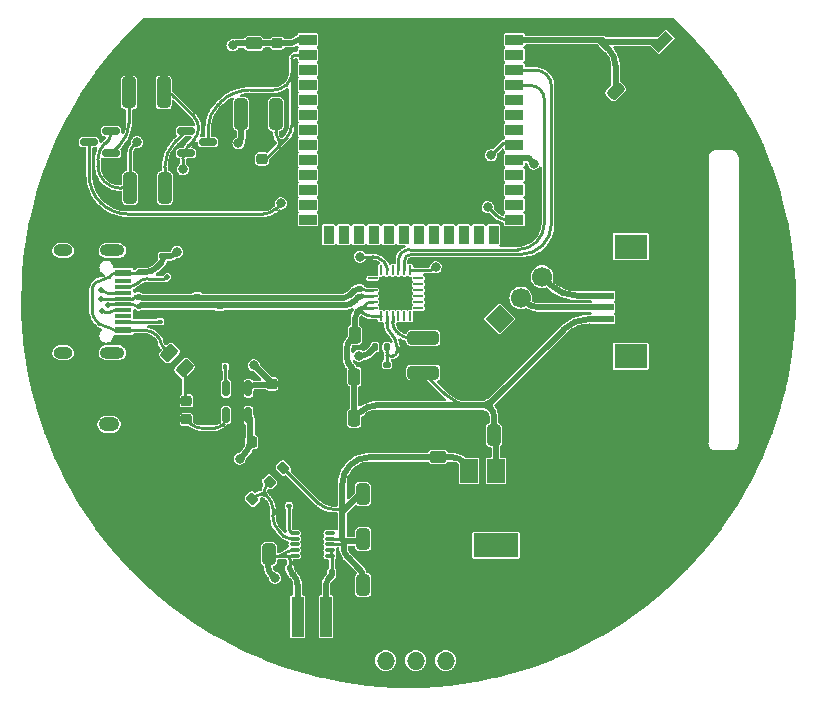
<source format=gbr>
%TF.GenerationSoftware,KiCad,Pcbnew,(6.0.9)*%
%TF.CreationDate,2023-01-23T17:19:02-06:00*%
%TF.ProjectId,pulse_ox_wearable,70756c73-655f-46f7-985f-776561726162,1*%
%TF.SameCoordinates,Original*%
%TF.FileFunction,Copper,L1,Top*%
%TF.FilePolarity,Positive*%
%FSLAX46Y46*%
G04 Gerber Fmt 4.6, Leading zero omitted, Abs format (unit mm)*
G04 Created by KiCad (PCBNEW (6.0.9)) date 2023-01-23 17:19:02*
%MOMM*%
%LPD*%
G01*
G04 APERTURE LIST*
G04 Aperture macros list*
%AMRoundRect*
0 Rectangle with rounded corners*
0 $1 Rounding radius*
0 $2 $3 $4 $5 $6 $7 $8 $9 X,Y pos of 4 corners*
0 Add a 4 corners polygon primitive as box body*
4,1,4,$2,$3,$4,$5,$6,$7,$8,$9,$2,$3,0*
0 Add four circle primitives for the rounded corners*
1,1,$1+$1,$2,$3*
1,1,$1+$1,$4,$5*
1,1,$1+$1,$6,$7*
1,1,$1+$1,$8,$9*
0 Add four rect primitives between the rounded corners*
20,1,$1+$1,$2,$3,$4,$5,0*
20,1,$1+$1,$4,$5,$6,$7,0*
20,1,$1+$1,$6,$7,$8,$9,0*
20,1,$1+$1,$8,$9,$2,$3,0*%
%AMHorizOval*
0 Thick line with rounded ends*
0 $1 width*
0 $2 $3 position (X,Y) of the first rounded end (center of the circle)*
0 $4 $5 position (X,Y) of the second rounded end (center of the circle)*
0 Add line between two ends*
20,1,$1,$2,$3,$4,$5,0*
0 Add two circle primitives to create the rounded ends*
1,1,$1,$2,$3*
1,1,$1,$4,$5*%
%AMRotRect*
0 Rectangle, with rotation*
0 The origin of the aperture is its center*
0 $1 length*
0 $2 width*
0 $3 Rotation angle, in degrees counterclockwise*
0 Add horizontal line*
21,1,$1,$2,0,0,$3*%
G04 Aperture macros list end*
%TA.AperFunction,SMDPad,CuDef*%
%ADD10R,0.990600X0.990600*%
%TD*%
%TA.AperFunction,SMDPad,CuDef*%
%ADD11R,1.498600X0.889000*%
%TD*%
%TA.AperFunction,SMDPad,CuDef*%
%ADD12R,0.889000X1.498600*%
%TD*%
%TA.AperFunction,SMDPad,CuDef*%
%ADD13R,3.800000X2.000000*%
%TD*%
%TA.AperFunction,SMDPad,CuDef*%
%ADD14R,1.500000X2.000000*%
%TD*%
%TA.AperFunction,SMDPad,CuDef*%
%ADD15RoundRect,0.100000X0.100000X-0.130000X0.100000X0.130000X-0.100000X0.130000X-0.100000X-0.130000X0*%
%TD*%
%TA.AperFunction,SMDPad,CuDef*%
%ADD16RoundRect,0.250000X-1.075000X0.312500X-1.075000X-0.312500X1.075000X-0.312500X1.075000X0.312500X0*%
%TD*%
%TA.AperFunction,SMDPad,CuDef*%
%ADD17RoundRect,0.250000X-0.325000X-0.650000X0.325000X-0.650000X0.325000X0.650000X-0.325000X0.650000X0*%
%TD*%
%TA.AperFunction,SMDPad,CuDef*%
%ADD18RoundRect,0.250000X0.250000X0.475000X-0.250000X0.475000X-0.250000X-0.475000X0.250000X-0.475000X0*%
%TD*%
%TA.AperFunction,SMDPad,CuDef*%
%ADD19RoundRect,0.250000X0.325000X0.650000X-0.325000X0.650000X-0.325000X-0.650000X0.325000X-0.650000X0*%
%TD*%
%TA.AperFunction,SMDPad,CuDef*%
%ADD20RoundRect,0.100000X-0.130000X-0.100000X0.130000X-0.100000X0.130000X0.100000X-0.130000X0.100000X0*%
%TD*%
%TA.AperFunction,SMDPad,CuDef*%
%ADD21RoundRect,0.100000X-0.021213X-0.162635X0.162635X0.021213X0.021213X0.162635X-0.162635X-0.021213X0*%
%TD*%
%TA.AperFunction,SMDPad,CuDef*%
%ADD22RoundRect,0.147500X0.172500X-0.147500X0.172500X0.147500X-0.172500X0.147500X-0.172500X-0.147500X0*%
%TD*%
%TA.AperFunction,SMDPad,CuDef*%
%ADD23RoundRect,0.150000X0.150000X-0.512500X0.150000X0.512500X-0.150000X0.512500X-0.150000X-0.512500X0*%
%TD*%
%TA.AperFunction,SMDPad,CuDef*%
%ADD24R,0.280000X0.700000*%
%TD*%
%TA.AperFunction,SMDPad,CuDef*%
%ADD25R,0.260000X0.500000*%
%TD*%
%TA.AperFunction,SMDPad,CuDef*%
%ADD26R,0.680000X1.050000*%
%TD*%
%TA.AperFunction,ComponentPad*%
%ADD27C,0.600000*%
%TD*%
%TA.AperFunction,SMDPad,CuDef*%
%ADD28R,1.650000X2.400000*%
%TD*%
%TA.AperFunction,SMDPad,CuDef*%
%ADD29R,0.280000X0.280000*%
%TD*%
%TA.AperFunction,SMDPad,CuDef*%
%ADD30O,0.850000X0.280000*%
%TD*%
%TA.AperFunction,SMDPad,CuDef*%
%ADD31RoundRect,0.225000X-0.225000X-0.250000X0.225000X-0.250000X0.225000X0.250000X-0.225000X0.250000X0*%
%TD*%
%TA.AperFunction,ComponentPad*%
%ADD32O,1.600000X1.000000*%
%TD*%
%TA.AperFunction,ComponentPad*%
%ADD33O,2.100000X1.000000*%
%TD*%
%TA.AperFunction,SMDPad,CuDef*%
%ADD34R,1.450000X0.600000*%
%TD*%
%TA.AperFunction,SMDPad,CuDef*%
%ADD35R,1.450000X0.300000*%
%TD*%
%TA.AperFunction,SMDPad,CuDef*%
%ADD36RoundRect,0.250000X0.312500X1.075000X-0.312500X1.075000X-0.312500X-1.075000X0.312500X-1.075000X0*%
%TD*%
%TA.AperFunction,SMDPad,CuDef*%
%ADD37RoundRect,0.135000X0.185000X-0.135000X0.185000X0.135000X-0.185000X0.135000X-0.185000X-0.135000X0*%
%TD*%
%TA.AperFunction,SMDPad,CuDef*%
%ADD38RoundRect,0.250000X0.475000X-0.250000X0.475000X0.250000X-0.475000X0.250000X-0.475000X-0.250000X0*%
%TD*%
%TA.AperFunction,SMDPad,CuDef*%
%ADD39RoundRect,0.147500X-0.172500X0.147500X-0.172500X-0.147500X0.172500X-0.147500X0.172500X0.147500X0*%
%TD*%
%TA.AperFunction,SMDPad,CuDef*%
%ADD40RoundRect,0.218750X0.256250X-0.218750X0.256250X0.218750X-0.256250X0.218750X-0.256250X-0.218750X0*%
%TD*%
%TA.AperFunction,SMDPad,CuDef*%
%ADD41RoundRect,0.135000X-0.135000X-0.185000X0.135000X-0.185000X0.135000X0.185000X-0.135000X0.185000X0*%
%TD*%
%TA.AperFunction,ComponentPad*%
%ADD42RotRect,1.700000X1.700000X135.000000*%
%TD*%
%TA.AperFunction,ComponentPad*%
%ADD43HorizOval,1.700000X0.000000X0.000000X0.000000X0.000000X0*%
%TD*%
%TA.AperFunction,SMDPad,CuDef*%
%ADD44RoundRect,0.150000X-0.587500X-0.150000X0.587500X-0.150000X0.587500X0.150000X-0.587500X0.150000X0*%
%TD*%
%TA.AperFunction,SMDPad,CuDef*%
%ADD45R,2.800000X2.100000*%
%TD*%
%TA.AperFunction,SMDPad,CuDef*%
%ADD46R,1.900000X0.600000*%
%TD*%
%TA.AperFunction,SMDPad,CuDef*%
%ADD47RoundRect,0.200000X-0.053033X0.335876X-0.335876X0.053033X0.053033X-0.335876X0.335876X-0.053033X0*%
%TD*%
%TA.AperFunction,SMDPad,CuDef*%
%ADD48R,0.980000X3.400000*%
%TD*%
%TA.AperFunction,SMDPad,CuDef*%
%ADD49RoundRect,0.250000X-0.512652X-0.159099X-0.159099X-0.512652X0.512652X0.159099X0.159099X0.512652X0*%
%TD*%
%TA.AperFunction,SMDPad,CuDef*%
%ADD50RoundRect,0.225000X-0.250000X0.225000X-0.250000X-0.225000X0.250000X-0.225000X0.250000X0.225000X0*%
%TD*%
%TA.AperFunction,ComponentPad*%
%ADD51O,1.524000X1.524000*%
%TD*%
%TA.AperFunction,SMDPad,CuDef*%
%ADD52RotRect,0.900000X1.700000X135.000000*%
%TD*%
%TA.AperFunction,SMDPad,CuDef*%
%ADD53R,2.600000X2.600000*%
%TD*%
%TA.AperFunction,SMDPad,CuDef*%
%ADD54RoundRect,0.062500X-0.062500X-0.350000X0.062500X-0.350000X0.062500X0.350000X-0.062500X0.350000X0*%
%TD*%
%TA.AperFunction,SMDPad,CuDef*%
%ADD55RoundRect,0.062500X-0.350000X-0.062500X0.350000X-0.062500X0.350000X0.062500X-0.350000X0.062500X0*%
%TD*%
%TA.AperFunction,SMDPad,CuDef*%
%ADD56RoundRect,0.250000X-0.475000X0.250000X-0.475000X-0.250000X0.475000X-0.250000X0.475000X0.250000X0*%
%TD*%
%TA.AperFunction,SMDPad,CuDef*%
%ADD57RoundRect,0.250000X-0.312500X-1.075000X0.312500X-1.075000X0.312500X1.075000X-0.312500X1.075000X0*%
%TD*%
%TA.AperFunction,SMDPad,CuDef*%
%ADD58RoundRect,0.225000X0.250000X-0.225000X0.250000X0.225000X-0.250000X0.225000X-0.250000X-0.225000X0*%
%TD*%
%TA.AperFunction,SMDPad,CuDef*%
%ADD59RoundRect,0.250000X-0.503814X-0.132583X-0.132583X-0.503814X0.503814X0.132583X0.132583X0.503814X0*%
%TD*%
%TA.AperFunction,SMDPad,CuDef*%
%ADD60RoundRect,0.150000X0.587500X0.150000X-0.587500X0.150000X-0.587500X-0.150000X0.587500X-0.150000X0*%
%TD*%
%TA.AperFunction,ComponentPad*%
%ADD61O,1.750000X1.200000*%
%TD*%
%TA.AperFunction,ComponentPad*%
%ADD62RoundRect,0.250000X0.625000X-0.350000X0.625000X0.350000X-0.625000X0.350000X-0.625000X-0.350000X0*%
%TD*%
%TA.AperFunction,ViaPad*%
%ADD63C,0.800000*%
%TD*%
%TA.AperFunction,ViaPad*%
%ADD64C,0.500000*%
%TD*%
%TA.AperFunction,Conductor*%
%ADD65C,0.500000*%
%TD*%
%TA.AperFunction,Conductor*%
%ADD66C,0.250000*%
%TD*%
%TA.AperFunction,Conductor*%
%ADD67C,0.520000*%
%TD*%
G04 APERTURE END LIST*
D10*
%TO.P,U1,49,GND*%
%TO.N,GND*%
X95970967Y-41377285D03*
%TO.P,U1,48,GND*%
X94470967Y-41377285D03*
%TO.P,U1,47,GND*%
X92970967Y-41377285D03*
%TO.P,U1,46,GND*%
X95970967Y-39877285D03*
%TO.P,U1,45,GND*%
X92970967Y-39877285D03*
%TO.P,U1,44,GND*%
X95970967Y-38377285D03*
%TO.P,U1,43,GND*%
X94470967Y-38377285D03*
%TO.P,U1,42,GND*%
X92970967Y-38377285D03*
%TO.P,U1,41,GND*%
X94470967Y-39877285D03*
D11*
%TO.P,U1,40,GND*%
X104661401Y-34373359D03*
%TO.P,U1,39,IO1*%
%TO.N,WIFI_CONN*%
X104661401Y-35643359D03*
%TO.P,U1,38,IO2*%
%TO.N,unconnected-(U1-Pad38)*%
X104661401Y-36913359D03*
%TO.P,U1,37,TXD0*%
%TO.N,RXD*%
X104661401Y-38183359D03*
%TO.P,U1,36,RXD0*%
%TO.N,TXD*%
X104661401Y-39453359D03*
%TO.P,U1,35,IO42*%
%TO.N,unconnected-(U1-Pad35)*%
X104661401Y-40723359D03*
%TO.P,U1,34,IO41*%
%TO.N,unconnected-(U1-Pad34)*%
X104661401Y-41993359D03*
%TO.P,U1,33,IO40*%
%TO.N,unconnected-(U1-Pad33)*%
X104661401Y-43263359D03*
%TO.P,U1,32,IO39*%
%TO.N,SDA*%
X104661401Y-44533359D03*
%TO.P,U1,31,IO38*%
%TO.N,SCL*%
X104661401Y-45803359D03*
%TO.P,U1,30,NC*%
%TO.N,unconnected-(U1-Pad30)*%
X104661401Y-47073359D03*
%TO.P,U1,29,NC*%
%TO.N,unconnected-(U1-Pad29)*%
X104661401Y-48343359D03*
%TO.P,U1,28,NC*%
%TO.N,unconnected-(U1-Pad28)*%
X104661401Y-49613359D03*
%TO.P,U1,27,IO0*%
%TO.N,IO0*%
X104661401Y-50883359D03*
D12*
%TO.P,U1,26,IO45*%
%TO.N,unconnected-(U1-Pad26)*%
X102896401Y-52133293D03*
%TO.P,U1,25,IO48*%
%TO.N,unconnected-(U1-Pad25)*%
X101626401Y-52133293D03*
%TO.P,U1,24,IO47*%
%TO.N,unconnected-(U1-Pad24)*%
X100356401Y-52133293D03*
%TO.P,U1,23,IO21*%
%TO.N,unconnected-(U1-Pad23)*%
X99086401Y-52133293D03*
%TO.P,U1,22,IO14*%
%TO.N,unconnected-(U1-Pad22)*%
X97816401Y-52133293D03*
%TO.P,U1,21,IO13*%
%TO.N,unconnected-(U1-Pad21)*%
X96546401Y-52133293D03*
%TO.P,U1,20,IO12*%
%TO.N,unconnected-(U1-Pad20)*%
X95276401Y-52133293D03*
%TO.P,U1,19,IO11*%
%TO.N,unconnected-(U1-Pad19)*%
X94006401Y-52133293D03*
%TO.P,U1,18,IO10*%
%TO.N,unconnected-(U1-Pad18)*%
X92736401Y-52133293D03*
%TO.P,U1,17,IO9*%
%TO.N,unconnected-(U1-Pad17)*%
X91466401Y-52133293D03*
%TO.P,U1,16,IO46*%
%TO.N,unconnected-(U1-Pad16)*%
X90196401Y-52133293D03*
%TO.P,U1,15,IO3*%
%TO.N,unconnected-(U1-Pad15)*%
X88926401Y-52133293D03*
D11*
%TO.P,U1,14,IO20*%
%TO.N,unconnected-(U1-Pad14)*%
X87161401Y-50883359D03*
%TO.P,U1,13,IO19*%
%TO.N,unconnected-(U1-Pad13)*%
X87161401Y-49613359D03*
%TO.P,U1,12,IO8*%
%TO.N,unconnected-(U1-Pad12)*%
X87161401Y-48343359D03*
%TO.P,U1,11,IO18*%
%TO.N,unconnected-(U1-Pad11)*%
X87161401Y-47073359D03*
%TO.P,U1,10,IO17*%
%TO.N,unconnected-(U1-Pad10)*%
X87161401Y-45803359D03*
%TO.P,U1,9,IO16*%
%TO.N,unconnected-(U1-Pad9)*%
X87161401Y-44533359D03*
%TO.P,U1,8,IO15*%
%TO.N,unconnected-(U1-Pad8)*%
X87161401Y-43263359D03*
%TO.P,U1,7,IO7*%
%TO.N,unconnected-(U1-Pad7)*%
X87161401Y-41993359D03*
%TO.P,U1,6,IO6*%
%TO.N,unconnected-(U1-Pad6)*%
X87161401Y-40723359D03*
%TO.P,U1,5,IO5*%
%TO.N,unconnected-(U1-Pad5)*%
X87161401Y-39453359D03*
%TO.P,U1,4,IO4*%
%TO.N,unconnected-(U1-Pad4)*%
X87161401Y-38183359D03*
%TO.P,U1,3,EN*%
%TO.N,EN*%
X87161401Y-36913359D03*
%TO.P,U1,2,3V3*%
%TO.N,+3V3*%
X87161401Y-35643359D03*
%TO.P,U1,1,GND*%
%TO.N,GND*%
X87161401Y-34373359D03*
%TD*%
D13*
%TO.P,U5,4*%
%TO.N,N/C*%
X103100000Y-78450000D03*
D14*
%TO.P,U5,3,VI*%
%TO.N,+5V*%
X100800000Y-72150000D03*
%TO.P,U5,2,VO*%
%TO.N,+3V3*%
X103100000Y-72150000D03*
%TO.P,U5,1,GND*%
%TO.N,GND*%
X105400000Y-72150000D03*
%TD*%
D15*
%TO.P,R3,2*%
%TO.N,GND*%
X80200000Y-62680000D03*
%TO.P,R3,1*%
%TO.N,Net-(R3-Pad1)*%
X80200000Y-63320000D03*
%TD*%
D16*
%TO.P,R4,2*%
%TO.N,+3V3*%
X96962500Y-63812500D03*
%TO.P,R4,1*%
%TO.N,Net-(R4-Pad1)*%
X96962500Y-60887500D03*
%TD*%
D17*
%TO.P,C17,2*%
%TO.N,GND*%
X105875000Y-69100000D03*
%TO.P,C17,1*%
%TO.N,+3V3*%
X102925000Y-69100000D03*
%TD*%
D18*
%TO.P,C4,2*%
%TO.N,GND*%
X89202335Y-67689137D03*
%TO.P,C4,1*%
%TO.N,+3V3*%
X91102335Y-67689137D03*
%TD*%
D19*
%TO.P,C8,2*%
%TO.N,GND*%
X80925000Y-79200000D03*
%TO.P,C8,1*%
%TO.N,/VDD_IN*%
X83875000Y-79200000D03*
%TD*%
D20*
%TO.P,C9,2*%
%TO.N,GND*%
X86220000Y-75100000D03*
%TO.P,C9,1*%
%TO.N,/SS*%
X85580000Y-75100000D03*
%TD*%
D21*
%TO.P,R1,2*%
%TO.N,GND*%
X75700000Y-55300000D03*
%TO.P,R1,1*%
%TO.N,/CC1*%
X75247452Y-55752548D03*
%TD*%
D22*
%TO.P,D1,2,A2*%
%TO.N,D-*%
X79700000Y-58215000D03*
%TO.P,D1,1,A1*%
%TO.N,GND*%
X79700000Y-59185000D03*
%TD*%
D23*
%TO.P,U2,5,PROG*%
%TO.N,Net-(R3-Pad1)*%
X80250000Y-65162500D03*
%TO.P,U2,4,VDD*%
%TO.N,VBUS*%
X82150000Y-65162500D03*
%TO.P,U2,3,VBAT*%
%TO.N,VDD*%
X82150000Y-67437500D03*
%TO.P,U2,2,VSS*%
%TO.N,GND*%
X81200000Y-67437500D03*
%TO.P,U2,1,~{STAT}*%
%TO.N,Net-(D4-Pad1)*%
X80250000Y-67437500D03*
%TD*%
D24*
%TO.P,U4,11,GND*%
%TO.N,GND*%
X87800000Y-79920000D03*
D25*
X87800000Y-76740000D03*
D26*
X87100000Y-79005000D03*
X88000000Y-77735000D03*
D24*
X87300000Y-76820000D03*
D27*
X88050000Y-77620000D03*
D28*
X87550000Y-78370000D03*
D26*
X87100000Y-77735000D03*
D25*
X87300000Y-76740000D03*
X87800000Y-80000000D03*
X87300000Y-80000000D03*
D27*
X88050000Y-79120000D03*
X87050000Y-77620000D03*
D24*
X87300000Y-79920000D03*
D27*
X87050000Y-79120000D03*
X87550000Y-78370000D03*
D26*
X88000000Y-79005000D03*
D24*
X87800000Y-76820000D03*
D29*
%TO.P,U4,10,VIN*%
%TO.N,/VDD_IN*%
X85790000Y-79370000D03*
D30*
X86075000Y-79370000D03*
%TO.P,U4,9,EN*%
X86075000Y-78870000D03*
D29*
X85790000Y-78870000D03*
D30*
%TO.P,U4,8,HYS*%
%TO.N,unconnected-(U4-Pad8)*%
X86075000Y-78370000D03*
D29*
X85790000Y-78370000D03*
%TO.P,U4,7,FB*%
%TO.N,/FB*%
X85790000Y-77870000D03*
D30*
X86075000Y-77870000D03*
D29*
%TO.P,U4,6,SS*%
%TO.N,/SS*%
X85790000Y-77370000D03*
D30*
X86075000Y-77370000D03*
D29*
%TO.P,U4,5,PG*%
%TO.N,unconnected-(U4-Pad5)*%
X89310000Y-77370000D03*
D30*
X89025000Y-77370000D03*
D29*
%TO.P,U4,4,VOUT*%
%TO.N,+5V*%
X89310000Y-77870000D03*
D30*
X89025000Y-77870000D03*
D29*
%TO.P,U4,3,VOUT*%
X89310000Y-78370000D03*
D30*
X89025000Y-78370000D03*
%TO.P,U4,2,SW*%
%TO.N,/L_OUT*%
X89025000Y-78870000D03*
D29*
X89310000Y-78870000D03*
D30*
%TO.P,U4,1,SW*%
X89025000Y-79370000D03*
D29*
X89310000Y-79370000D03*
%TD*%
D18*
%TO.P,C6,2*%
%TO.N,GND*%
X89252334Y-60649138D03*
%TO.P,C6,1*%
%TO.N,+3V3*%
X91152334Y-60649138D03*
%TD*%
D31*
%TO.P,C7,2*%
%TO.N,GND*%
X83975000Y-69700000D03*
%TO.P,C7,1*%
%TO.N,VDD*%
X82425000Y-69700000D03*
%TD*%
D32*
%TO.P,J2,S1,SHIELD*%
%TO.N,unconnected-(J2-PadS1)*%
X66450000Y-53480000D03*
D33*
X70630000Y-53480000D03*
X70630000Y-62120000D03*
D32*
X66450000Y-62120000D03*
D34*
%TO.P,J2,B12,GND*%
%TO.N,GND*%
X71545000Y-54550000D03*
%TO.P,J2,B9,VBUS*%
%TO.N,VBUS*%
X71545000Y-55350000D03*
D35*
%TO.P,J2,B8,SBU2*%
%TO.N,unconnected-(J2-PadB8)*%
X71545000Y-56050000D03*
%TO.P,J2,B7,D-*%
%TO.N,D-*%
X71545000Y-57050000D03*
%TO.P,J2,B6,D+*%
%TO.N,D+*%
X71545000Y-58550000D03*
%TO.P,J2,B5,CC2*%
%TO.N,/CC2*%
X71545000Y-59550000D03*
D34*
%TO.P,J2,B4,VBUS*%
%TO.N,VBUS*%
X71545000Y-60250000D03*
%TO.P,J2,B1,GND*%
%TO.N,GND*%
X71545000Y-61050000D03*
%TO.P,J2,A12,GND*%
X71545000Y-61050000D03*
%TO.P,J2,A9,VBUS*%
%TO.N,VBUS*%
X71545000Y-60250000D03*
D35*
%TO.P,J2,A8,SBU1*%
%TO.N,unconnected-(J2-PadA8)*%
X71545000Y-59050000D03*
%TO.P,J2,A7,D-*%
%TO.N,D-*%
X71545000Y-58050000D03*
%TO.P,J2,A6,D+*%
%TO.N,D+*%
X71545000Y-57550000D03*
%TO.P,J2,A5,CC1*%
%TO.N,/CC1*%
X71545000Y-56550000D03*
D34*
%TO.P,J2,A4,VBUS*%
%TO.N,VBUS*%
X71545000Y-55350000D03*
%TO.P,J2,A1,GND*%
%TO.N,GND*%
X71545000Y-54550000D03*
%TD*%
D17*
%TO.P,C13,2*%
%TO.N,GND*%
X94825000Y-81789999D03*
%TO.P,C13,1*%
%TO.N,+5V*%
X91875000Y-81789999D03*
%TD*%
D36*
%TO.P,R9,2*%
%TO.N,+3V3*%
X81537500Y-41900000D03*
%TO.P,R9,1*%
%TO.N,EN*%
X84462500Y-41900000D03*
%TD*%
D37*
%TO.P,R12,2*%
%TO.N,Net-(R12-Pad2)*%
X93862500Y-63140000D03*
%TO.P,R12,1*%
%TO.N,GND*%
X93862500Y-64160000D03*
%TD*%
D38*
%TO.P,C14,2*%
%TO.N,GND*%
X98200000Y-69050000D03*
%TO.P,C14,1*%
%TO.N,+5V*%
X98200000Y-70950000D03*
%TD*%
D39*
%TO.P,D2,2,A2*%
%TO.N,D+*%
X77800000Y-57385000D03*
%TO.P,D2,1,A1*%
%TO.N,GND*%
X77800000Y-56415000D03*
%TD*%
D40*
%TO.P,D4,2,A*%
%TO.N,Net-(D4-Pad2)*%
X76900000Y-66212500D03*
%TO.P,D4,1,K*%
%TO.N,Net-(D4-Pad1)*%
X76900000Y-67787500D03*
%TD*%
D41*
%TO.P,R8,2*%
%TO.N,Net-(R12-Pad2)*%
X93872500Y-61650000D03*
%TO.P,R8,1*%
%TO.N,VBUS*%
X92852500Y-61650000D03*
%TD*%
D17*
%TO.P,C11,2*%
%TO.N,GND*%
X94775000Y-74100000D03*
%TO.P,C11,1*%
%TO.N,+5V*%
X91825000Y-74100000D03*
%TD*%
D42*
%TO.P,J4,1,Pin_1*%
%TO.N,+3V3*%
X103412994Y-59287006D03*
D43*
%TO.P,J4,2,Pin_2*%
%TO.N,SDA*%
X105209045Y-57490955D03*
%TO.P,J4,3,Pin_3*%
%TO.N,SCL*%
X107005096Y-55694904D03*
%TO.P,J4,4,Pin_4*%
%TO.N,GND*%
X108801148Y-53898852D03*
%TD*%
D44*
%TO.P,Q1,3,C*%
%TO.N,EN*%
X78737500Y-44300000D03*
%TO.P,Q1,2,E*%
%TO.N,~{RTS}*%
X76862500Y-45250000D03*
%TO.P,Q1,1,B*%
%TO.N,Net-(Q1-Pad1)*%
X76862500Y-43350000D03*
%TD*%
D45*
%TO.P,J3,6*%
%TO.N,N/C*%
X114512625Y-53150000D03*
%TO.P,J3,5*%
X114512625Y-62450000D03*
D46*
%TO.P,J3,4,Pin_4*%
%TO.N,GND*%
X112162625Y-56300000D03*
%TO.P,J3,3,Pin_3*%
%TO.N,SCL*%
X112162625Y-57300000D03*
%TO.P,J3,2,Pin_2*%
%TO.N,SDA*%
X112162625Y-58300000D03*
%TO.P,J3,1,Pin_1*%
%TO.N,+3V3*%
X112162625Y-59300000D03*
%TD*%
D47*
%TO.P,R11,2*%
%TO.N,GND*%
X81316637Y-75683363D03*
%TO.P,R11,1*%
%TO.N,/FB*%
X82483363Y-74516637D03*
%TD*%
D48*
%TO.P,L1,2*%
%TO.N,/L_OUT*%
X88700000Y-84500000D03*
%TO.P,L1,1*%
%TO.N,/VDD_IN*%
X86300000Y-84500000D03*
%TD*%
D49*
%TO.P,C1,2*%
%TO.N,GND*%
X114570532Y-41314392D03*
%TO.P,C1,1*%
%TO.N,WIFI_CONN*%
X113227030Y-39970890D03*
%TD*%
D50*
%TO.P,C16,2*%
%TO.N,GND*%
X84600000Y-37475000D03*
%TO.P,C16,1*%
%TO.N,+3V3*%
X84600000Y-35925000D03*
%TD*%
D51*
%TO.P,SW1,3,C*%
%TO.N,unconnected-(SW1-Pad3)*%
X98840000Y-88200000D03*
%TO.P,SW1,2,B*%
%TO.N,VDD*%
X96300000Y-88200000D03*
%TO.P,SW1,1,A*%
%TO.N,/VDD_IN*%
X93760000Y-88200000D03*
%TD*%
D52*
%TO.P,SW2,2,2*%
%TO.N,WIFI_CONN*%
X117197918Y-35797918D03*
%TO.P,SW2,1,1*%
%TO.N,GND*%
X119602082Y-38202082D03*
%TD*%
D39*
%TO.P,D3,2,A2*%
%TO.N,VBUS*%
X74900000Y-53985000D03*
%TO.P,D3,1,A1*%
%TO.N,GND*%
X74900000Y-53015000D03*
%TD*%
D53*
%TO.P,U3,25,GND*%
%TO.N,GND*%
X94600000Y-57100000D03*
D54*
%TO.P,U3,24,~{DCD}*%
%TO.N,unconnected-(U3-Pad24)*%
X93350000Y-55162500D03*
%TO.P,U3,23,~{DTR}*%
%TO.N,~{DTR}*%
X93850000Y-55162500D03*
%TO.P,U3,22,~{DSR}*%
%TO.N,unconnected-(U3-Pad22)*%
X94350000Y-55162500D03*
%TO.P,U3,21,TXD*%
%TO.N,TXD*%
X94850000Y-55162500D03*
%TO.P,U3,20,RXD*%
%TO.N,RXD*%
X95350000Y-55162500D03*
%TO.P,U3,19,~{RTS}*%
%TO.N,~{RTS}*%
X95850000Y-55162500D03*
D55*
%TO.P,U3,18,~{CTS}*%
%TO.N,unconnected-(U3-Pad18)*%
X96537500Y-55850000D03*
%TO.P,U3,17,SUSPEND*%
%TO.N,unconnected-(U3-Pad17)*%
X96537500Y-56350000D03*
%TO.P,U3,16,NC*%
%TO.N,unconnected-(U3-Pad16)*%
X96537500Y-56850000D03*
%TO.P,U3,15,~{SUSPEND}*%
%TO.N,unconnected-(U3-Pad15)*%
X96537500Y-57350000D03*
%TO.P,U3,14,~{TXT}/GPIO.0*%
%TO.N,unconnected-(U3-Pad14)*%
X96537500Y-57850000D03*
%TO.P,U3,13,~{RXT}/GPIO.1*%
%TO.N,unconnected-(U3-Pad13)*%
X96537500Y-58350000D03*
D54*
%TO.P,U3,12,RS485/GPIO.2*%
%TO.N,unconnected-(U3-Pad12)*%
X95850000Y-59037500D03*
%TO.P,U3,11,~{WAKEUP}/GPIO.3*%
%TO.N,unconnected-(U3-Pad11)*%
X95350000Y-59037500D03*
%TO.P,U3,10,NC*%
%TO.N,unconnected-(U3-Pad10)*%
X94850000Y-59037500D03*
%TO.P,U3,9,~{RST}*%
%TO.N,Net-(R4-Pad1)*%
X94350000Y-59037500D03*
%TO.P,U3,8,VBUS*%
%TO.N,Net-(R12-Pad2)*%
X93850000Y-59037500D03*
%TO.P,U3,7,VREGIN*%
%TO.N,+3V3*%
X93350000Y-59037500D03*
D55*
%TO.P,U3,6,VDD*%
X92662500Y-58350000D03*
%TO.P,U3,5,VIO*%
X92662500Y-57850000D03*
%TO.P,U3,4,D-*%
%TO.N,D-*%
X92662500Y-57350000D03*
%TO.P,U3,3,D+*%
%TO.N,D+*%
X92662500Y-56850000D03*
%TO.P,U3,2,GND*%
%TO.N,GND*%
X92662500Y-56350000D03*
%TO.P,U3,1,~{RI}/CLK*%
%TO.N,unconnected-(U3-Pad1)*%
X92662500Y-55850000D03*
%TD*%
D36*
%TO.P,R7,2*%
%TO.N,Net-(Q2-Pad1)*%
X72037500Y-40100000D03*
%TO.P,R7,1*%
%TO.N,~{RTS}*%
X74962500Y-40100000D03*
%TD*%
D47*
%TO.P,R10,2*%
%TO.N,/FB*%
X83932932Y-73067068D03*
%TO.P,R10,1*%
%TO.N,+5V*%
X85099658Y-71900342D03*
%TD*%
D50*
%TO.P,C10,2*%
%TO.N,GND*%
X83300000Y-47275000D03*
%TO.P,C10,1*%
%TO.N,EN*%
X83300000Y-45725000D03*
%TD*%
D56*
%TO.P,C15,2*%
%TO.N,GND*%
X82600000Y-37850000D03*
%TO.P,C15,1*%
%TO.N,+3V3*%
X82600000Y-35950000D03*
%TD*%
D57*
%TO.P,R6,2*%
%TO.N,Net-(Q1-Pad1)*%
X75062500Y-48200000D03*
%TO.P,R6,1*%
%TO.N,~{DTR}*%
X72137500Y-48200000D03*
%TD*%
D18*
%TO.P,C5,2*%
%TO.N,GND*%
X89202335Y-64149137D03*
%TO.P,C5,1*%
%TO.N,+3V3*%
X91102335Y-64149137D03*
%TD*%
D58*
%TO.P,C2,2*%
%TO.N,GND*%
X84100000Y-63225000D03*
%TO.P,C2,1*%
%TO.N,VBUS*%
X84100000Y-64775000D03*
%TD*%
D20*
%TO.P,R2,2*%
%TO.N,GND*%
X75320000Y-59500000D03*
%TO.P,R2,1*%
%TO.N,/CC2*%
X74680000Y-59500000D03*
%TD*%
D59*
%TO.P,R5,2*%
%TO.N,Net-(D4-Pad2)*%
X76745235Y-63445235D03*
%TO.P,R5,1*%
%TO.N,VBUS*%
X75454765Y-62154765D03*
%TD*%
D60*
%TO.P,Q2,3,C*%
%TO.N,IO0*%
X68662499Y-44300000D03*
%TO.P,Q2,2,E*%
%TO.N,~{DTR}*%
X70537499Y-43350000D03*
%TO.P,Q2,1,B*%
%TO.N,Net-(Q2-Pad1)*%
X70537499Y-45250000D03*
%TD*%
D17*
%TO.P,C12,2*%
%TO.N,GND*%
X94825000Y-77890000D03*
%TO.P,C12,1*%
%TO.N,+5V*%
X91875000Y-77890000D03*
%TD*%
D61*
%TO.P,J1,2,Pin_2*%
%TO.N,VDD*%
X70350000Y-68200000D03*
D62*
%TO.P,J1,1,Pin_1*%
%TO.N,GND*%
X70350000Y-70200000D03*
%TD*%
D63*
%TO.N,GND*%
X102900000Y-34700000D03*
X95700000Y-84200000D03*
X93700000Y-84200000D03*
X91700000Y-84200000D03*
X79871573Y-81171573D03*
X81285786Y-82585786D03*
X82700000Y-84000000D03*
X77871573Y-83271573D03*
X79285786Y-84685786D03*
X80700000Y-86100000D03*
X110400000Y-37900000D03*
X110400000Y-39899999D03*
X110400000Y-41900000D03*
X106528427Y-60171573D03*
X105114214Y-61585786D03*
X103700000Y-63000000D03*
X110028427Y-61771573D03*
X108614214Y-63185786D03*
X107200000Y-64600000D03*
X127128427Y-64971573D03*
X125714214Y-66385786D03*
X124300000Y-67800000D03*
X125228427Y-69771573D03*
X123814214Y-71185786D03*
X122400000Y-72600000D03*
X126400000Y-59800000D03*
X126400000Y-61799999D03*
X126400000Y-63800000D03*
X125000000Y-53600000D03*
X125000000Y-55599999D03*
X125000000Y-57600000D03*
X127200000Y-53000000D03*
X127200000Y-54999999D03*
X127200000Y-57000000D03*
X125300000Y-47000000D03*
X125300000Y-48999999D03*
X125300000Y-51000000D03*
X121271573Y-41171573D03*
X122685786Y-42585786D03*
X124100000Y-44000000D03*
X92228427Y-35671573D03*
X90814214Y-37085786D03*
X89400000Y-38500000D03*
X101000000Y-35500000D03*
X99000000Y-35500000D03*
X97000000Y-35500000D03*
X102600000Y-37500000D03*
X100600000Y-37500000D03*
X98600000Y-37500000D03*
X102400000Y-39700000D03*
X100400000Y-39700000D03*
X98400000Y-39700000D03*
X102100001Y-41800000D03*
X100100001Y-41800000D03*
X98099999Y-41800000D03*
X90500000Y-42000000D03*
X90500000Y-43999999D03*
X90500000Y-46000000D03*
X97099999Y-44000000D03*
X99100000Y-44000000D03*
X101100001Y-44000000D03*
X97300000Y-46300000D03*
X95300000Y-46300000D03*
X93300000Y-46300000D03*
X101300000Y-48600000D03*
X99300000Y-48600000D03*
X97300000Y-48600000D03*
X93800000Y-48600000D03*
X91800000Y-48600000D03*
X89800000Y-48600000D03*
X72900000Y-51500000D03*
X70900000Y-51500000D03*
X68900000Y-51500000D03*
X80028427Y-54428427D03*
X78614214Y-53014214D03*
X77200000Y-51600000D03*
X69800000Y-64500000D03*
X67800000Y-64500000D03*
X65800000Y-64500000D03*
X65700000Y-47000000D03*
X68528427Y-49828427D03*
X67114214Y-48414214D03*
X67114214Y-51242641D03*
X65700000Y-49828427D03*
X74085786Y-35714214D03*
X75500000Y-34300000D03*
X78328427Y-37128427D03*
X76914214Y-35714214D03*
X76914214Y-38542641D03*
X75500000Y-37128427D03*
X98499999Y-81100000D03*
X100500000Y-81100000D03*
X100500000Y-85100000D03*
X100500000Y-83100001D03*
X98500000Y-85100001D03*
X98500000Y-83100000D03*
X74700000Y-73700000D03*
X74700000Y-75700000D03*
X70700000Y-75700000D03*
X72700000Y-75700000D03*
X70700000Y-73700000D03*
X72700000Y-73700000D03*
X76614214Y-80385786D03*
X75200000Y-81800000D03*
X72371573Y-78971573D03*
X73785786Y-80385785D03*
X73785785Y-77557359D03*
X75200000Y-78971573D03*
X106700000Y-81100000D03*
X110800000Y-83100000D03*
X108800000Y-85100000D03*
X110800000Y-85100000D03*
X112800000Y-81100000D03*
X108800000Y-83100000D03*
X110800000Y-81100000D03*
X108800000Y-81100000D03*
X112800000Y-83100000D03*
X106700000Y-83100000D03*
X102700000Y-83100000D03*
X104700000Y-83100000D03*
X102700000Y-85100000D03*
X104700000Y-85100000D03*
X106700000Y-85100000D03*
X102700000Y-87100000D03*
X106700000Y-87100000D03*
X104700000Y-87100000D03*
X102700000Y-81100000D03*
X104700000Y-81100000D03*
X115600000Y-79200000D03*
X109500000Y-73200000D03*
X113500000Y-73200000D03*
X111500000Y-77200001D03*
X113500001Y-75200000D03*
X111500000Y-75200000D03*
X109500000Y-79200000D03*
X111500001Y-73200000D03*
X113500000Y-77200000D03*
X111500000Y-79200000D03*
X109500000Y-75200001D03*
X113500000Y-79200000D03*
X109500000Y-77200000D03*
X115599999Y-77200000D03*
X119600000Y-77200001D03*
X117600000Y-77200000D03*
X119600000Y-75200000D03*
X117599999Y-75200000D03*
X115600000Y-75200000D03*
X119599999Y-73200000D03*
X115599999Y-73200000D03*
X117600000Y-73200000D03*
X117600000Y-79200000D03*
X113500000Y-65100000D03*
X119600000Y-71100000D03*
X115600000Y-71100000D03*
X117600000Y-67100000D03*
X115600000Y-69100000D03*
X117600000Y-69100000D03*
X119600000Y-65100000D03*
X117600000Y-71100000D03*
X115600000Y-67100000D03*
X117600000Y-65100000D03*
X119600000Y-69100000D03*
X115600000Y-65100000D03*
X119600000Y-67100000D03*
X113500000Y-67100000D03*
X109500000Y-67100000D03*
X111500000Y-67100000D03*
X109500000Y-69100000D03*
X111500000Y-69100000D03*
X113500000Y-69100000D03*
X109500000Y-71100000D03*
X113500000Y-71100000D03*
X111500000Y-71100000D03*
X109500000Y-65100000D03*
X111500000Y-65100000D03*
X119600000Y-44000000D03*
X119600000Y-46000000D03*
X115600000Y-46000000D03*
X117600000Y-46000000D03*
X115600000Y-48000000D03*
X117600000Y-48000000D03*
X119600000Y-48000000D03*
X115600000Y-50000000D03*
X119600000Y-50000000D03*
X117600000Y-50000000D03*
X115600000Y-44000000D03*
X117600000Y-44000000D03*
X113500000Y-48000000D03*
X113500000Y-50000000D03*
X109500000Y-50000000D03*
X111500000Y-50000000D03*
X109500000Y-48000000D03*
X111500000Y-48000000D03*
X113500000Y-46000000D03*
X109500000Y-46000000D03*
X111500000Y-46000000D03*
X113500000Y-44000000D03*
X111500000Y-44000000D03*
X109500000Y-44000000D03*
%TO.N,VBUS*%
X82600000Y-63200000D03*
X76100000Y-53600000D03*
X91500000Y-62400000D03*
%TO.N,GND*%
X95300000Y-57700000D03*
X91200000Y-55700000D03*
X89500000Y-34599500D03*
X94500000Y-42900000D03*
X84900000Y-59200000D03*
X87500000Y-59200000D03*
X87500000Y-75500000D03*
X81700000Y-47900000D03*
X87500000Y-81200000D03*
X83500000Y-56300000D03*
X89100000Y-56300000D03*
X81400000Y-56300000D03*
X73300000Y-54000000D03*
X107700000Y-70700000D03*
X95900000Y-65500000D03*
X79800000Y-76300000D03*
X90100000Y-59200000D03*
X82500000Y-56300000D03*
X98200000Y-67600000D03*
X76700000Y-55000000D03*
X84600000Y-56300000D03*
X87500000Y-64500000D03*
X90200000Y-56200000D03*
X76400000Y-59300000D03*
X96500000Y-74200000D03*
X117600000Y-40900000D03*
X88000000Y-56300000D03*
X93900000Y-56400000D03*
X79280000Y-62680000D03*
X94500000Y-36000000D03*
X95300000Y-56400000D03*
X93900000Y-57700000D03*
X87500000Y-61100000D03*
X81200000Y-69100000D03*
X96500000Y-77800000D03*
X85500000Y-69200000D03*
X80000000Y-60200000D03*
X84100000Y-39000000D03*
X86200000Y-59200000D03*
X87600000Y-68300000D03*
X75900000Y-60500000D03*
X85700000Y-56300000D03*
X83800000Y-59200000D03*
X88900000Y-59200000D03*
X73500000Y-61400000D03*
X86800000Y-56300000D03*
X110100000Y-56200000D03*
X96400000Y-81800000D03*
%TO.N,+3V3*%
X102400000Y-66600000D03*
X80800000Y-36100000D03*
X81300000Y-44400000D03*
%TO.N,VDD*%
X81400000Y-71100000D03*
D64*
%TO.N,D-*%
X69704323Y-56800000D03*
X70250000Y-58124500D03*
%TO.N,D+*%
X69712921Y-58572663D03*
X69650000Y-57558850D03*
D63*
%TO.N,SDA*%
X102700000Y-45400000D03*
%TO.N,SCL*%
X106300000Y-46119152D03*
%TO.N,~{RTS}*%
X98000000Y-54900000D03*
X76600000Y-46600000D03*
%TO.N,~{DTR}*%
X72700000Y-44300000D03*
X91600000Y-54000000D03*
%TO.N,IO0*%
X84900000Y-49500000D03*
X102400000Y-49800000D03*
%TO.N,/VDD_IN*%
X84400000Y-81200000D03*
%TD*%
D65*
%TO.N,SCL*%
X104780551Y-45684209D02*
X104661401Y-45803359D01*
X105865057Y-45684209D02*
X104780551Y-45684209D01*
D66*
%TO.N,SDA*%
X104524273Y-44396231D02*
X104661401Y-44533359D01*
X103703768Y-44396231D02*
X104524273Y-44396231D01*
D67*
%TO.N,D+*%
X73141421Y-57499991D02*
G75*
G02*
X72900000Y-57400000I-21J341391D01*
G01*
X72700001Y-57400001D02*
G75*
G02*
X72899999Y-57400001I99999J-99997D01*
G01*
D66*
X69929445Y-58699475D02*
G75*
G02*
X69776339Y-58636081I-45J216475D01*
G01*
X70419787Y-58699494D02*
G75*
G03*
X70600249Y-58624749I13J255194D01*
G01*
X69654423Y-57554423D02*
G75*
G02*
X69665107Y-57550000I10677J-10677D01*
G01*
X72373223Y-57550009D02*
G75*
G03*
X72675000Y-57425000I-23J426809D01*
G01*
X91693933Y-56699986D02*
G75*
G02*
X91875000Y-56775000I-33J-256114D01*
G01*
D67*
X91547487Y-56699995D02*
G75*
G03*
X91125000Y-56875000I13J-597505D01*
G01*
X91125004Y-56875004D02*
G75*
G02*
X91547487Y-56700000I422496J-422496D01*
G01*
X90724999Y-57274999D02*
G75*
G02*
X90181801Y-57500000I-543199J543199D01*
G01*
X90181801Y-57500000D02*
G75*
G03*
X90724999Y-57274999I-1J768200D01*
G01*
D66*
X92056066Y-56850014D02*
G75*
G02*
X91875000Y-56775000I34J256114D01*
G01*
X70600246Y-58624746D02*
G75*
G02*
X70780712Y-58550000I180454J-180454D01*
G01*
X72047500Y-57550000D02*
X71042500Y-57550000D01*
D67*
X80343144Y-57500000D02*
X75656856Y-57500000D01*
%TO.N,D-*%
X91431712Y-57459287D02*
G75*
G02*
X91695477Y-57350000I263788J-263713D01*
G01*
X72857690Y-58215005D02*
G75*
G02*
X73062893Y-58130000I205210J-205195D01*
G01*
D66*
X70287256Y-58087256D02*
G75*
G02*
X70377179Y-58050000I89944J-89944D01*
G01*
D67*
X90209410Y-58130020D02*
G75*
G03*
X91150954Y-57740000I-10J1331520D01*
G01*
D66*
X72345908Y-58050001D02*
G75*
G02*
X72647685Y-58175000I-8J-426799D01*
G01*
X72857684Y-58214999D02*
G75*
G02*
X72687686Y-58214999I-84999J85000D01*
G01*
X70131099Y-57049993D02*
G75*
G02*
X69829323Y-56925000I1J426793D01*
G01*
X92004523Y-57350000D02*
X91695477Y-57350000D01*
D67*
X82213144Y-58130000D02*
X77526856Y-58130000D01*
D66*
X72033842Y-58050000D02*
X71056157Y-58050000D01*
%TO.N,/FB*%
X85717500Y-77869994D02*
G75*
G02*
X85107209Y-77617209I0J863094D01*
G01*
X84200010Y-75294974D02*
G75*
G03*
X83850000Y-74450000I-1195010J-26D01*
G01*
X83500010Y-73800000D02*
G75*
G02*
X83712132Y-73287867I724290J0D01*
G01*
X82691687Y-74308324D02*
G75*
G02*
X83194606Y-74100000I502913J-502876D01*
G01*
X84779987Y-77290013D02*
G75*
G02*
X84200000Y-75889756I1400213J1400213D01*
G01*
X83500000Y-73800000D02*
G75*
G02*
X83200000Y-74100000I-300000J0D01*
G01*
X83200000Y-74100011D02*
G75*
G02*
X83712132Y-74312132I0J-724289D01*
G01*
X83712125Y-74312139D02*
G75*
G02*
X83500000Y-73800000I512175J512139D01*
G01*
%TO.N,/SS*%
X85932500Y-77370007D02*
G75*
G02*
X85689237Y-77269237I0J344007D01*
G01*
X85685002Y-77264998D02*
G75*
G02*
X85580000Y-77011507I253498J253498D01*
G01*
D65*
%TO.N,/L_OUT*%
X88700018Y-81782842D02*
G75*
G02*
X88900000Y-81300000I682782J42D01*
G01*
D66*
X89199981Y-79168743D02*
G75*
G03*
X89112499Y-78957501I-298681J43D01*
G01*
D65*
X89150003Y-81050003D02*
G75*
G03*
X89200000Y-80929289I-120703J120703D01*
G01*
D66*
X89200000Y-79800000D02*
X89200000Y-80600000D01*
D65*
X89150000Y-81050000D02*
X89050000Y-81150000D01*
%TO.N,/VDD_IN*%
X83800014Y-79328033D02*
G75*
G02*
X83837500Y-79237500I127986J33D01*
G01*
D66*
X85407500Y-79370000D02*
G75*
G02*
X85630000Y-79592500I0J-222500D01*
G01*
X85630000Y-79592500D02*
G75*
G02*
X85852500Y-79370000I222500J0D01*
G01*
X83837501Y-79237501D02*
G75*
G02*
X83912499Y-79237501I37499J-37496D01*
G01*
X85256100Y-79083900D02*
G75*
G02*
X85772500Y-78870000I516400J-516400D01*
G01*
D65*
X86300015Y-81773761D02*
G75*
G03*
X85964999Y-80965001I-1143815J-39D01*
G01*
D66*
X84165208Y-79369996D02*
G75*
G02*
X83960000Y-79285000I-8J290196D01*
G01*
X85203347Y-79136656D02*
G75*
G02*
X84640000Y-79370000I-563347J563356D01*
G01*
X85300000Y-79369984D02*
G75*
G02*
X85203345Y-79136654I0J136684D01*
G01*
D65*
X84100011Y-80899989D02*
G75*
G02*
X83800000Y-80175735I724289J724289D01*
G01*
X85827985Y-80827993D02*
G75*
G02*
X85630000Y-80350000I478015J477993D01*
G01*
D66*
X85407500Y-79370000D02*
X85852500Y-79370000D01*
X85300000Y-79370000D02*
X84640000Y-79370000D01*
X85630000Y-79790000D02*
X85630000Y-80350000D01*
%TO.N,Net-(R12-Pad2)*%
X94699983Y-61601040D02*
G75*
G03*
X94275000Y-60575000I-1450983J40D01*
G01*
X94243304Y-60543352D02*
G75*
G02*
X93850000Y-59593750I949596J949552D01*
G01*
X94139904Y-62399997D02*
G75*
G02*
X93943751Y-62318749I-4J277397D01*
G01*
X93862512Y-62352404D02*
G75*
G02*
X93943750Y-62318750I47588J4D01*
G01*
X93943749Y-62318751D02*
G75*
G02*
X93862500Y-62122595I196151J196151D01*
G01*
X93862489Y-61667071D02*
G75*
G02*
X93867501Y-61655001I17111J-29D01*
G01*
X94362500Y-62400000D02*
G75*
G03*
X94700000Y-62062500I0J337500D01*
G01*
X93862500Y-62352404D02*
X93862500Y-62122595D01*
%TO.N,TXD*%
X94850004Y-54338908D02*
G75*
G02*
X95125000Y-53675000I938896J8D01*
G01*
X107200010Y-40694974D02*
G75*
G03*
X106850000Y-39850000I-1195010J-26D01*
G01*
X106550011Y-52750011D02*
G75*
G03*
X107200000Y-51180761I-1569211J1569211D01*
G01*
X95124997Y-53674997D02*
G75*
G02*
X95788908Y-53400000I663903J-663903D01*
G01*
X104980761Y-53399983D02*
G75*
G03*
X106549999Y-52749999I39J2219183D01*
G01*
X106005025Y-39499990D02*
G75*
G02*
X106850000Y-39850000I-25J-1195010D01*
G01*
%TO.N,RXD*%
X95349995Y-54397487D02*
G75*
G02*
X95525000Y-53975000I597505J-13D01*
G01*
X95525004Y-53975004D02*
G75*
G02*
X95947487Y-53800000I422496J-422496D01*
G01*
X105239339Y-53800016D02*
G75*
G03*
X107050000Y-53050000I-39J2560716D01*
G01*
X107049988Y-53049988D02*
G75*
G03*
X107800000Y-51239339I-1810688J1810688D01*
G01*
X106434314Y-38199994D02*
G75*
G02*
X107400000Y-38600000I-14J-1365706D01*
G01*
X107800006Y-39565685D02*
G75*
G03*
X107400000Y-38600000I-1365706J-15D01*
G01*
D65*
%TO.N,WIFI_CONN*%
X113227057Y-37873469D02*
G75*
G03*
X112619114Y-36405834I-2075557J-31D01*
G01*
X111747351Y-35643392D02*
G75*
G02*
X111933919Y-35720639I49J-263808D01*
G01*
X111933939Y-35720619D02*
G75*
G02*
X111965930Y-35643359I31961J32019D01*
G01*
X112088469Y-35875207D02*
G75*
G02*
X112120489Y-35797918I32031J32007D01*
G01*
X112120489Y-35797934D02*
G75*
G02*
X111933920Y-35720638I11J263834D01*
G01*
X111747351Y-35643359D02*
X111965930Y-35643359D01*
X112088479Y-35875197D02*
X111933920Y-35720638D01*
D66*
%TO.N,Net-(R4-Pad1)*%
X94695072Y-60358740D02*
G75*
G02*
X94350000Y-59525552I833228J833140D01*
G01*
X95841833Y-60887486D02*
G75*
G02*
X94786948Y-60450552I-33J1491786D01*
G01*
%TO.N,Net-(R3-Pad1)*%
X80225013Y-65137487D02*
G75*
G02*
X80200000Y-65077144I60387J60387D01*
G01*
%TO.N,IO0*%
X69631243Y-49431255D02*
G75*
G02*
X68662499Y-47092478I2338757J2338755D01*
G01*
X71970020Y-50399991D02*
G75*
G02*
X69631250Y-49431248I-20J3307491D01*
G01*
X83363603Y-50400001D02*
G75*
G03*
X84450000Y-49950000I-3J1536401D01*
G01*
X104072380Y-50883362D02*
G75*
G02*
X103066858Y-50466858I20J1422062D01*
G01*
%TO.N,~{DTR}*%
X69949995Y-47650005D02*
G75*
G02*
X69400000Y-46322182I1327805J1327805D01*
G01*
X93849962Y-54932246D02*
G75*
G03*
X93687185Y-54539177I-555862J46D01*
G01*
X70366269Y-44005438D02*
G75*
G03*
X70537499Y-43592125I-413269J413338D01*
G01*
X92651624Y-53999990D02*
G75*
G02*
X93499004Y-54350996I-24J-1198410D01*
G01*
X71318750Y-48200000D02*
G75*
G03*
X72137500Y-47381250I-50J818800D01*
G01*
X69399979Y-45776083D02*
G75*
G02*
X69968750Y-44403001I1941821J-17D01*
G01*
X71277817Y-48199992D02*
G75*
G02*
X69950001Y-47649999I-17J1877792D01*
G01*
X72137520Y-45260247D02*
G75*
G02*
X72418750Y-44581250I960180J47D01*
G01*
%TO.N,Net-(Q2-Pad1)*%
X71287488Y-44499988D02*
G75*
G03*
X72037500Y-42689338I-1810688J1810688D01*
G01*
%TO.N,~{RTS}*%
X77508419Y-44119816D02*
G75*
G03*
X77925000Y-43114124I-1005719J1005716D01*
G01*
X76600007Y-45698115D02*
G75*
G02*
X76731250Y-45381250I448093J15D01*
G01*
X97551884Y-55162493D02*
G75*
G03*
X97868750Y-55031250I16J448093D01*
G01*
X75231250Y-40100030D02*
G75*
G02*
X75690034Y-40290034I50J-648770D01*
G01*
X77924974Y-43114124D02*
G75*
G03*
X77508426Y-42108426I-1422274J24D01*
G01*
X76731255Y-45381255D02*
G75*
G03*
X76862500Y-45064384I-316855J316855D01*
G01*
X76862469Y-45007874D02*
G75*
G02*
X77033708Y-44594540I584531J-26D01*
G01*
%TO.N,Net-(Q1-Pad1)*%
X75062497Y-46422792D02*
G75*
G02*
X75962500Y-44250000I3072803J-8D01*
G01*
D65*
%TO.N,SCL*%
X109957298Y-57300001D02*
G75*
G02*
X107657645Y-56347451I2J3252201D01*
G01*
%TO.N,SDA*%
X106802303Y-58299985D02*
G75*
G02*
X105463567Y-57745477I-3J1893285D01*
G01*
D66*
%TO.N,/CC2*%
X74594644Y-59550018D02*
G75*
G03*
X74655000Y-59525000I-44J85418D01*
G01*
%TO.N,/CC1*%
X75038413Y-55874991D02*
G75*
G03*
X75186226Y-55813774I-13J209091D01*
G01*
X71997500Y-56550008D02*
G75*
G03*
X72769965Y-56230034I0J1092408D01*
G01*
X72787501Y-56212501D02*
G75*
G02*
X73602297Y-55875000I814799J-814799D01*
G01*
%TO.N,Net-(D4-Pad2)*%
X76822624Y-66135110D02*
G75*
G02*
X76745235Y-65948299I186776J186810D01*
G01*
%TO.N,Net-(D4-Pad1)*%
X78116313Y-68499994D02*
G75*
G02*
X77256250Y-68143750I-13J1216294D01*
G01*
X80068770Y-68131163D02*
G75*
G03*
X80250000Y-67693750I-437370J437463D01*
G01*
X79311091Y-68499996D02*
G75*
G03*
X79975000Y-68225000I9J938896D01*
G01*
%TO.N,+5V*%
X90100000Y-75300000D02*
G75*
G02*
X90000000Y-75400000I-100000J0D01*
G01*
D65*
X90000000Y-75400000D02*
G75*
G02*
X90100000Y-75500000I0J-100000D01*
G01*
X91520450Y-74179549D02*
G75*
G02*
X91712500Y-74100000I192050J-192051D01*
G01*
X90149997Y-78050003D02*
G75*
G02*
X90100000Y-77929289I120703J120703D01*
G01*
X91875003Y-81282499D02*
G75*
G03*
X91516142Y-80416144I-1225203J-1D01*
G01*
X90553554Y-79453552D02*
G75*
G02*
X90200000Y-78600000I853546J853552D01*
G01*
X100799996Y-71975000D02*
G75*
G03*
X100676256Y-71676256I-422496J0D01*
G01*
X90099994Y-75700000D02*
G75*
G02*
X90170711Y-75529290I241406J0D01*
G01*
X90170685Y-75529264D02*
G75*
G02*
X90100000Y-75500000I-29285J29264D01*
G01*
X99434314Y-70999994D02*
G75*
G02*
X100400000Y-71400000I-14J-1365706D01*
G01*
X90749989Y-71649989D02*
G75*
G02*
X92319238Y-71000000I1569211J-1569211D01*
G01*
D66*
X90148786Y-77870006D02*
G75*
G02*
X90185000Y-77885000I14J-51194D01*
G01*
X90080502Y-78370001D02*
G75*
G03*
X90165000Y-78335000I-2J119501D01*
G01*
X89349658Y-75400025D02*
G75*
G02*
X88068744Y-74869428I42J1811525D01*
G01*
D65*
X90100017Y-73219238D02*
G75*
G02*
X90750001Y-71650001I2219183J38D01*
G01*
X91516507Y-78100003D02*
G75*
G03*
X91770000Y-77995000I-7J358503D01*
G01*
X90150003Y-78049997D02*
G75*
G02*
X90200000Y-78170710I-120703J-120703D01*
G01*
X90200000Y-78170710D02*
G75*
G02*
X90270710Y-78100000I70700J10D01*
G01*
X90270710Y-78099995D02*
G75*
G02*
X90150000Y-78050000I-10J170695D01*
G01*
X90100000Y-75300000D02*
X90100000Y-75500000D01*
X90100000Y-75700000D02*
X90100000Y-75500000D01*
D66*
%TO.N,EN*%
X78737532Y-43131250D02*
G75*
G02*
X79563932Y-41136069I2821568J50D01*
G01*
X83437500Y-45724985D02*
G75*
G03*
X83672226Y-45627771I0J331985D01*
G01*
X84263603Y-39900000D02*
G75*
G03*
X85349999Y-39449999I-3J1536400D01*
G01*
X85799977Y-37231975D02*
G75*
G02*
X85893320Y-37006679I318623J-25D01*
G01*
X85375012Y-43925012D02*
G75*
G03*
X85800000Y-42898959I-1026012J1026012D01*
G01*
X85893307Y-37006666D02*
G75*
G02*
X86118616Y-36913359I225293J-225334D01*
G01*
X84706250Y-44106250D02*
G75*
G02*
X84706250Y-44593750I-243750J-243750D01*
G01*
X85193749Y-44106249D02*
G75*
G02*
X84706251Y-44106249I-243749J243751D01*
G01*
X84706246Y-44106254D02*
G75*
G02*
X84462500Y-43517785I588454J588454D01*
G01*
X85446445Y-39353552D02*
G75*
G03*
X85800000Y-38500000I-853545J853552D01*
G01*
X79768748Y-40931248D02*
G75*
G02*
X82258407Y-39900000I2489652J-2489652D01*
G01*
X85800000Y-38450000D02*
X85800000Y-37550000D01*
X85800000Y-37550000D02*
X85800000Y-38450000D01*
X85193750Y-44106250D02*
X84706250Y-44593750D01*
D65*
%TO.N,VDD*%
X82300014Y-67693566D02*
G75*
G03*
X82225000Y-67512500I-256114J-34D01*
G01*
X81849999Y-70649999D02*
G75*
G03*
X82300000Y-69563603I-1086399J1086399D01*
G01*
%TO.N,+3V3*%
X86137497Y-35762497D02*
G75*
G02*
X86529809Y-35600000I392303J-392303D01*
G01*
X103099981Y-69398743D02*
G75*
G03*
X103012499Y-69187501I-298681J43D01*
G01*
X87087382Y-35600007D02*
G75*
G02*
X87139721Y-35621679I18J-73993D01*
G01*
X90801170Y-63301164D02*
G75*
G02*
X90500000Y-62574084I727030J727064D01*
G01*
X91152330Y-59264213D02*
G75*
G02*
X91376167Y-58723833I764170J13D01*
G01*
X90826189Y-60975327D02*
G75*
G03*
X91152334Y-60187868I-787489J787427D01*
G01*
X90500029Y-61762741D02*
G75*
G02*
X90826167Y-60975305I1113571J41D01*
G01*
D66*
X92517569Y-59037512D02*
G75*
G02*
X91868750Y-58768750I31J917612D01*
G01*
D65*
X91102313Y-63875736D02*
G75*
G03*
X90909011Y-63409011I-660013J36D01*
G01*
D66*
X92104141Y-57995822D02*
G75*
G02*
X92456250Y-57850000I352059J-352078D01*
G01*
D65*
X82582322Y-35950009D02*
G75*
G03*
X82612500Y-35937500I-22J42709D01*
G01*
X108829335Y-60170674D02*
G75*
G02*
X110931312Y-59300000I2101965J-2101926D01*
G01*
X85745190Y-35924995D02*
G75*
G03*
X86137499Y-35762499I10J554795D01*
G01*
X80875010Y-36025010D02*
G75*
G02*
X81056066Y-35950000I181090J-181090D01*
G01*
X81418782Y-44281282D02*
G75*
G03*
X81537500Y-43994562I-286782J286682D01*
G01*
D66*
X91675010Y-58425010D02*
G75*
G02*
X91856066Y-58350000I181090J-181090D01*
G01*
D65*
X91646894Y-67144559D02*
G75*
G02*
X92961608Y-66600000I1314706J-1314741D01*
G01*
D66*
X101075000Y-66600009D02*
G75*
G02*
X98813083Y-65663083I0J3198809D01*
G01*
X91525001Y-58575001D02*
G75*
G02*
X91674999Y-58575001I74999J-74996D01*
G01*
D65*
X102924987Y-67496231D02*
G75*
G03*
X102662500Y-66862500I-896187J31D01*
G01*
X82612507Y-35937507D02*
G75*
G02*
X82642677Y-35925000I30193J-30193D01*
G01*
X103012487Y-69187513D02*
G75*
G02*
X102925000Y-68976256I211213J211213D01*
G01*
X91646860Y-67144525D02*
G75*
G02*
X91102335Y-66919000I-225560J225525D01*
G01*
X91102335Y-63875736D02*
X91102335Y-64422538D01*
X91525000Y-58575000D02*
X91675000Y-58425000D01*
X85287500Y-35925000D02*
X83912500Y-35925000D01*
D66*
%TO.N,GND*%
X93059578Y-40216878D02*
G75*
G02*
X93809566Y-39466878I750022J-22D01*
G01*
X93809566Y-39466934D02*
G75*
G02*
X93059566Y-38716878I34J750034D01*
G01*
D65*
X84349986Y-38749986D02*
G75*
G03*
X84600000Y-38146446I-603586J603586D01*
G01*
X82775000Y-37850004D02*
G75*
G02*
X83073743Y-37973743I0J-422496D01*
G01*
D66*
X87675451Y-64324588D02*
G75*
G02*
X88098960Y-64149137I423549J-423512D01*
G01*
X116892588Y-41314389D02*
G75*
G03*
X117392804Y-41107196I12J707389D01*
G01*
X72361091Y-54549996D02*
G75*
G03*
X73025000Y-54275000I9J938896D01*
G01*
D65*
X105987500Y-69100001D02*
G75*
G02*
X106179548Y-69179550I0J-271599D01*
G01*
D66*
X95927526Y-41472537D02*
G75*
G03*
X96059566Y-41153656I-318926J318837D01*
G01*
X95927515Y-40834785D02*
G75*
G02*
X95872788Y-40966878I-54715J-54715D01*
G01*
X95872788Y-40966934D02*
G75*
G02*
X96059566Y-41153656I12J-186766D01*
G01*
X96059565Y-40780100D02*
G75*
G02*
X95927495Y-40834805I-77365J0D01*
G01*
X77800011Y-56257500D02*
G75*
G03*
X77688630Y-55988630I-380211J0D01*
G01*
X119723233Y-39176786D02*
G75*
G03*
X119900000Y-38750000I-426833J426786D01*
G01*
X87300009Y-75841421D02*
G75*
G02*
X87400000Y-75600000I341391J21D01*
G01*
X93233767Y-41633747D02*
G75*
G02*
X93059566Y-41213222I420533J420547D01*
G01*
D65*
X96382927Y-81789989D02*
G75*
G02*
X96394998Y-81795000I-27J-17111D01*
G01*
D66*
X94559581Y-36101685D02*
G75*
G03*
X94529782Y-36029784I-101681J-15D01*
G01*
X87725448Y-60874586D02*
G75*
G02*
X88269669Y-60649138I544252J-544214D01*
G01*
D65*
X84646446Y-69700019D02*
G75*
G03*
X85250000Y-69450000I-46J853619D01*
G01*
D66*
X74067558Y-53232429D02*
G75*
G02*
X74592500Y-53015000I524942J-524971D01*
G01*
D65*
X89016735Y-34373333D02*
G75*
G02*
X89289711Y-34486429I-35J-386067D01*
G01*
D66*
X93814644Y-56349982D02*
G75*
G02*
X93875000Y-56375000I-44J-85418D01*
G01*
X86902842Y-75499982D02*
G75*
G02*
X86420000Y-75300000I-42J682782D01*
G01*
X96059578Y-38716878D02*
G75*
G02*
X95309566Y-39466878I-749978J-22D01*
G01*
X95309566Y-39466934D02*
G75*
G02*
X96059566Y-40216878I34J-749966D01*
G01*
X85323438Y-63224984D02*
G75*
G02*
X86862500Y-63862500I-38J-2176616D01*
G01*
X75899995Y-60290000D02*
G75*
G03*
X75751507Y-59931507I-506995J0D01*
G01*
X87399994Y-81100006D02*
G75*
G02*
X87300000Y-80858578I241406J241406D01*
G01*
D65*
X105825000Y-72150011D02*
G75*
G03*
X106550520Y-71849479I0J1026011D01*
G01*
D66*
X93809566Y-40966934D02*
G75*
G02*
X94559566Y-41716878I34J-749966D01*
G01*
X94559578Y-41716878D02*
G75*
G02*
X95309566Y-40966878I750022J-22D01*
G01*
X80108342Y-75991705D02*
G75*
G02*
X80852665Y-75683363I744358J-744295D01*
G01*
X87799986Y-76012132D02*
G75*
G03*
X87649999Y-75650001I-512086J32D01*
G01*
X93059573Y-38230100D02*
G75*
G02*
X93245692Y-38153004I109027J0D01*
G01*
X93245708Y-38152988D02*
G75*
G02*
X93322788Y-37966878I77092J77088D01*
G01*
X93322788Y-37966934D02*
G75*
G02*
X93059566Y-37703656I12J263234D01*
G01*
X75849991Y-55149991D02*
G75*
G02*
X76212132Y-55000000I362109J-362109D01*
G01*
X117800000Y-40899982D02*
G75*
G03*
X118141421Y-40758578I0J482882D01*
G01*
X72902512Y-61049995D02*
G75*
G02*
X73325000Y-61225000I-12J-597505D01*
G01*
X87650009Y-81050009D02*
G75*
G03*
X87800000Y-80687867I-362109J362109D01*
G01*
X119900021Y-38710659D02*
G75*
G03*
X119751040Y-38351042I-508621J-41D01*
G01*
X94029274Y-38936508D02*
G75*
G02*
X93809566Y-39466878I-219674J-219692D01*
G01*
X93809566Y-39466839D02*
G75*
G02*
X94029234Y-39997206I34J-310661D01*
G01*
X94029271Y-39997243D02*
G75*
G02*
X95089895Y-39997209I530329J-530257D01*
G01*
X95089959Y-39997145D02*
G75*
G02*
X95309566Y-39466878I219641J219645D01*
G01*
X95309566Y-39466873D02*
G75*
G02*
X95089895Y-38936547I34J310673D01*
G01*
X95089894Y-38936546D02*
G75*
G02*
X94029236Y-38936546I-530329J530329D01*
G01*
X93059523Y-37703656D02*
G75*
G02*
X93245692Y-37254307I635477J-44D01*
G01*
D65*
X96329289Y-74100005D02*
G75*
G02*
X96450000Y-74150000I11J-170695D01*
G01*
X103063309Y-34536668D02*
G75*
G02*
X103457611Y-34373359I394291J-394332D01*
G01*
D66*
X79849991Y-60050009D02*
G75*
G02*
X79700000Y-59687867I362109J362109D01*
G01*
X96059551Y-37763222D02*
G75*
G03*
X95915559Y-37415559I-491651J22D01*
G01*
D65*
X96346360Y-77889954D02*
G75*
G03*
X96455000Y-77845000I40J153654D01*
G01*
X89451391Y-34599492D02*
G75*
G02*
X89368410Y-34565128I9J117392D01*
G01*
D66*
X93059578Y-41213222D02*
G75*
G02*
X93305910Y-40966878I246322J22D01*
G01*
X93305910Y-40966805D02*
G75*
G02*
X93233757Y-40792686I-10J102005D01*
G01*
X93233734Y-40792663D02*
G75*
G02*
X93059566Y-40720534I-72134J72163D01*
G01*
X96059578Y-37763222D02*
G75*
G02*
X95855910Y-37966878I-203678J22D01*
G01*
X95855910Y-37966812D02*
G75*
G02*
X95915559Y-38110884I-10J-84388D01*
G01*
X95915532Y-38110857D02*
G75*
G02*
X96059566Y-38170534I59668J-59643D01*
G01*
X94559578Y-37216878D02*
G75*
G02*
X93809566Y-37966878I-749978J-22D01*
G01*
X95309566Y-37966934D02*
G75*
G02*
X94559566Y-37216878I34J750034D01*
G01*
X94211250Y-64159978D02*
G75*
G02*
X94806602Y-64406604I-50J-842022D01*
G01*
D65*
X111991914Y-56199987D02*
G75*
G02*
X112112625Y-56250000I-14J-170713D01*
G01*
X82012488Y-47587488D02*
G75*
G02*
X82766941Y-47275000I754412J-754412D01*
G01*
X87905437Y-67994574D02*
G75*
G02*
X88642808Y-67689137I737363J-737326D01*
G01*
D66*
X80925002Y-78220495D02*
G75*
G03*
X80362500Y-76862500I-1920502J-5D01*
G01*
X94529772Y-42870206D02*
G75*
G03*
X94559566Y-42798314I-71872J71906D01*
G01*
X93059566Y-40216878D02*
X93059566Y-38716878D01*
X96059566Y-40780100D02*
X96059566Y-41153656D01*
X96059566Y-38716878D02*
X96059566Y-40216878D01*
X93809566Y-40966878D02*
X95309566Y-40966878D01*
X93059566Y-38230100D02*
X93059566Y-37703656D01*
X93059566Y-41213222D02*
X93059566Y-40720534D01*
X96059566Y-37763222D02*
X96059566Y-38170534D01*
X95309566Y-37966878D02*
X93809566Y-37966878D01*
D65*
%TO.N,VBUS*%
X74753286Y-54546735D02*
G75*
G03*
X74900000Y-54192500I-354286J354235D01*
G01*
X82612500Y-63200007D02*
G75*
G02*
X82633838Y-63208838I0J-30193D01*
G01*
D66*
X70000000Y-59899989D02*
G75*
G02*
X69487867Y-59687867I0J724289D01*
G01*
X69765000Y-55969987D02*
G75*
G03*
X70336880Y-55733118I0J808787D01*
G01*
D65*
X73450000Y-55300004D02*
G75*
G03*
X74388908Y-54911091I0J1327804D01*
G01*
X82307256Y-65005264D02*
G75*
G02*
X82686871Y-64848008I379644J-379636D01*
G01*
X72875013Y-55325013D02*
G75*
G02*
X72935355Y-55300000I60387J-60387D01*
G01*
X91801250Y-62400029D02*
G75*
G03*
X92315515Y-62186984I-50J727329D01*
G01*
D66*
X72814644Y-55350018D02*
G75*
G03*
X72875000Y-55325000I-44J85418D01*
G01*
X70428311Y-55641674D02*
G75*
G02*
X71132500Y-55350000I704189J-704226D01*
G01*
X68899985Y-56874766D02*
G75*
G02*
X69164999Y-56234999I904815J-34D01*
G01*
X73419669Y-60250013D02*
G75*
G02*
X74325000Y-60625000I31J-1280287D01*
G01*
X69193112Y-56206873D02*
G75*
G02*
X69765000Y-55970000I571888J-571927D01*
G01*
X74841430Y-61541412D02*
G75*
G02*
X74700000Y-61200000I341370J341412D01*
G01*
X70052512Y-59899995D02*
G75*
G02*
X70475000Y-60075000I-12J-597505D01*
G01*
D65*
X75442763Y-53984985D02*
G75*
G03*
X75907500Y-53792500I37J657185D01*
G01*
X74900000Y-54192500D02*
G75*
G02*
X75107500Y-53985000I207500J0D01*
G01*
D66*
X70897487Y-60250005D02*
G75*
G02*
X70475000Y-60075000I13J597505D01*
G01*
X74700012Y-61200000D02*
G75*
G03*
X74558578Y-60858578I-482812J0D01*
G01*
X69300004Y-59499996D02*
G75*
G02*
X68900000Y-58534314I965696J965696D01*
G01*
X71957500Y-55350000D02*
X71132500Y-55350000D01*
X71992500Y-60250000D02*
X71097500Y-60250000D01*
D65*
%TO.N,WIFI_CONN*%
X112619115Y-36405833D02*
X112088479Y-35875197D01*
X113227030Y-37873469D02*
X113227030Y-39970890D01*
X112120489Y-35797918D02*
X117197918Y-35797918D01*
X111965930Y-35643359D02*
X112152477Y-35643359D01*
X111747351Y-35643359D02*
X104661401Y-35643359D01*
D66*
%TO.N,GND*%
X119751041Y-38351041D02*
X119602082Y-38202082D01*
X119723223Y-39176776D02*
X118141421Y-40758578D01*
X119900000Y-38750000D02*
X119900000Y-38710659D01*
X117600000Y-40900000D02*
X117800000Y-40900000D01*
%TO.N,EN*%
X86118616Y-36913359D02*
X87161401Y-36913359D01*
X85800000Y-37231975D02*
X85800000Y-37550000D01*
D65*
%TO.N,+3V3*%
X87139721Y-35621679D02*
X87161401Y-35643359D01*
X86529809Y-35600000D02*
X87087382Y-35600000D01*
X85745190Y-35925000D02*
X85287500Y-35925000D01*
D66*
%TO.N,IO0*%
X104072380Y-50883359D02*
X104661401Y-50883359D01*
X102400000Y-49800000D02*
X103066858Y-50466858D01*
%TO.N,TXD*%
X106005025Y-39500000D02*
X105207048Y-39500000D01*
X107200000Y-40694974D02*
X107200000Y-51180761D01*
X95788908Y-53400000D02*
X104980761Y-53400000D01*
X94850000Y-54338908D02*
X94850000Y-55162500D01*
%TO.N,RXD*%
X107800000Y-51239339D02*
X107800000Y-39565685D01*
X106434314Y-38200000D02*
X105177048Y-38200000D01*
X95947487Y-53800000D02*
X105239339Y-53800000D01*
X95350000Y-54397487D02*
X95350000Y-55162500D01*
D65*
%TO.N,GND*%
X102900000Y-34700000D02*
X103063320Y-34536679D01*
X103457611Y-34373359D02*
X104661401Y-34373359D01*
X89289711Y-34486429D02*
X89368410Y-34565128D01*
X89500000Y-34599500D02*
X89451391Y-34599500D01*
X89016735Y-34373359D02*
X87161401Y-34373359D01*
X112112625Y-56250000D02*
X112162625Y-56300000D01*
X110100000Y-56200000D02*
X111991914Y-56200000D01*
D67*
%TO.N,D+*%
X90725000Y-57275000D02*
X90775000Y-57225000D01*
D65*
%TO.N,+5V*%
X99434314Y-71000000D02*
X92319238Y-71000000D01*
X100676256Y-71676256D02*
X100400000Y-71400000D01*
X90100000Y-75300000D02*
X90100000Y-73219238D01*
X100800000Y-71975000D02*
X100800000Y-72150000D01*
D66*
%TO.N,VBUS*%
X74325000Y-60625000D02*
X74558578Y-60858578D01*
D65*
X82307246Y-65005254D02*
X82150000Y-65162500D01*
D66*
X70336880Y-55733118D02*
X70428318Y-55641681D01*
D65*
X74753275Y-54546724D02*
X74388908Y-54911091D01*
X73450000Y-55300000D02*
X72935355Y-55300000D01*
D66*
X69164999Y-56234999D02*
X69193119Y-56206880D01*
D65*
X91801250Y-62400000D02*
X91500000Y-62400000D01*
X92315515Y-62186984D02*
X92852500Y-61650000D01*
D66*
X69487867Y-59687867D02*
X69300000Y-59500000D01*
D65*
X82612500Y-63200000D02*
X82600000Y-63200000D01*
D66*
X70897487Y-60250000D02*
X71097500Y-60250000D01*
D65*
X76100000Y-53600000D02*
X75907500Y-53792500D01*
D66*
X70000000Y-59900000D02*
X70052512Y-59900000D01*
X68900000Y-56874766D02*
X68900000Y-58534314D01*
D65*
X75442763Y-53985000D02*
X75107500Y-53985000D01*
X82686871Y-64848008D02*
X84251992Y-64848008D01*
X82633838Y-63208838D02*
X84100000Y-64675000D01*
D66*
X73419669Y-60250000D02*
X71992500Y-60250000D01*
X72814644Y-55350000D02*
X71957500Y-55350000D01*
X74841421Y-61541421D02*
X75454765Y-62154765D01*
%TO.N,GND*%
X95927494Y-40834806D02*
X95089896Y-39997208D01*
D65*
X96382927Y-81789999D02*
X94825000Y-81789999D01*
D66*
X76700000Y-55000000D02*
X76212132Y-55000000D01*
X77688630Y-55988630D02*
X76700000Y-55000000D01*
X93900000Y-56400000D02*
X94600000Y-57100000D01*
X94500000Y-42900000D02*
X93233757Y-41633757D01*
D65*
X105987500Y-69100000D02*
X105875000Y-69100000D01*
X84600000Y-38146446D02*
X84600000Y-37475000D01*
D66*
X80108318Y-75991681D02*
X79800000Y-76300000D01*
X88098960Y-64149137D02*
X89202335Y-64149137D01*
D65*
X81700000Y-47900000D02*
X82012500Y-47587500D01*
D66*
X96059566Y-38716878D02*
X96059566Y-38170534D01*
X116892588Y-41314392D02*
X114570532Y-41314392D01*
X93900000Y-56400000D02*
X93875000Y-56375000D01*
D65*
X96500000Y-77800000D02*
X96455000Y-77845000D01*
X83073743Y-37973743D02*
X84100000Y-39000000D01*
X96394999Y-81794999D02*
X96400000Y-81800000D01*
D66*
X79280000Y-62680000D02*
X80200000Y-62680000D01*
X93814644Y-56350000D02*
X92662500Y-56350000D01*
X87725431Y-60874569D02*
X87500000Y-61100000D01*
X117392804Y-41107196D02*
X117600000Y-40900000D01*
X79800000Y-76300000D02*
X80362500Y-76862500D01*
X93059566Y-40216878D02*
X93059566Y-40720534D01*
X72361091Y-54550000D02*
X71545000Y-54550000D01*
X95089895Y-38936547D02*
X95915559Y-38110884D01*
X94500000Y-42900000D02*
X94529783Y-42870217D01*
X87400000Y-81100000D02*
X87500000Y-81200000D01*
D65*
X96329289Y-74100000D02*
X94775000Y-74100000D01*
D66*
X87500000Y-81200000D02*
X87650000Y-81050000D01*
X87300000Y-80858578D02*
X87300000Y-79920000D01*
X95872788Y-40966878D02*
X95309566Y-40966878D01*
X87300000Y-75841421D02*
X87300000Y-76740000D01*
X94529783Y-36029783D02*
X94500000Y-36000000D01*
X94029235Y-39997207D02*
X93233757Y-40792686D01*
D65*
X84646446Y-69700000D02*
X83975000Y-69700000D01*
X96500000Y-74200000D02*
X96450000Y-74150000D01*
D66*
X73300000Y-54000000D02*
X74067564Y-53232435D01*
X74592500Y-53015000D02*
X74900000Y-53015000D01*
X73500000Y-61400000D02*
X73325000Y-61225000D01*
X85323438Y-63225000D02*
X84100000Y-63225000D01*
X93245692Y-37254307D02*
X94500000Y-36000000D01*
X86420000Y-75300000D02*
X86220000Y-75100000D01*
X94211250Y-64160000D02*
X93862500Y-64160000D01*
X95900000Y-65500000D02*
X94806603Y-64406603D01*
X94500000Y-42900000D02*
X95927494Y-41472505D01*
D65*
X82775000Y-37850000D02*
X82600000Y-37850000D01*
D66*
X94559566Y-36101685D02*
X94559566Y-37216878D01*
X80000000Y-60200000D02*
X79850000Y-60050000D01*
X80925000Y-78220495D02*
X80925000Y-79200000D01*
D65*
X87600000Y-68300000D02*
X87905431Y-67994568D01*
D66*
X73025000Y-54275000D02*
X73300000Y-54000000D01*
D65*
X84350000Y-38750000D02*
X84100000Y-39000000D01*
D66*
X72902512Y-61050000D02*
X71545000Y-61050000D01*
D65*
X105825000Y-72150000D02*
X105400000Y-72150000D01*
D66*
X87500000Y-75500000D02*
X87650000Y-75650000D01*
D65*
X98200000Y-67600000D02*
X98200000Y-69050000D01*
D66*
X87675431Y-64324568D02*
X87500000Y-64500000D01*
X77800000Y-56257500D02*
X77800000Y-56415000D01*
X87500000Y-64500000D02*
X86862500Y-63862500D01*
X88269669Y-60649138D02*
X89252334Y-60649138D01*
D65*
X88642808Y-67689137D02*
X89202335Y-67689137D01*
D66*
X93245692Y-38153004D02*
X94029235Y-38936547D01*
D65*
X96346360Y-77890000D02*
X94825000Y-77890000D01*
D66*
X87800000Y-80687867D02*
X87800000Y-79920000D01*
X75850000Y-55150000D02*
X75700000Y-55300000D01*
X75751507Y-59931507D02*
X75320000Y-59500000D01*
D65*
X82766941Y-47275000D02*
X83300000Y-47275000D01*
D66*
X95915559Y-37415559D02*
X94500000Y-36000000D01*
X93322788Y-37966878D02*
X93809566Y-37966878D01*
X87800000Y-76012132D02*
X87800000Y-76740000D01*
X94559566Y-41716878D02*
X94559566Y-42798314D01*
X93809566Y-40966878D02*
X93305910Y-40966878D01*
X79700000Y-59687867D02*
X79700000Y-59185000D01*
X75900000Y-60290000D02*
X75900000Y-60500000D01*
X93059566Y-38716878D02*
X93059566Y-38230100D01*
X87500000Y-75500000D02*
X86902842Y-75500000D01*
X96059566Y-40780100D02*
X96059566Y-40216878D01*
X81200000Y-69100000D02*
X81200000Y-67437500D01*
X95855910Y-37966878D02*
X95309566Y-37966878D01*
X80852665Y-75683363D02*
X81316637Y-75683363D01*
D65*
X85250000Y-69450000D02*
X85500000Y-69200000D01*
D66*
X87400000Y-75600000D02*
X87500000Y-75500000D01*
D65*
X107700000Y-70700000D02*
X106179549Y-69179549D01*
X107700000Y-70700000D02*
X106550520Y-71849479D01*
D66*
%TO.N,+3V3*%
X92517569Y-59037500D02*
X93350000Y-59037500D01*
X92104159Y-57995840D02*
X91675000Y-58425000D01*
D65*
X91152334Y-59264213D02*
X91152334Y-60187868D01*
X82582322Y-35950000D02*
X81056066Y-35950000D01*
X82642677Y-35925000D02*
X83912500Y-35925000D01*
X102925000Y-67496231D02*
X102925000Y-68976256D01*
X102662500Y-66862500D02*
X102400000Y-66600000D01*
X90500000Y-62574084D02*
X90500000Y-61762741D01*
X91102335Y-64422538D02*
X91102335Y-66919000D01*
X90801167Y-63301167D02*
X90909011Y-63409011D01*
D66*
X91868750Y-58768750D02*
X91675000Y-58575000D01*
X101075000Y-66600000D02*
X102400000Y-66600000D01*
X91856066Y-58350000D02*
X92662500Y-58350000D01*
X98813083Y-65663083D02*
X96962500Y-63812500D01*
D65*
X108829330Y-60170669D02*
X102400000Y-66600000D01*
X81537500Y-43994562D02*
X81537500Y-41900000D01*
D66*
X92456250Y-57850000D02*
X92662500Y-57850000D01*
D65*
X80875000Y-36025000D02*
X80800000Y-36100000D01*
X91376167Y-58723833D02*
X91525000Y-58575000D01*
X103100000Y-69398743D02*
X103100000Y-72150000D01*
X81300000Y-44400000D02*
X81418750Y-44281250D01*
X110931312Y-59300000D02*
X112162625Y-59300000D01*
X92961608Y-66600000D02*
X102400000Y-66600000D01*
%TO.N,VDD*%
X82300000Y-67693566D02*
X82300000Y-69563603D01*
X81400000Y-71100000D02*
X81850000Y-70650000D01*
X82225000Y-67512500D02*
X82150000Y-67437500D01*
D66*
%TO.N,EN*%
X84462500Y-43517785D02*
X84462500Y-41900000D01*
X78737500Y-43131250D02*
X78737500Y-44300000D01*
X83437500Y-45725000D02*
X83300000Y-45725000D01*
X85349999Y-39449999D02*
X85446446Y-39353553D01*
X83672227Y-45627772D02*
X84706250Y-44593750D01*
X85800000Y-42898959D02*
X85800000Y-38450000D01*
X79563931Y-41136068D02*
X79768750Y-40931250D01*
X84263603Y-39900000D02*
X82258407Y-39900000D01*
X85375000Y-43925000D02*
X85193750Y-44106250D01*
%TO.N,+5V*%
X90000000Y-75400000D02*
X89349658Y-75400000D01*
D65*
X90100000Y-77929289D02*
X90100000Y-75700000D01*
X91875000Y-81282499D02*
X91875000Y-81789999D01*
X91712500Y-74100000D02*
X91825000Y-74100000D01*
D66*
X90080502Y-78370000D02*
X89025000Y-78370000D01*
X88068744Y-74869428D02*
X85099658Y-71900342D01*
X90165000Y-78335000D02*
X90200000Y-78300000D01*
D65*
X91516143Y-80416143D02*
X90553553Y-79453553D01*
X90200000Y-78600000D02*
X90200000Y-78170710D01*
X91520450Y-74179549D02*
X90170710Y-75529289D01*
X91770000Y-77995000D02*
X91875000Y-77890000D01*
D66*
X90148786Y-77870000D02*
X89025000Y-77870000D01*
D65*
X91516507Y-78100000D02*
X90270710Y-78100000D01*
D66*
X90185000Y-77885000D02*
X90200000Y-77900000D01*
%TO.N,D-*%
X70287250Y-58087250D02*
X70250000Y-58124500D01*
D67*
X90209410Y-58130000D02*
X82213144Y-58130000D01*
D66*
X72647685Y-58175000D02*
X72687685Y-58215000D01*
X69704323Y-56800000D02*
X69829323Y-56925000D01*
X70131099Y-57050000D02*
X71545000Y-57050000D01*
X70377179Y-58050000D02*
X71056157Y-58050000D01*
X92004523Y-57350000D02*
X92662500Y-57350000D01*
D67*
X73062893Y-58130000D02*
X77526856Y-58130000D01*
D66*
X72345908Y-58050000D02*
X72033842Y-58050000D01*
D67*
X91431689Y-57459264D02*
X91150954Y-57740000D01*
D66*
%TO.N,D+*%
X71042500Y-57550000D02*
X69665107Y-57550000D01*
X72700000Y-57400000D02*
X72675000Y-57425000D01*
D67*
X91125000Y-56875000D02*
X90725000Y-57275000D01*
X73141421Y-57500000D02*
X75656856Y-57500000D01*
D66*
X69929445Y-58699500D02*
X70419787Y-58699500D01*
X69712921Y-58572663D02*
X69776339Y-58636081D01*
X70780712Y-58550000D02*
X71545000Y-58550000D01*
X72047500Y-57550000D02*
X72373223Y-57550000D01*
X92056066Y-56850000D02*
X92662500Y-56850000D01*
X69654425Y-57554425D02*
X69650000Y-57558850D01*
D67*
X80343144Y-57500000D02*
X90181801Y-57500000D01*
X91693933Y-56700000D02*
X91547487Y-56700000D01*
D66*
%TO.N,Net-(D4-Pad1)*%
X77256250Y-68143750D02*
X76900000Y-67787500D01*
X78116313Y-68500000D02*
X79311091Y-68500000D01*
X80250000Y-67693750D02*
X80250000Y-67437500D01*
X80068803Y-68131196D02*
X79975000Y-68225000D01*
%TO.N,Net-(D4-Pad2)*%
X76745235Y-65948299D02*
X76745235Y-63445235D01*
X76822617Y-66135117D02*
X76900000Y-66212500D01*
%TO.N,/CC1*%
X75038413Y-55875000D02*
X73602297Y-55875000D01*
X72769965Y-56230034D02*
X72787500Y-56212500D01*
X75186226Y-55813774D02*
X75247452Y-55752548D01*
X71997500Y-56550000D02*
X71545000Y-56550000D01*
%TO.N,/CC2*%
X74594644Y-59550000D02*
X71545000Y-59550000D01*
X74655000Y-59525000D02*
X74680000Y-59500000D01*
D65*
%TO.N,SDA*%
X106802303Y-58300000D02*
X112162625Y-58300000D01*
D66*
X102700000Y-45400000D02*
X103703768Y-44396231D01*
D65*
%TO.N,SCL*%
X107657644Y-56347452D02*
X106705096Y-55394904D01*
X106300000Y-46119152D02*
X105865057Y-45684209D01*
X109957298Y-57300000D02*
X112162625Y-57300000D01*
D66*
%TO.N,Net-(Q1-Pad1)*%
X75962500Y-44250000D02*
X76862500Y-43350000D01*
X75062500Y-46422792D02*
X75062500Y-48200000D01*
%TO.N,~{RTS}*%
X97551884Y-55162500D02*
X95850000Y-55162500D01*
X76600000Y-45698115D02*
X76600000Y-46600000D01*
X76862500Y-45064384D02*
X76862500Y-45007874D01*
X75231250Y-40100000D02*
X74962500Y-40100000D01*
X75690034Y-40290034D02*
X77508426Y-42108426D01*
X77508425Y-44119822D02*
X77033708Y-44594540D01*
X97868750Y-55031250D02*
X98000000Y-54900000D01*
%TO.N,Net-(Q2-Pad1)*%
X72037500Y-42689338D02*
X72037500Y-40100000D01*
X71287499Y-44499999D02*
X70537499Y-45250000D01*
%TO.N,~{DTR}*%
X93850000Y-54932246D02*
X93850000Y-55162500D01*
X71318750Y-48200000D02*
X71277817Y-48200000D01*
X91600000Y-54000000D02*
X92651624Y-54000000D01*
X72700000Y-44300000D02*
X72418750Y-44581250D01*
X72137500Y-47381250D02*
X72137500Y-45260247D01*
X93687185Y-54539177D02*
X93499004Y-54350996D01*
X70537499Y-43592125D02*
X70537499Y-43350000D01*
X70366290Y-44005459D02*
X69968749Y-44403000D01*
X69400000Y-46322182D02*
X69400000Y-45776083D01*
%TO.N,IO0*%
X71970020Y-50400000D02*
X83363603Y-50400000D01*
X84900000Y-49500000D02*
X84450000Y-49950000D01*
X68662499Y-47092478D02*
X68662499Y-44300000D01*
%TO.N,Net-(R3-Pad1)*%
X80225000Y-65137500D02*
X80250000Y-65162500D01*
X80200000Y-65077144D02*
X80200000Y-63320000D01*
%TO.N,Net-(R4-Pad1)*%
X95841833Y-60887500D02*
X96962500Y-60887500D01*
X94350000Y-59525552D02*
X94350000Y-59037500D01*
X94695104Y-60358708D02*
X94786948Y-60450552D01*
%TO.N,Net-(R12-Pad2)*%
X94139904Y-62400000D02*
X94362500Y-62400000D01*
X93850000Y-59593750D02*
X93850000Y-59037500D01*
X94275000Y-60575000D02*
X94243328Y-60543328D01*
X93862500Y-62352404D02*
X93862500Y-63140000D01*
X93862500Y-62122595D02*
X93862500Y-61667071D01*
X93867500Y-61655000D02*
X93872500Y-61650000D01*
X94700000Y-61601040D02*
X94700000Y-62062500D01*
%TO.N,/VDD_IN*%
X85852500Y-79370000D02*
X86075000Y-79370000D01*
X85772500Y-78870000D02*
X86075000Y-78870000D01*
X83912500Y-79237500D02*
X83960000Y-79285000D01*
X84165208Y-79370000D02*
X84640000Y-79370000D01*
X85256099Y-79083899D02*
X85203345Y-79136654D01*
X85407500Y-79370000D02*
X85300000Y-79370000D01*
D65*
X86300000Y-81773761D02*
X86300000Y-84500000D01*
X85965000Y-80965000D02*
X85827989Y-80827989D01*
X84400000Y-81200000D02*
X84100000Y-80900000D01*
X83800000Y-79328033D02*
X83800000Y-80175735D01*
D66*
X85630000Y-79592500D02*
X85630000Y-79790000D01*
D65*
%TO.N,/L_OUT*%
X88700000Y-81782842D02*
X88700000Y-84500000D01*
X89200000Y-80600000D02*
X89200000Y-80929289D01*
X88900000Y-81300000D02*
X89050000Y-81150000D01*
D66*
X89112500Y-78957500D02*
X89025000Y-78870000D01*
X89200000Y-79800000D02*
X89200000Y-79168743D01*
%TO.N,/SS*%
X85932500Y-77370000D02*
X86075000Y-77370000D01*
X85580000Y-77011507D02*
X85580000Y-75100000D01*
X85689237Y-77269237D02*
X85685000Y-77265000D01*
%TO.N,/FB*%
X83850000Y-74450000D02*
X83712132Y-74312132D01*
X85717500Y-77870000D02*
X86075000Y-77870000D01*
X83712132Y-73287867D02*
X83932932Y-73067068D01*
X82691681Y-74308318D02*
X82483363Y-74516637D01*
X83194606Y-74100000D02*
X83200000Y-74100000D01*
X84200000Y-75294974D02*
X84200000Y-75889756D01*
X85107209Y-77617209D02*
X84780000Y-77290000D01*
%TD*%
%TA.AperFunction,Conductor*%
%TO.N,GND*%
G36*
X118180899Y-33820002D02*
G01*
X118200305Y-33835363D01*
X119264461Y-34863006D01*
X119266029Y-34864548D01*
X119304147Y-34902666D01*
X119307203Y-34905830D01*
X119344024Y-34945316D01*
X119345509Y-34946937D01*
X120800081Y-36562403D01*
X120801484Y-36563988D01*
X120836921Y-36604754D01*
X120839729Y-36608101D01*
X120873714Y-36650069D01*
X120875083Y-36651790D01*
X122213375Y-38364725D01*
X122214714Y-38366469D01*
X122247217Y-38409602D01*
X122249802Y-38413160D01*
X122280760Y-38457372D01*
X122282006Y-38459185D01*
X123497570Y-40261332D01*
X123498784Y-40263166D01*
X123528181Y-40308434D01*
X123530510Y-40312162D01*
X123558310Y-40358428D01*
X123559417Y-40360306D01*
X123858055Y-40877564D01*
X124646321Y-42242881D01*
X124647404Y-42244795D01*
X124673561Y-42291983D01*
X124675625Y-42295865D01*
X124700130Y-42343958D01*
X124701098Y-42345900D01*
X125627721Y-44245758D01*
X125654038Y-44299715D01*
X125654985Y-44301702D01*
X125677789Y-44350607D01*
X125679577Y-44354622D01*
X125700694Y-44404370D01*
X125701536Y-44406403D01*
X126058333Y-45289506D01*
X126514358Y-46418205D01*
X126515825Y-46421837D01*
X126516592Y-46423783D01*
X126535977Y-46474281D01*
X126537480Y-46478412D01*
X126555055Y-46529453D01*
X126555753Y-46531539D01*
X127227489Y-48598932D01*
X127228150Y-48601028D01*
X127243926Y-48652627D01*
X127245139Y-48656856D01*
X127259115Y-48709015D01*
X127259662Y-48711133D01*
X127524289Y-49772496D01*
X127785543Y-50820328D01*
X127786056Y-50822465D01*
X127798202Y-50875073D01*
X127799117Y-50879377D01*
X127809408Y-50932322D01*
X127809809Y-50934483D01*
X128187290Y-53075287D01*
X128187652Y-53077454D01*
X128196095Y-53130756D01*
X128196706Y-53135100D01*
X128203293Y-53188740D01*
X128203522Y-53190755D01*
X128426674Y-55313901D01*
X128430753Y-55352710D01*
X128430964Y-55354901D01*
X128435672Y-55408720D01*
X128435978Y-55413106D01*
X128438802Y-55466991D01*
X128438898Y-55469188D01*
X128464286Y-56196208D01*
X128514764Y-57641693D01*
X128514818Y-57643755D01*
X128515717Y-57695235D01*
X128515762Y-57697802D01*
X128515762Y-57702177D01*
X128514818Y-57756245D01*
X128514764Y-57758307D01*
X128476631Y-58850287D01*
X128438898Y-59930812D01*
X128438802Y-59933009D01*
X128435978Y-59986894D01*
X128435672Y-59991280D01*
X128430964Y-60045099D01*
X128430755Y-60047268D01*
X128203522Y-62209245D01*
X128203293Y-62211260D01*
X128196708Y-62264888D01*
X128196095Y-62269244D01*
X128187652Y-62322546D01*
X128187290Y-62324713D01*
X127809809Y-64465517D01*
X127809408Y-64467678D01*
X127799117Y-64520623D01*
X127798202Y-64524927D01*
X127786056Y-64577535D01*
X127785543Y-64579672D01*
X127630080Y-65203202D01*
X127260572Y-66685220D01*
X127259665Y-66688856D01*
X127259115Y-66690985D01*
X127245139Y-66743144D01*
X127243926Y-66747373D01*
X127228150Y-66798972D01*
X127227489Y-66801068D01*
X126555753Y-68868461D01*
X126555055Y-68870547D01*
X126537480Y-68921588D01*
X126535985Y-68925696D01*
X126516592Y-68976219D01*
X126515843Y-68978118D01*
X126165705Y-69844739D01*
X125701536Y-70993597D01*
X125700694Y-70995630D01*
X125679577Y-71045378D01*
X125677789Y-71049393D01*
X125654985Y-71098298D01*
X125654042Y-71100277D01*
X124702540Y-73051146D01*
X124701112Y-73054073D01*
X124700130Y-73056042D01*
X124675625Y-73104135D01*
X124673561Y-73108017D01*
X124647404Y-73155205D01*
X124646321Y-73157119D01*
X124090422Y-74119965D01*
X123577644Y-75008124D01*
X123559427Y-75039676D01*
X123558310Y-75041572D01*
X123530510Y-75087838D01*
X123528181Y-75091566D01*
X123498784Y-75136834D01*
X123497570Y-75138668D01*
X122282006Y-76940815D01*
X122280760Y-76942628D01*
X122249802Y-76986840D01*
X122247217Y-76990398D01*
X122214714Y-77033531D01*
X122213375Y-77035275D01*
X120875083Y-78748210D01*
X120873714Y-78749931D01*
X120839729Y-78791899D01*
X120836921Y-78795246D01*
X120801484Y-78836012D01*
X120800081Y-78837597D01*
X119345509Y-80453063D01*
X119344024Y-80454684D01*
X119307203Y-80494170D01*
X119304147Y-80497334D01*
X119266029Y-80535452D01*
X119264462Y-80536993D01*
X117700663Y-82047136D01*
X117699149Y-82048572D01*
X117659656Y-82085400D01*
X117656418Y-82088316D01*
X117615632Y-82123771D01*
X117614057Y-82125116D01*
X116809167Y-82800499D01*
X115948781Y-83522449D01*
X115947083Y-83523848D01*
X115905124Y-83557825D01*
X115901662Y-83560530D01*
X115880741Y-83576296D01*
X115858503Y-83593053D01*
X115856870Y-83594262D01*
X114098141Y-84872053D01*
X114096462Y-84873251D01*
X114052138Y-84904288D01*
X114048521Y-84906727D01*
X114003222Y-84936144D01*
X114001426Y-84937289D01*
X112157898Y-86089252D01*
X112156087Y-86090362D01*
X112125286Y-86108869D01*
X112109762Y-86118197D01*
X112105968Y-86120387D01*
X112058747Y-86146562D01*
X112056849Y-86147592D01*
X110137466Y-87168146D01*
X110135515Y-87169162D01*
X110087460Y-87193647D01*
X110083507Y-87195575D01*
X110034667Y-87218349D01*
X110032667Y-87219261D01*
X109527645Y-87444112D01*
X108046653Y-88103493D01*
X108044752Y-88104319D01*
X108005796Y-88120855D01*
X107995043Y-88125419D01*
X107990979Y-88127061D01*
X107940473Y-88146449D01*
X107938547Y-88147168D01*
X106830272Y-88550547D01*
X105895826Y-88890657D01*
X105893754Y-88891391D01*
X105842716Y-88908965D01*
X105838541Y-88910322D01*
X105786890Y-88926113D01*
X105784870Y-88926711D01*
X103695160Y-89525927D01*
X103693205Y-89526469D01*
X103662972Y-89534570D01*
X103640994Y-89540458D01*
X103636729Y-89541522D01*
X103584110Y-89553670D01*
X103581963Y-89554146D01*
X102831082Y-89713751D01*
X101455618Y-90006115D01*
X101453594Y-90006526D01*
X101400546Y-90016838D01*
X101396245Y-90017596D01*
X101342914Y-90026042D01*
X101340741Y-90026367D01*
X99188085Y-90328903D01*
X99185907Y-90329190D01*
X99174639Y-90330574D01*
X99132309Y-90335771D01*
X99128051Y-90336219D01*
X99074151Y-90340934D01*
X99072120Y-90341094D01*
X98152684Y-90405387D01*
X96903503Y-90492738D01*
X96901309Y-90492872D01*
X96847467Y-90495694D01*
X96843071Y-90495848D01*
X96793198Y-90496719D01*
X96789109Y-90496790D01*
X96786911Y-90496809D01*
X94613089Y-90496809D01*
X94610891Y-90496790D01*
X94606802Y-90496719D01*
X94556929Y-90495848D01*
X94552533Y-90495694D01*
X94498691Y-90492872D01*
X94496497Y-90492738D01*
X93247316Y-90405387D01*
X92327880Y-90341094D01*
X92325849Y-90340934D01*
X92271949Y-90336219D01*
X92267691Y-90335771D01*
X92225361Y-90330574D01*
X92214093Y-90329190D01*
X92211915Y-90328903D01*
X90059259Y-90026367D01*
X90057086Y-90026042D01*
X90003755Y-90017596D01*
X89999454Y-90016838D01*
X89946406Y-90006526D01*
X89944382Y-90006115D01*
X88568918Y-89713751D01*
X87818037Y-89554146D01*
X87815890Y-89553670D01*
X87763271Y-89541522D01*
X87759006Y-89540458D01*
X87737028Y-89534570D01*
X87706795Y-89526469D01*
X87704840Y-89525927D01*
X85615130Y-88926711D01*
X85613110Y-88926113D01*
X85561459Y-88910322D01*
X85557284Y-88908965D01*
X85506246Y-88891391D01*
X85504174Y-88890657D01*
X84569728Y-88550547D01*
X83606608Y-88200000D01*
X92882694Y-88200000D01*
X92901865Y-88382402D01*
X92958541Y-88556832D01*
X93050245Y-88715668D01*
X93172968Y-88851965D01*
X93178307Y-88855844D01*
X93252406Y-88909680D01*
X93321347Y-88959769D01*
X93327375Y-88962453D01*
X93327377Y-88962454D01*
X93482867Y-89031683D01*
X93488898Y-89034368D01*
X93578597Y-89053434D01*
X93661840Y-89071128D01*
X93661844Y-89071128D01*
X93668297Y-89072500D01*
X93851703Y-89072500D01*
X93858156Y-89071128D01*
X93858160Y-89071128D01*
X93941403Y-89053434D01*
X94031102Y-89034368D01*
X94037133Y-89031683D01*
X94192623Y-88962454D01*
X94192625Y-88962453D01*
X94198653Y-88959769D01*
X94267595Y-88909680D01*
X94341693Y-88855844D01*
X94347032Y-88851965D01*
X94469755Y-88715668D01*
X94561459Y-88556832D01*
X94618135Y-88382402D01*
X94637306Y-88200000D01*
X95422694Y-88200000D01*
X95441865Y-88382402D01*
X95498541Y-88556832D01*
X95590245Y-88715668D01*
X95712968Y-88851965D01*
X95718307Y-88855844D01*
X95792406Y-88909680D01*
X95861347Y-88959769D01*
X95867375Y-88962453D01*
X95867377Y-88962454D01*
X96022867Y-89031683D01*
X96028898Y-89034368D01*
X96118597Y-89053434D01*
X96201840Y-89071128D01*
X96201844Y-89071128D01*
X96208297Y-89072500D01*
X96391703Y-89072500D01*
X96398156Y-89071128D01*
X96398160Y-89071128D01*
X96481403Y-89053434D01*
X96571102Y-89034368D01*
X96577133Y-89031683D01*
X96732623Y-88962454D01*
X96732625Y-88962453D01*
X96738653Y-88959769D01*
X96807595Y-88909680D01*
X96881693Y-88855844D01*
X96887032Y-88851965D01*
X97009755Y-88715668D01*
X97101459Y-88556832D01*
X97158135Y-88382402D01*
X97177306Y-88200000D01*
X97962694Y-88200000D01*
X97981865Y-88382402D01*
X98038541Y-88556832D01*
X98130245Y-88715668D01*
X98252968Y-88851965D01*
X98258307Y-88855844D01*
X98332406Y-88909680D01*
X98401347Y-88959769D01*
X98407375Y-88962453D01*
X98407377Y-88962454D01*
X98562867Y-89031683D01*
X98568898Y-89034368D01*
X98658597Y-89053434D01*
X98741840Y-89071128D01*
X98741844Y-89071128D01*
X98748297Y-89072500D01*
X98931703Y-89072500D01*
X98938156Y-89071128D01*
X98938160Y-89071128D01*
X99021403Y-89053434D01*
X99111102Y-89034368D01*
X99117133Y-89031683D01*
X99272623Y-88962454D01*
X99272625Y-88962453D01*
X99278653Y-88959769D01*
X99347595Y-88909680D01*
X99421693Y-88855844D01*
X99427032Y-88851965D01*
X99549755Y-88715668D01*
X99641459Y-88556832D01*
X99698135Y-88382402D01*
X99717306Y-88200000D01*
X99698135Y-88017598D01*
X99641459Y-87843168D01*
X99549755Y-87684332D01*
X99545336Y-87679424D01*
X99431447Y-87552938D01*
X99431445Y-87552937D01*
X99427032Y-87548035D01*
X99278653Y-87440231D01*
X99272625Y-87437547D01*
X99272623Y-87437546D01*
X99117133Y-87368317D01*
X99117131Y-87368316D01*
X99111102Y-87365632D01*
X99021403Y-87346566D01*
X98938160Y-87328872D01*
X98938156Y-87328872D01*
X98931703Y-87327500D01*
X98748297Y-87327500D01*
X98741844Y-87328872D01*
X98741840Y-87328872D01*
X98658597Y-87346566D01*
X98568898Y-87365632D01*
X98562869Y-87368316D01*
X98562867Y-87368317D01*
X98407377Y-87437546D01*
X98407375Y-87437547D01*
X98401347Y-87440231D01*
X98252968Y-87548035D01*
X98248555Y-87552937D01*
X98248553Y-87552938D01*
X98134664Y-87679424D01*
X98130245Y-87684332D01*
X98038541Y-87843168D01*
X97981865Y-88017598D01*
X97962694Y-88200000D01*
X97177306Y-88200000D01*
X97158135Y-88017598D01*
X97101459Y-87843168D01*
X97009755Y-87684332D01*
X97005336Y-87679424D01*
X96891447Y-87552938D01*
X96891445Y-87552937D01*
X96887032Y-87548035D01*
X96738653Y-87440231D01*
X96732625Y-87437547D01*
X96732623Y-87437546D01*
X96577133Y-87368317D01*
X96577131Y-87368316D01*
X96571102Y-87365632D01*
X96481403Y-87346566D01*
X96398160Y-87328872D01*
X96398156Y-87328872D01*
X96391703Y-87327500D01*
X96208297Y-87327500D01*
X96201844Y-87328872D01*
X96201840Y-87328872D01*
X96118597Y-87346566D01*
X96028898Y-87365632D01*
X96022869Y-87368316D01*
X96022867Y-87368317D01*
X95867377Y-87437546D01*
X95867375Y-87437547D01*
X95861347Y-87440231D01*
X95712968Y-87548035D01*
X95708555Y-87552937D01*
X95708553Y-87552938D01*
X95594664Y-87679424D01*
X95590245Y-87684332D01*
X95498541Y-87843168D01*
X95441865Y-88017598D01*
X95422694Y-88200000D01*
X94637306Y-88200000D01*
X94618135Y-88017598D01*
X94561459Y-87843168D01*
X94469755Y-87684332D01*
X94465336Y-87679424D01*
X94351447Y-87552938D01*
X94351445Y-87552937D01*
X94347032Y-87548035D01*
X94198653Y-87440231D01*
X94192625Y-87437547D01*
X94192623Y-87437546D01*
X94037133Y-87368317D01*
X94037131Y-87368316D01*
X94031102Y-87365632D01*
X93941403Y-87346566D01*
X93858160Y-87328872D01*
X93858156Y-87328872D01*
X93851703Y-87327500D01*
X93668297Y-87327500D01*
X93661844Y-87328872D01*
X93661840Y-87328872D01*
X93578597Y-87346566D01*
X93488898Y-87365632D01*
X93482869Y-87368316D01*
X93482867Y-87368317D01*
X93327377Y-87437546D01*
X93327375Y-87437547D01*
X93321347Y-87440231D01*
X93172968Y-87548035D01*
X93168555Y-87552937D01*
X93168553Y-87552938D01*
X93054664Y-87679424D01*
X93050245Y-87684332D01*
X92958541Y-87843168D01*
X92901865Y-88017598D01*
X92882694Y-88200000D01*
X83606608Y-88200000D01*
X83461453Y-88147168D01*
X83459527Y-88146449D01*
X83409021Y-88127061D01*
X83404957Y-88125419D01*
X83394204Y-88120855D01*
X83355248Y-88104319D01*
X83353347Y-88103493D01*
X81872355Y-87444112D01*
X81367333Y-87219261D01*
X81365333Y-87218349D01*
X81316493Y-87195575D01*
X81312540Y-87193647D01*
X81264485Y-87169162D01*
X81262534Y-87168146D01*
X79343151Y-86147592D01*
X79341253Y-86146562D01*
X79294032Y-86120387D01*
X79290238Y-86118197D01*
X79274714Y-86108869D01*
X79243913Y-86090362D01*
X79242102Y-86089252D01*
X77398574Y-84937289D01*
X77396778Y-84936144D01*
X77351479Y-84906727D01*
X77347862Y-84904288D01*
X77303538Y-84873251D01*
X77301859Y-84872053D01*
X75543130Y-83594262D01*
X75541497Y-83593053D01*
X75519259Y-83576296D01*
X75498338Y-83560530D01*
X75494876Y-83557825D01*
X75452917Y-83523848D01*
X75451219Y-83522449D01*
X74590833Y-82800499D01*
X73785943Y-82125116D01*
X73784368Y-82123771D01*
X73743582Y-82088316D01*
X73740344Y-82085400D01*
X73700851Y-82048572D01*
X73699337Y-82047136D01*
X72135538Y-80536993D01*
X72133971Y-80535452D01*
X72095853Y-80497334D01*
X72092797Y-80494170D01*
X72055976Y-80454684D01*
X72054491Y-80453063D01*
X70599919Y-78837597D01*
X70598516Y-78836012D01*
X70563079Y-78795246D01*
X70560271Y-78791899D01*
X70526286Y-78749931D01*
X70524917Y-78748210D01*
X69186625Y-77035275D01*
X69185286Y-77033531D01*
X69152783Y-76990398D01*
X69150198Y-76986840D01*
X69119240Y-76942628D01*
X69117994Y-76940815D01*
X67902430Y-75138668D01*
X67901216Y-75136834D01*
X67871819Y-75091566D01*
X67869490Y-75087838D01*
X67841690Y-75041572D01*
X67840573Y-75039676D01*
X67822357Y-75008124D01*
X67474744Y-74406040D01*
X81836899Y-74406040D01*
X81836909Y-74417670D01*
X81836909Y-74417671D01*
X81836913Y-74422288D01*
X81837000Y-74521710D01*
X81841197Y-74532559D01*
X81845446Y-74543541D01*
X81878734Y-74629589D01*
X81895312Y-74650543D01*
X82349457Y-75104686D01*
X82352391Y-75106996D01*
X82363050Y-75115388D01*
X82370881Y-75121554D01*
X82379702Y-75124949D01*
X82379704Y-75124950D01*
X82467978Y-75158924D01*
X82467980Y-75158924D01*
X82478832Y-75163101D01*
X82490462Y-75163091D01*
X82490463Y-75163091D01*
X82536409Y-75163051D01*
X82594502Y-75163000D01*
X82605351Y-75158803D01*
X82693546Y-75124684D01*
X82693547Y-75124684D01*
X82702381Y-75121266D01*
X82723335Y-75104688D01*
X83071412Y-74756609D01*
X83088280Y-74735185D01*
X83091676Y-74726362D01*
X83125650Y-74638088D01*
X83125650Y-74638086D01*
X83129827Y-74627234D01*
X83129726Y-74511564D01*
X83125530Y-74500717D01*
X83123517Y-74489961D01*
X83130648Y-74419324D01*
X83174836Y-74363755D01*
X83242052Y-74340897D01*
X83259715Y-74341392D01*
X83283003Y-74343686D01*
X83307222Y-74348502D01*
X83375175Y-74369115D01*
X83397986Y-74378563D01*
X83444988Y-74403685D01*
X83460603Y-74412031D01*
X83481133Y-74425748D01*
X83519954Y-74457604D01*
X83525908Y-74466344D01*
X83527516Y-74464685D01*
X83536920Y-74473800D01*
X83542340Y-74481912D01*
X83542347Y-74481917D01*
X83542352Y-74481924D01*
X83550464Y-74487344D01*
X83551696Y-74488167D01*
X83570793Y-74503840D01*
X83658298Y-74591345D01*
X83672496Y-74608644D01*
X83673319Y-74609467D01*
X83680214Y-74619786D01*
X83690531Y-74626680D01*
X83698123Y-74634272D01*
X83704837Y-74641535D01*
X83774818Y-74723472D01*
X83786439Y-74739467D01*
X83848872Y-74841345D01*
X83854746Y-74850931D01*
X83863722Y-74868547D01*
X83913751Y-74989326D01*
X83919858Y-75008121D01*
X83928604Y-75044547D01*
X83950379Y-75135243D01*
X83953472Y-75154769D01*
X83961918Y-75262051D01*
X83962307Y-75271937D01*
X83962307Y-75282806D01*
X83959886Y-75294979D01*
X83962308Y-75307153D01*
X83962308Y-75308328D01*
X83964500Y-75330582D01*
X83964500Y-75854148D01*
X83962308Y-75876399D01*
X83962308Y-75877576D01*
X83959886Y-75889751D01*
X83961451Y-75897618D01*
X83974958Y-76138229D01*
X84016641Y-76383582D01*
X84085533Y-76622726D01*
X84086890Y-76626001D01*
X84179416Y-76849387D01*
X84179420Y-76849396D01*
X84180769Y-76852652D01*
X84301150Y-77070469D01*
X84445162Y-77273437D01*
X84447513Y-77276068D01*
X84447514Y-77276069D01*
X84598750Y-77445303D01*
X84605831Y-77453227D01*
X84610214Y-77459786D01*
X84620533Y-77466681D01*
X84621356Y-77467504D01*
X84638655Y-77481702D01*
X84915504Y-77758551D01*
X84929705Y-77775854D01*
X84930530Y-77776679D01*
X84937425Y-77786998D01*
X84946012Y-77792735D01*
X84949958Y-77796105D01*
X84950640Y-77796787D01*
X84951666Y-77797564D01*
X85050731Y-77882171D01*
X85069776Y-77898437D01*
X85073998Y-77901024D01*
X85212989Y-77986197D01*
X85212995Y-77986200D01*
X85217215Y-77988786D01*
X85221790Y-77990681D01*
X85221794Y-77990683D01*
X85320694Y-78031647D01*
X85376972Y-78054958D01*
X85445458Y-78071399D01*
X85507026Y-78106750D01*
X85539710Y-78169777D01*
X85539637Y-78206720D01*
X85541314Y-78206885D01*
X85540707Y-78213048D01*
X85539500Y-78219116D01*
X85539500Y-78332915D01*
X85537079Y-78357496D01*
X85534592Y-78370000D01*
X85537013Y-78382171D01*
X85537013Y-78382172D01*
X85537079Y-78382504D01*
X85539500Y-78407085D01*
X85539500Y-78520884D01*
X85543319Y-78540083D01*
X85536992Y-78610794D01*
X85493438Y-78666862D01*
X85467959Y-78681071D01*
X85332680Y-78737105D01*
X85328461Y-78739691D01*
X85328456Y-78739693D01*
X85295133Y-78760114D01*
X85203062Y-78816536D01*
X85199295Y-78819753D01*
X85199294Y-78819754D01*
X85155104Y-78857496D01*
X85127632Y-78880959D01*
X85126040Y-78879095D01*
X85124201Y-78881213D01*
X85124969Y-78881981D01*
X85119896Y-78887054D01*
X85115997Y-78890658D01*
X85115199Y-78891577D01*
X85115046Y-78891708D01*
X85114428Y-78892110D01*
X85112635Y-78893767D01*
X85103455Y-78901608D01*
X85098461Y-78905388D01*
X85096630Y-78907219D01*
X85086313Y-78914113D01*
X85079418Y-78924432D01*
X85078594Y-78925256D01*
X85064398Y-78942553D01*
X85062000Y-78944951D01*
X85042901Y-78960625D01*
X85033560Y-78966866D01*
X85033555Y-78966873D01*
X85033551Y-78966876D01*
X85028958Y-78973750D01*
X85027809Y-78975300D01*
X85022537Y-78980410D01*
X85022299Y-78980869D01*
X85011169Y-78991186D01*
X84961374Y-79032052D01*
X84940837Y-79045774D01*
X84901808Y-79066635D01*
X84865709Y-79085930D01*
X84842893Y-79095382D01*
X84761353Y-79120117D01*
X84737131Y-79124934D01*
X84698849Y-79128704D01*
X84629096Y-79115475D01*
X84577568Y-79066635D01*
X84560500Y-79003311D01*
X84560500Y-78515828D01*
X84559831Y-78511280D01*
X84559830Y-78511273D01*
X84551496Y-78454659D01*
X84551495Y-78454657D01*
X84550070Y-78444974D01*
X84497176Y-78337243D01*
X84412238Y-78252453D01*
X84319018Y-78206885D01*
X84313198Y-78204040D01*
X84313196Y-78204039D01*
X84304415Y-78199747D01*
X84294742Y-78198336D01*
X84294739Y-78198335D01*
X84262750Y-78193669D01*
X84234172Y-78189500D01*
X83515828Y-78189500D01*
X83511280Y-78190169D01*
X83511273Y-78190170D01*
X83454659Y-78198504D01*
X83454657Y-78198505D01*
X83444974Y-78199930D01*
X83436186Y-78204245D01*
X83436185Y-78204245D01*
X83405897Y-78219116D01*
X83337243Y-78252824D01*
X83252453Y-78337762D01*
X83230745Y-78382171D01*
X83218567Y-78407085D01*
X83199747Y-78445585D01*
X83198336Y-78455258D01*
X83198335Y-78455261D01*
X83197571Y-78460500D01*
X83189500Y-78515828D01*
X83189500Y-79884172D01*
X83190169Y-79888720D01*
X83190170Y-79888727D01*
X83198504Y-79945341D01*
X83199930Y-79955026D01*
X83252824Y-80062757D01*
X83260194Y-80070114D01*
X83324344Y-80134152D01*
X83337762Y-80147547D01*
X83347114Y-80152118D01*
X83347119Y-80152122D01*
X83372271Y-80164416D01*
X83424688Y-80212301D01*
X83442669Y-80269372D01*
X83448002Y-80350700D01*
X83448407Y-80356880D01*
X83483824Y-80534912D01*
X83542176Y-80706799D01*
X83575433Y-80774236D01*
X83615786Y-80856059D01*
X83622463Y-80869599D01*
X83624751Y-80873023D01*
X83624752Y-80873025D01*
X83687921Y-80967563D01*
X83723312Y-81020528D01*
X83796750Y-81104267D01*
X83800597Y-81109362D01*
X83800978Y-81110156D01*
X83804386Y-81114210D01*
X83810278Y-81120102D01*
X83815902Y-81126105D01*
X83828248Y-81140183D01*
X83835442Y-81149188D01*
X83841910Y-81158090D01*
X83849929Y-81163916D01*
X83854689Y-81168676D01*
X83888715Y-81230988D01*
X83890530Y-81241433D01*
X83898936Y-81305711D01*
X83903249Y-81338695D01*
X83962143Y-81472542D01*
X84056236Y-81584479D01*
X84063707Y-81589452D01*
X84063708Y-81589453D01*
X84170491Y-81660534D01*
X84170493Y-81660535D01*
X84177964Y-81665508D01*
X84186531Y-81668185D01*
X84186532Y-81668185D01*
X84308975Y-81706440D01*
X84308977Y-81706440D01*
X84317541Y-81709116D01*
X84385455Y-81710360D01*
X84454770Y-81711631D01*
X84454773Y-81711631D01*
X84463747Y-81711795D01*
X84510463Y-81699059D01*
X84596167Y-81675694D01*
X84596170Y-81675693D01*
X84604829Y-81673332D01*
X84612479Y-81668635D01*
X84612481Y-81668634D01*
X84721793Y-81601517D01*
X84721796Y-81601514D01*
X84729445Y-81596818D01*
X84736112Y-81589453D01*
X84821548Y-81495064D01*
X84821549Y-81495063D01*
X84827576Y-81488404D01*
X84839845Y-81463082D01*
X84887420Y-81364886D01*
X84887420Y-81364885D01*
X84891335Y-81356805D01*
X84915596Y-81212601D01*
X84915750Y-81200000D01*
X84895020Y-81055246D01*
X84834495Y-80922129D01*
X84824651Y-80910704D01*
X84744901Y-80818150D01*
X84744898Y-80818148D01*
X84739041Y-80811350D01*
X84677687Y-80771582D01*
X84623866Y-80736697D01*
X84623864Y-80736696D01*
X84616332Y-80731814D01*
X84584948Y-80722428D01*
X84484834Y-80692487D01*
X84484832Y-80692487D01*
X84476233Y-80689915D01*
X84467259Y-80689860D01*
X84467258Y-80689860D01*
X84463649Y-80689838D01*
X84455197Y-80689787D01*
X84387202Y-80669370D01*
X84366871Y-80652884D01*
X84363916Y-80649929D01*
X84358090Y-80641910D01*
X84350071Y-80636084D01*
X84343054Y-80629067D01*
X84343605Y-80628516D01*
X84333549Y-80619033D01*
X84280246Y-80554084D01*
X84266524Y-80533548D01*
X84257923Y-80517458D01*
X84216881Y-80440677D01*
X84207430Y-80417860D01*
X84190809Y-80363069D01*
X84190175Y-80292075D01*
X84228023Y-80232008D01*
X84286176Y-80205019D01*
X84285985Y-80204403D01*
X84290581Y-80202975D01*
X84293037Y-80201835D01*
X84295339Y-80201496D01*
X84305026Y-80200070D01*
X84315683Y-80194838D01*
X84377644Y-80164416D01*
X84412757Y-80147176D01*
X84468229Y-80091607D01*
X84490191Y-80069607D01*
X84490191Y-80069606D01*
X84497547Y-80062238D01*
X84550253Y-79954415D01*
X84560500Y-79884172D01*
X84560500Y-79731500D01*
X84580502Y-79663379D01*
X84634158Y-79616886D01*
X84686500Y-79605500D01*
X85262472Y-79605500D01*
X85280950Y-79606862D01*
X85286987Y-79607758D01*
X85351434Y-79637536D01*
X85389552Y-79697432D01*
X85394500Y-79732394D01*
X85394500Y-80023486D01*
X85374498Y-80091607D01*
X85357595Y-80112581D01*
X85334714Y-80135462D01*
X85282870Y-80237211D01*
X85265006Y-80350000D01*
X85266737Y-80360926D01*
X85266793Y-80361282D01*
X85267956Y-80371104D01*
X85279095Y-80512641D01*
X85280250Y-80517453D01*
X85280251Y-80517458D01*
X85304637Y-80619033D01*
X85317179Y-80671277D01*
X85319074Y-80675853D01*
X85319075Y-80675855D01*
X85344276Y-80736697D01*
X85379610Y-80822003D01*
X85382196Y-80826224D01*
X85382197Y-80826225D01*
X85421880Y-80890985D01*
X85464850Y-80961108D01*
X85468064Y-80964871D01*
X85523152Y-81029373D01*
X85527666Y-81035435D01*
X85528967Y-81038145D01*
X85532375Y-81042199D01*
X85540723Y-81050547D01*
X85547440Y-81057813D01*
X85557090Y-81069112D01*
X85563216Y-81076883D01*
X85569893Y-81086073D01*
X85585127Y-81097142D01*
X85600150Y-81109974D01*
X85683008Y-81192832D01*
X85695849Y-81207866D01*
X85706910Y-81223090D01*
X85714929Y-81228916D01*
X85721945Y-81235932D01*
X85721397Y-81236480D01*
X85731494Y-81245997D01*
X85763377Y-81284846D01*
X85799627Y-81329016D01*
X85813349Y-81349553D01*
X85874033Y-81463082D01*
X85883486Y-81485900D01*
X85917136Y-81596818D01*
X85920858Y-81609088D01*
X85925677Y-81633311D01*
X85933202Y-81709686D01*
X85936201Y-81740128D01*
X85935789Y-81754061D01*
X85936557Y-81754061D01*
X85936557Y-81763977D01*
X85935006Y-81773773D01*
X85936558Y-81783568D01*
X85937948Y-81792344D01*
X85939500Y-81812059D01*
X85939500Y-82563500D01*
X85919498Y-82631621D01*
X85865842Y-82678114D01*
X85813500Y-82689500D01*
X85799116Y-82689500D01*
X85793048Y-82690707D01*
X85779055Y-82693490D01*
X85779054Y-82693491D01*
X85766885Y-82695911D01*
X85730334Y-82720334D01*
X85705911Y-82756885D01*
X85699500Y-82789116D01*
X85699500Y-86210884D01*
X85705911Y-86243115D01*
X85730334Y-86279666D01*
X85766885Y-86304089D01*
X85779054Y-86306509D01*
X85779055Y-86306510D01*
X85791862Y-86309057D01*
X85799116Y-86310500D01*
X86800884Y-86310500D01*
X86808138Y-86309057D01*
X86820945Y-86306510D01*
X86820946Y-86306509D01*
X86833115Y-86304089D01*
X86869666Y-86279666D01*
X86894089Y-86243115D01*
X86900500Y-86210884D01*
X86900500Y-82789116D01*
X86894089Y-82756885D01*
X86869666Y-82720334D01*
X86833115Y-82695911D01*
X86820946Y-82693491D01*
X86820945Y-82693490D01*
X86806952Y-82690707D01*
X86800884Y-82689500D01*
X86786500Y-82689500D01*
X86718379Y-82669498D01*
X86671886Y-82615842D01*
X86660500Y-82563500D01*
X86660500Y-81812041D01*
X86662051Y-81792334D01*
X86663442Y-81783547D01*
X86664994Y-81773749D01*
X86663441Y-81763948D01*
X86663441Y-81763106D01*
X86662481Y-81754513D01*
X86662452Y-81754061D01*
X86651658Y-81589453D01*
X86651110Y-81581099D01*
X86651110Y-81581096D01*
X86650840Y-81576984D01*
X86612366Y-81383586D01*
X86548978Y-81196865D01*
X86489808Y-81076883D01*
X86463587Y-81023714D01*
X86463585Y-81023710D01*
X86461762Y-81020014D01*
X86352209Y-80856059D01*
X86267245Y-80759176D01*
X86264105Y-80755017D01*
X86264022Y-80754844D01*
X86260614Y-80750790D01*
X86257658Y-80747834D01*
X86252022Y-80741817D01*
X86235018Y-80722428D01*
X86229465Y-80715478D01*
X86228916Y-80714929D01*
X86223090Y-80706910D01*
X86207866Y-80695849D01*
X86192832Y-80683008D01*
X86109987Y-80600163D01*
X86097144Y-80585127D01*
X86091913Y-80577926D01*
X86091910Y-80577923D01*
X86086085Y-80569905D01*
X86078065Y-80564078D01*
X86074988Y-80561001D01*
X86064121Y-80548609D01*
X86042864Y-80520905D01*
X86026419Y-80492420D01*
X86007598Y-80446981D01*
X85999085Y-80415210D01*
X85994521Y-80380542D01*
X85993443Y-80364096D01*
X85993443Y-80359792D01*
X85994994Y-80350000D01*
X85977130Y-80237211D01*
X85925286Y-80135462D01*
X85902405Y-80112581D01*
X85868379Y-80050269D01*
X85865500Y-80023486D01*
X85865500Y-79746500D01*
X85885502Y-79678379D01*
X85939158Y-79631886D01*
X85991500Y-79620500D01*
X86384674Y-79620500D01*
X86457740Y-79605966D01*
X86540601Y-79550601D01*
X86595966Y-79467740D01*
X86615408Y-79370000D01*
X86595966Y-79272260D01*
X86541003Y-79190000D01*
X86519789Y-79122248D01*
X86541003Y-79049999D01*
X86543826Y-79045775D01*
X86584868Y-78984350D01*
X86589072Y-78978058D01*
X86589072Y-78978057D01*
X86595966Y-78967740D01*
X86615408Y-78870000D01*
X86595966Y-78772260D01*
X86587851Y-78760114D01*
X86569358Y-78732438D01*
X86541003Y-78690000D01*
X86519789Y-78622248D01*
X86541003Y-78549999D01*
X86589072Y-78478058D01*
X86589072Y-78478057D01*
X86595966Y-78467740D01*
X86615408Y-78370000D01*
X86595966Y-78272260D01*
X86541003Y-78190000D01*
X86519789Y-78122248D01*
X86541003Y-78049999D01*
X86589072Y-77978058D01*
X86589072Y-77978057D01*
X86595966Y-77967740D01*
X86615408Y-77870000D01*
X86595966Y-77772260D01*
X86541003Y-77690000D01*
X86519789Y-77622248D01*
X86541003Y-77549999D01*
X86589072Y-77478058D01*
X86589072Y-77478057D01*
X86595966Y-77467740D01*
X86615408Y-77370000D01*
X86595966Y-77272260D01*
X86540601Y-77189399D01*
X86457740Y-77134034D01*
X86384674Y-77119500D01*
X85943692Y-77119500D01*
X85875571Y-77099498D01*
X85829078Y-77045842D01*
X85821546Y-77011218D01*
X85820114Y-77011503D01*
X85820114Y-77011502D01*
X85817922Y-77000482D01*
X85815500Y-76975899D01*
X85815500Y-75446791D01*
X85835502Y-75378670D01*
X85851849Y-75358386D01*
X85861762Y-75351762D01*
X85908287Y-75282133D01*
X85920500Y-75220733D01*
X85920499Y-74979268D01*
X85908287Y-74917867D01*
X85861762Y-74848238D01*
X85792133Y-74801713D01*
X85730733Y-74789500D01*
X85580025Y-74789500D01*
X85429268Y-74789501D01*
X85367867Y-74801713D01*
X85298238Y-74848238D01*
X85251713Y-74917867D01*
X85239500Y-74979267D01*
X85239501Y-75220732D01*
X85251713Y-75282133D01*
X85258608Y-75292452D01*
X85258609Y-75292454D01*
X85284086Y-75330582D01*
X85298238Y-75351762D01*
X85307869Y-75358197D01*
X85341621Y-75420008D01*
X85344500Y-75446791D01*
X85344500Y-76975903D01*
X85342306Y-76998173D01*
X85342306Y-76999344D01*
X85339886Y-77011512D01*
X85342308Y-77023685D01*
X85342308Y-77024000D01*
X85343940Y-77035002D01*
X85351455Y-77111291D01*
X85353096Y-77127953D01*
X85369646Y-77182507D01*
X85382166Y-77223777D01*
X85382801Y-77294770D01*
X85344953Y-77354838D01*
X85280639Y-77384907D01*
X85210277Y-77375432D01*
X85172497Y-77349450D01*
X84971702Y-77148655D01*
X84957501Y-77131352D01*
X84956679Y-77130530D01*
X84949786Y-77120214D01*
X84939471Y-77113322D01*
X84930691Y-77104542D01*
X84931145Y-77104088D01*
X84924001Y-77097821D01*
X84801477Y-76958109D01*
X84791444Y-76945033D01*
X84673828Y-76769007D01*
X84665587Y-76754732D01*
X84571953Y-76564857D01*
X84565645Y-76549629D01*
X84497596Y-76349151D01*
X84493331Y-76333232D01*
X84455239Y-76141717D01*
X84452032Y-76125594D01*
X84449882Y-76109256D01*
X84437728Y-75923762D01*
X84438344Y-75914343D01*
X84437692Y-75914343D01*
X84437692Y-75901934D01*
X84440114Y-75889761D01*
X84437693Y-75877589D01*
X84437693Y-75876418D01*
X84435500Y-75854156D01*
X84435500Y-75330574D01*
X84437693Y-75308314D01*
X84437693Y-75307142D01*
X84440114Y-75294969D01*
X84437824Y-75283460D01*
X84437691Y-75281435D01*
X84437691Y-75278314D01*
X84437284Y-75275219D01*
X84426581Y-75111967D01*
X84426580Y-75111961D01*
X84426311Y-75107855D01*
X84425167Y-75102102D01*
X84390530Y-74927982D01*
X84390529Y-74927977D01*
X84389726Y-74923942D01*
X84367529Y-74858554D01*
X84330776Y-74750291D01*
X84329448Y-74746379D01*
X84326040Y-74739467D01*
X84248337Y-74581904D01*
X84246511Y-74578201D01*
X84208765Y-74521710D01*
X84165930Y-74457604D01*
X84142332Y-74422288D01*
X84052138Y-74319443D01*
X84054064Y-74317754D01*
X84051145Y-74315252D01*
X84049629Y-74316582D01*
X84049628Y-74316581D01*
X84031788Y-74296239D01*
X84029812Y-74293663D01*
X84027513Y-74291364D01*
X84026351Y-74290039D01*
X84019786Y-74280214D01*
X84009470Y-74273321D01*
X84008648Y-74272499D01*
X83991345Y-74258298D01*
X83903840Y-74170793D01*
X83888167Y-74151696D01*
X83887347Y-74150469D01*
X83881924Y-74142352D01*
X83881917Y-74142347D01*
X83881912Y-74142340D01*
X83873800Y-74136921D01*
X83868358Y-74131305D01*
X83867878Y-74131057D01*
X83857601Y-74119965D01*
X83825743Y-74081146D01*
X83812023Y-74060613D01*
X83778552Y-73997989D01*
X83769102Y-73975172D01*
X83748493Y-73907228D01*
X83743675Y-73883007D01*
X83741591Y-73861852D01*
X83739074Y-73836285D01*
X83752301Y-73766534D01*
X83801140Y-73715005D01*
X83870085Y-73698061D01*
X83909720Y-73706343D01*
X83917544Y-73709354D01*
X83917547Y-73709354D01*
X83928401Y-73713532D01*
X83940031Y-73713522D01*
X83940032Y-73713522D01*
X83985978Y-73713482D01*
X84044071Y-73713431D01*
X84151950Y-73671697D01*
X84172904Y-73655119D01*
X84520981Y-73307040D01*
X84537849Y-73285616D01*
X84541245Y-73276793D01*
X84575219Y-73188519D01*
X84575219Y-73188517D01*
X84579396Y-73177665D01*
X84579381Y-73159809D01*
X84579320Y-73090170D01*
X84579295Y-73061995D01*
X84549455Y-72984861D01*
X84540979Y-72962951D01*
X84540979Y-72962950D01*
X84537561Y-72954116D01*
X84520983Y-72933162D01*
X84066838Y-72479019D01*
X84062379Y-72475508D01*
X84052842Y-72467999D01*
X84052840Y-72467998D01*
X84045414Y-72462151D01*
X84036593Y-72458756D01*
X84036591Y-72458755D01*
X83948317Y-72424781D01*
X83948315Y-72424781D01*
X83937463Y-72420604D01*
X83925833Y-72420614D01*
X83925832Y-72420614D01*
X83879886Y-72420654D01*
X83821793Y-72420705D01*
X83713914Y-72462439D01*
X83692960Y-72479017D01*
X83344883Y-72827096D01*
X83328015Y-72848520D01*
X83324620Y-72857341D01*
X83324619Y-72857343D01*
X83295316Y-72933482D01*
X83286468Y-72956471D01*
X83286478Y-72968101D01*
X83286478Y-72968102D01*
X83286493Y-72984861D01*
X83286569Y-73072141D01*
X83290766Y-73082990D01*
X83323248Y-73166952D01*
X83328303Y-73180020D01*
X83334181Y-73187449D01*
X83342613Y-73198108D01*
X83342618Y-73198113D01*
X83344881Y-73200974D01*
X83349567Y-73205660D01*
X83383593Y-73267972D01*
X83378528Y-73338787D01*
X83371032Y-73354171D01*
X83371299Y-73354307D01*
X83369053Y-73358714D01*
X83366467Y-73362935D01*
X83364575Y-73367503D01*
X83364574Y-73367505D01*
X83342652Y-73420434D01*
X83308659Y-73502504D01*
X83273394Y-73649398D01*
X83271370Y-73675115D01*
X83265526Y-73749374D01*
X83240241Y-73815715D01*
X83183103Y-73857855D01*
X83149800Y-73865100D01*
X83046045Y-73873265D01*
X83041234Y-73874420D01*
X82905949Y-73906899D01*
X82905944Y-73906901D01*
X82901140Y-73908054D01*
X82829615Y-73937682D01*
X82763678Y-73964995D01*
X82693088Y-73972585D01*
X82626363Y-73937682D01*
X82617269Y-73928588D01*
X82607629Y-73920998D01*
X82603273Y-73917568D01*
X82603271Y-73917567D01*
X82595845Y-73911720D01*
X82587024Y-73908325D01*
X82587022Y-73908324D01*
X82498748Y-73874350D01*
X82498746Y-73874350D01*
X82487894Y-73870173D01*
X82476264Y-73870183D01*
X82476263Y-73870183D01*
X82430317Y-73870223D01*
X82372224Y-73870274D01*
X82264345Y-73912008D01*
X82243391Y-73928586D01*
X81895314Y-74276665D01*
X81878446Y-74298089D01*
X81875051Y-74306910D01*
X81875050Y-74306912D01*
X81849725Y-74372715D01*
X81836899Y-74406040D01*
X67474744Y-74406040D01*
X67309578Y-74119965D01*
X66753679Y-73157119D01*
X66752596Y-73155205D01*
X66726439Y-73108017D01*
X66724375Y-73104135D01*
X66699870Y-73056042D01*
X66698888Y-73054073D01*
X66697461Y-73051146D01*
X66082234Y-71789745D01*
X84453194Y-71789745D01*
X84453295Y-71905415D01*
X84495029Y-72013294D01*
X84511607Y-72034248D01*
X84514193Y-72036834D01*
X84630356Y-72152996D01*
X84965752Y-72488391D01*
X84987176Y-72505259D01*
X84995997Y-72508654D01*
X84995999Y-72508655D01*
X85084273Y-72542629D01*
X85084275Y-72542629D01*
X85095127Y-72546806D01*
X85106757Y-72546796D01*
X85106758Y-72546796D01*
X85152704Y-72546756D01*
X85210797Y-72546705D01*
X85280048Y-72519915D01*
X85350795Y-72513992D01*
X85414602Y-72548333D01*
X87877041Y-75010772D01*
X87891237Y-75028069D01*
X87892062Y-75028894D01*
X87898956Y-75039212D01*
X87907203Y-75044723D01*
X87912661Y-75049601D01*
X87912757Y-75049776D01*
X87912959Y-75049967D01*
X87913803Y-75050621D01*
X87961709Y-75093433D01*
X88038779Y-75162308D01*
X88071370Y-75191434D01*
X88258876Y-75324481D01*
X88460100Y-75435697D01*
X88463358Y-75437046D01*
X88463363Y-75437049D01*
X88669239Y-75522330D01*
X88669245Y-75522332D01*
X88672511Y-75523685D01*
X88675911Y-75524665D01*
X88675915Y-75524666D01*
X88890032Y-75586356D01*
X88893437Y-75587337D01*
X88896926Y-75587930D01*
X88896931Y-75587931D01*
X89050319Y-75613996D01*
X89120101Y-75625854D01*
X89209736Y-75630890D01*
X89331264Y-75637717D01*
X89332141Y-75637828D01*
X89332306Y-75637833D01*
X89332542Y-75637788D01*
X89340098Y-75638213D01*
X89349652Y-75640114D01*
X89361825Y-75637693D01*
X89362995Y-75637693D01*
X89385261Y-75635500D01*
X89613500Y-75635500D01*
X89681621Y-75655502D01*
X89728114Y-75709158D01*
X89739500Y-75761500D01*
X89739500Y-77059400D01*
X89719498Y-77127521D01*
X89665842Y-77174014D01*
X89595568Y-77184118D01*
X89533211Y-77155639D01*
X89529666Y-77150334D01*
X89493115Y-77125911D01*
X89480946Y-77123491D01*
X89480945Y-77123490D01*
X89466952Y-77120707D01*
X89460884Y-77119500D01*
X88715326Y-77119500D01*
X88642260Y-77134034D01*
X88559399Y-77189399D01*
X88504034Y-77272260D01*
X88484592Y-77370000D01*
X88504034Y-77467740D01*
X88510928Y-77478057D01*
X88510928Y-77478058D01*
X88558997Y-77549999D01*
X88580211Y-77617752D01*
X88558997Y-77690000D01*
X88504034Y-77772260D01*
X88484592Y-77870000D01*
X88504034Y-77967740D01*
X88510928Y-77978057D01*
X88510928Y-77978058D01*
X88558997Y-78049999D01*
X88580211Y-78117752D01*
X88558997Y-78190000D01*
X88504034Y-78272260D01*
X88484592Y-78370000D01*
X88504034Y-78467740D01*
X88510928Y-78478057D01*
X88510928Y-78478058D01*
X88558997Y-78549999D01*
X88580211Y-78617752D01*
X88558997Y-78690000D01*
X88530642Y-78732438D01*
X88512150Y-78760114D01*
X88504034Y-78772260D01*
X88484592Y-78870000D01*
X88504034Y-78967740D01*
X88510928Y-78978057D01*
X88510928Y-78978058D01*
X88515132Y-78984350D01*
X88556175Y-79045775D01*
X88558997Y-79049999D01*
X88580211Y-79117752D01*
X88558997Y-79190000D01*
X88504034Y-79272260D01*
X88484592Y-79370000D01*
X88504034Y-79467740D01*
X88559399Y-79550601D01*
X88642260Y-79605966D01*
X88715326Y-79620500D01*
X88838500Y-79620500D01*
X88906621Y-79640502D01*
X88953114Y-79694158D01*
X88964500Y-79746500D01*
X88964500Y-80272694D01*
X88944498Y-80340815D01*
X88937450Y-80350699D01*
X88879723Y-80423926D01*
X88876273Y-80433750D01*
X88876272Y-80433752D01*
X88846877Y-80517458D01*
X88839957Y-80537162D01*
X88839500Y-80542439D01*
X88839500Y-80798486D01*
X88819498Y-80866607D01*
X88802595Y-80887581D01*
X88672168Y-81018008D01*
X88657134Y-81030849D01*
X88649932Y-81036081D01*
X88649929Y-81036084D01*
X88641910Y-81041910D01*
X88636083Y-81049930D01*
X88636078Y-81049935D01*
X88635340Y-81050951D01*
X88629219Y-81058715D01*
X88539371Y-81163916D01*
X88539368Y-81163920D01*
X88536150Y-81167688D01*
X88533564Y-81171909D01*
X88533562Y-81171911D01*
X88455031Y-81300068D01*
X88450343Y-81307718D01*
X88387500Y-81459448D01*
X88386346Y-81464256D01*
X88350323Y-81614327D01*
X88350322Y-81614333D01*
X88349168Y-81619141D01*
X88342067Y-81709433D01*
X88342047Y-81709686D01*
X88340952Y-81717170D01*
X88339957Y-81720004D01*
X88339500Y-81725281D01*
X88339500Y-81737124D01*
X88339112Y-81747002D01*
X88337949Y-81761791D01*
X88336788Y-81771609D01*
X88335006Y-81782864D01*
X88336557Y-81792653D01*
X88336557Y-81792656D01*
X88337948Y-81801432D01*
X88339500Y-81821150D01*
X88339500Y-82563500D01*
X88319498Y-82631621D01*
X88265842Y-82678114D01*
X88213500Y-82689500D01*
X88199116Y-82689500D01*
X88193048Y-82690707D01*
X88179055Y-82693490D01*
X88179054Y-82693491D01*
X88166885Y-82695911D01*
X88130334Y-82720334D01*
X88105911Y-82756885D01*
X88099500Y-82789116D01*
X88099500Y-86210884D01*
X88105911Y-86243115D01*
X88130334Y-86279666D01*
X88166885Y-86304089D01*
X88179054Y-86306509D01*
X88179055Y-86306510D01*
X88191862Y-86309057D01*
X88199116Y-86310500D01*
X89200884Y-86310500D01*
X89208138Y-86309057D01*
X89220945Y-86306510D01*
X89220946Y-86306509D01*
X89233115Y-86304089D01*
X89269666Y-86279666D01*
X89294089Y-86243115D01*
X89300500Y-86210884D01*
X89300500Y-82789116D01*
X89294089Y-82756885D01*
X89269666Y-82720334D01*
X89233115Y-82695911D01*
X89220946Y-82693491D01*
X89220945Y-82693490D01*
X89206952Y-82690707D01*
X89200884Y-82689500D01*
X89186500Y-82689500D01*
X89118379Y-82669498D01*
X89071886Y-82615842D01*
X89060500Y-82563500D01*
X89060500Y-81821118D01*
X89062050Y-81801415D01*
X89062110Y-81801036D01*
X89064994Y-81782820D01*
X89063442Y-81773025D01*
X89063442Y-81768862D01*
X89064518Y-81752423D01*
X89069332Y-81715844D01*
X89077844Y-81684073D01*
X89082293Y-81673332D01*
X89097344Y-81636991D01*
X89113789Y-81608506D01*
X89136161Y-81579349D01*
X89147031Y-81566954D01*
X89150064Y-81563921D01*
X89158090Y-81558090D01*
X89169151Y-81542866D01*
X89181992Y-81527832D01*
X89377832Y-81331992D01*
X89392866Y-81319151D01*
X89400068Y-81313919D01*
X89400071Y-81313916D01*
X89408090Y-81308090D01*
X89413917Y-81300070D01*
X89413919Y-81300068D01*
X89424582Y-81285392D01*
X89425130Y-81284694D01*
X89426090Y-81283734D01*
X89428174Y-81280818D01*
X89430375Y-81278014D01*
X89430780Y-81277535D01*
X89432013Y-81275927D01*
X89473118Y-81225840D01*
X89522446Y-81133549D01*
X89527724Y-81116149D01*
X89549407Y-81044658D01*
X89552819Y-81033408D01*
X89554373Y-81017624D01*
X89556588Y-81003457D01*
X89557417Y-80999605D01*
X89560043Y-80992127D01*
X89560500Y-80986850D01*
X89560500Y-80967563D01*
X89562050Y-80947861D01*
X89563443Y-80939060D01*
X89564994Y-80929265D01*
X89562053Y-80910704D01*
X89560500Y-80890985D01*
X89560500Y-80570050D01*
X89545780Y-80481613D01*
X89488790Y-80375992D01*
X89475969Y-80364140D01*
X89439526Y-80303213D01*
X89435500Y-80271618D01*
X89435500Y-79719524D01*
X89455502Y-79651403D01*
X89495638Y-79617864D01*
X89493115Y-79614089D01*
X89501571Y-79608439D01*
X89529666Y-79589666D01*
X89554089Y-79553115D01*
X89560500Y-79520884D01*
X89560500Y-79407085D01*
X89562921Y-79382504D01*
X89562987Y-79382172D01*
X89562987Y-79382171D01*
X89565408Y-79370000D01*
X89562921Y-79357496D01*
X89560500Y-79332915D01*
X89560500Y-79219116D01*
X89554089Y-79186885D01*
X89547194Y-79176566D01*
X89543736Y-79168218D01*
X89536147Y-79097629D01*
X89543736Y-79071782D01*
X89547194Y-79063434D01*
X89554089Y-79053115D01*
X89560500Y-79020884D01*
X89560500Y-78907085D01*
X89562921Y-78882504D01*
X89562987Y-78882172D01*
X89562987Y-78882171D01*
X89565408Y-78870000D01*
X89562921Y-78857496D01*
X89560500Y-78832915D01*
X89560500Y-78731500D01*
X89580502Y-78663379D01*
X89634158Y-78616886D01*
X89686500Y-78605500D01*
X89718485Y-78605500D01*
X89786606Y-78625502D01*
X89833099Y-78679158D01*
X89844215Y-78723259D01*
X89849120Y-78798089D01*
X89849576Y-78805053D01*
X89850378Y-78809086D01*
X89850379Y-78809092D01*
X89888862Y-79002556D01*
X89889666Y-79006597D01*
X89955720Y-79201184D01*
X89957541Y-79204877D01*
X89957542Y-79204879D01*
X90038971Y-79370000D01*
X90046607Y-79385485D01*
X90160773Y-79556346D01*
X90163496Y-79559450D01*
X90163496Y-79559451D01*
X90251803Y-79660144D01*
X90254509Y-79663728D01*
X90254531Y-79663709D01*
X90257939Y-79667763D01*
X90259885Y-79669709D01*
X90261149Y-79671087D01*
X90265090Y-79675295D01*
X90284389Y-79697301D01*
X90288664Y-79702651D01*
X90289638Y-79703625D01*
X90295464Y-79711644D01*
X90303483Y-79717470D01*
X90310687Y-79722704D01*
X90325722Y-79735546D01*
X91234150Y-80643974D01*
X91246990Y-80659007D01*
X91252223Y-80666210D01*
X91252228Y-80666215D01*
X91258055Y-80674235D01*
X91266079Y-80680064D01*
X91273088Y-80687073D01*
X91272894Y-80687267D01*
X91283256Y-80696845D01*
X91299763Y-80716171D01*
X91328794Y-80780957D01*
X91318190Y-80851157D01*
X91293125Y-80887018D01*
X91260731Y-80919469D01*
X91252453Y-80927761D01*
X91234313Y-80964871D01*
X91205594Y-81023623D01*
X91199747Y-81035584D01*
X91198336Y-81045257D01*
X91198335Y-81045260D01*
X91195582Y-81064136D01*
X91189500Y-81105827D01*
X91189500Y-82474171D01*
X91190169Y-82478719D01*
X91190170Y-82478726D01*
X91198504Y-82535340D01*
X91199930Y-82545025D01*
X91252824Y-82652756D01*
X91337762Y-82737546D01*
X91356221Y-82746569D01*
X91436802Y-82785959D01*
X91436804Y-82785960D01*
X91445585Y-82790252D01*
X91455258Y-82791663D01*
X91455261Y-82791664D01*
X91487250Y-82796330D01*
X91515828Y-82800499D01*
X92234172Y-82800499D01*
X92238720Y-82799830D01*
X92238727Y-82799829D01*
X92295341Y-82791495D01*
X92295343Y-82791494D01*
X92305026Y-82790069D01*
X92412757Y-82737175D01*
X92497547Y-82652237D01*
X92527563Y-82590832D01*
X92545960Y-82553197D01*
X92545961Y-82553195D01*
X92550253Y-82544414D01*
X92560500Y-82474171D01*
X92560500Y-81105827D01*
X92559831Y-81101279D01*
X92559830Y-81101272D01*
X92551496Y-81044658D01*
X92551495Y-81044656D01*
X92550070Y-81034973D01*
X92544498Y-81023623D01*
X92511733Y-80956891D01*
X92497176Y-80927242D01*
X92420958Y-80851157D01*
X92419607Y-80849808D01*
X92419606Y-80849808D01*
X92412238Y-80842452D01*
X92322295Y-80798486D01*
X92313198Y-80794039D01*
X92313196Y-80794038D01*
X92304415Y-80789746D01*
X92294742Y-80788335D01*
X92294739Y-80788334D01*
X92262750Y-80783668D01*
X92234172Y-80779499D01*
X92233988Y-80779499D01*
X92168547Y-80755013D01*
X92124849Y-80694726D01*
X92117939Y-80674369D01*
X92113916Y-80666210D01*
X92062031Y-80561001D01*
X92026001Y-80487940D01*
X91910515Y-80315106D01*
X91817741Y-80209319D01*
X91815202Y-80205956D01*
X91815165Y-80205987D01*
X91813516Y-80204026D01*
X91811757Y-80201933D01*
X91809816Y-80199992D01*
X91807999Y-80198011D01*
X91808008Y-80198003D01*
X91805043Y-80194838D01*
X91785045Y-80172035D01*
X91781162Y-80167176D01*
X91780062Y-80166076D01*
X91774231Y-80158051D01*
X91759006Y-80146990D01*
X91743976Y-80134152D01*
X91070708Y-79460884D01*
X101089500Y-79460884D01*
X101095911Y-79493115D01*
X101120334Y-79529666D01*
X101156885Y-79554089D01*
X101169054Y-79556509D01*
X101169055Y-79556510D01*
X101173998Y-79557493D01*
X101189116Y-79560500D01*
X105010884Y-79560500D01*
X105026002Y-79557493D01*
X105030945Y-79556510D01*
X105030946Y-79556509D01*
X105043115Y-79554089D01*
X105079666Y-79529666D01*
X105104089Y-79493115D01*
X105110500Y-79460884D01*
X105110500Y-77439116D01*
X105104089Y-77406885D01*
X105079666Y-77370334D01*
X105043115Y-77345911D01*
X105030946Y-77343491D01*
X105030945Y-77343490D01*
X105016952Y-77340707D01*
X105010884Y-77339500D01*
X101189116Y-77339500D01*
X101183048Y-77340707D01*
X101169055Y-77343490D01*
X101169054Y-77343491D01*
X101156885Y-77345911D01*
X101120334Y-77370334D01*
X101095911Y-77406885D01*
X101089500Y-77439116D01*
X101089500Y-79460884D01*
X91070708Y-79460884D01*
X90835544Y-79225720D01*
X90822703Y-79210686D01*
X90817472Y-79203486D01*
X90817471Y-79203485D01*
X90811642Y-79195462D01*
X90803618Y-79189633D01*
X90796605Y-79182620D01*
X90796799Y-79182426D01*
X90786439Y-79172849D01*
X90728623Y-79105155D01*
X90717011Y-79089172D01*
X90657957Y-78992807D01*
X90648983Y-78975194D01*
X90605731Y-78870776D01*
X90599622Y-78851972D01*
X90573239Y-78742082D01*
X90570145Y-78722552D01*
X90563162Y-78633820D01*
X90563716Y-78619710D01*
X90563443Y-78619710D01*
X90563443Y-78609793D01*
X90564994Y-78600000D01*
X90563443Y-78590207D01*
X90563443Y-78586500D01*
X90583445Y-78518379D01*
X90637101Y-78471886D01*
X90689443Y-78460500D01*
X91064402Y-78460500D01*
X91132523Y-78480502D01*
X91179016Y-78534158D01*
X91189273Y-78574205D01*
X91189500Y-78574172D01*
X91190169Y-78578716D01*
X91198416Y-78634739D01*
X91199930Y-78645026D01*
X91252824Y-78752757D01*
X91337762Y-78837547D01*
X91367272Y-78851972D01*
X91436802Y-78885960D01*
X91436804Y-78885961D01*
X91445585Y-78890253D01*
X91455258Y-78891664D01*
X91455261Y-78891665D01*
X91487250Y-78896331D01*
X91515828Y-78900500D01*
X92234172Y-78900500D01*
X92238720Y-78899831D01*
X92238727Y-78899830D01*
X92295341Y-78891496D01*
X92295343Y-78891495D01*
X92305026Y-78890070D01*
X92321113Y-78882172D01*
X92370694Y-78857828D01*
X92412757Y-78837176D01*
X92497547Y-78752238D01*
X92533381Y-78678930D01*
X92545960Y-78653198D01*
X92545961Y-78653196D01*
X92550253Y-78644415D01*
X92551768Y-78634034D01*
X92558240Y-78589666D01*
X92560500Y-78574172D01*
X92560500Y-77205828D01*
X92559831Y-77201280D01*
X92559830Y-77201273D01*
X92551496Y-77144659D01*
X92551495Y-77144657D01*
X92550070Y-77134974D01*
X92535129Y-77104542D01*
X92516885Y-77067385D01*
X92497176Y-77027243D01*
X92427921Y-76958109D01*
X92419607Y-76949809D01*
X92419606Y-76949809D01*
X92412238Y-76942453D01*
X92313617Y-76894245D01*
X92313198Y-76894040D01*
X92313196Y-76894039D01*
X92304415Y-76889747D01*
X92294742Y-76888336D01*
X92294739Y-76888335D01*
X92262750Y-76883669D01*
X92234172Y-76879500D01*
X91515828Y-76879500D01*
X91511280Y-76880169D01*
X91511273Y-76880170D01*
X91454659Y-76888504D01*
X91454657Y-76888505D01*
X91444974Y-76889930D01*
X91337243Y-76942824D01*
X91252453Y-77027762D01*
X91231577Y-77070469D01*
X91207020Y-77120707D01*
X91199747Y-77135585D01*
X91198336Y-77145258D01*
X91198335Y-77145261D01*
X91194141Y-77174014D01*
X91189500Y-77205828D01*
X91189500Y-77613500D01*
X91169498Y-77681621D01*
X91115842Y-77728114D01*
X91063500Y-77739500D01*
X90586500Y-77739500D01*
X90518379Y-77719498D01*
X90471886Y-77665842D01*
X90460500Y-77613500D01*
X90460500Y-75801513D01*
X90480502Y-75733392D01*
X90497405Y-75712418D01*
X91140320Y-75069503D01*
X91202632Y-75035477D01*
X91273447Y-75040542D01*
X91287530Y-75048022D01*
X91287762Y-75047547D01*
X91386802Y-75095960D01*
X91386804Y-75095961D01*
X91395585Y-75100253D01*
X91405258Y-75101664D01*
X91405261Y-75101665D01*
X91437250Y-75106331D01*
X91465828Y-75110500D01*
X92184172Y-75110500D01*
X92188720Y-75109831D01*
X92188727Y-75109830D01*
X92245341Y-75101496D01*
X92245343Y-75101495D01*
X92255026Y-75100070D01*
X92272347Y-75091566D01*
X92353408Y-75051766D01*
X92362757Y-75047176D01*
X92420512Y-74989320D01*
X92440191Y-74969607D01*
X92440191Y-74969606D01*
X92447547Y-74962238D01*
X92500253Y-74854415D01*
X92502527Y-74838832D01*
X92509546Y-74790709D01*
X92510500Y-74784172D01*
X92510500Y-73415828D01*
X92509831Y-73411280D01*
X92509830Y-73411273D01*
X92501496Y-73354659D01*
X92501495Y-73354657D01*
X92500070Y-73344974D01*
X92447176Y-73237243D01*
X92362238Y-73152453D01*
X92300833Y-73122437D01*
X92263198Y-73104040D01*
X92263196Y-73104039D01*
X92254415Y-73099747D01*
X92244742Y-73098336D01*
X92244739Y-73098335D01*
X92212750Y-73093669D01*
X92184172Y-73089500D01*
X91465828Y-73089500D01*
X91461280Y-73090169D01*
X91461273Y-73090170D01*
X91404659Y-73098504D01*
X91404657Y-73098505D01*
X91394974Y-73099930D01*
X91386186Y-73104245D01*
X91386185Y-73104245D01*
X91378503Y-73108017D01*
X91287243Y-73152824D01*
X91202453Y-73237762D01*
X91187686Y-73267972D01*
X91167298Y-73309681D01*
X91149747Y-73345585D01*
X91139500Y-73415828D01*
X91139500Y-73998485D01*
X91119498Y-74066606D01*
X91102595Y-74087580D01*
X90675595Y-74514580D01*
X90613283Y-74548606D01*
X90542468Y-74543541D01*
X90485632Y-74500994D01*
X90460821Y-74434474D01*
X90460500Y-74425485D01*
X90460500Y-73257524D01*
X90462051Y-73237815D01*
X90463443Y-73229027D01*
X90463443Y-73229026D01*
X90464994Y-73219232D01*
X90463442Y-73209436D01*
X90463442Y-73200341D01*
X90462748Y-73185191D01*
X90475875Y-72984861D01*
X90478026Y-72968520D01*
X90522233Y-72746262D01*
X90526498Y-72730342D01*
X90599343Y-72515742D01*
X90605651Y-72500514D01*
X90621529Y-72468317D01*
X90705873Y-72297280D01*
X90714113Y-72283007D01*
X90804434Y-72147829D01*
X90840022Y-72094567D01*
X90850046Y-72081505D01*
X90982371Y-71930616D01*
X90993773Y-71920214D01*
X91000071Y-71913916D01*
X91008090Y-71908090D01*
X91013917Y-71900070D01*
X91020078Y-71893909D01*
X91030657Y-71882314D01*
X91181496Y-71750031D01*
X91194566Y-71740003D01*
X91383002Y-71614095D01*
X91397250Y-71605868D01*
X91600516Y-71505631D01*
X91615735Y-71499327D01*
X91830338Y-71426481D01*
X91846256Y-71422216D01*
X92032469Y-71385179D01*
X92068518Y-71378009D01*
X92084859Y-71375858D01*
X92285115Y-71362736D01*
X92300527Y-71363442D01*
X92309436Y-71363442D01*
X92319232Y-71364994D01*
X92329026Y-71363443D01*
X92329027Y-71363443D01*
X92337815Y-71362051D01*
X92357524Y-71360500D01*
X97327759Y-71360500D01*
X97395880Y-71380502D01*
X97426098Y-71409243D01*
X97427824Y-71412757D01*
X97512762Y-71497547D01*
X97574167Y-71527563D01*
X97611802Y-71545960D01*
X97611804Y-71545961D01*
X97620585Y-71550253D01*
X97630258Y-71551664D01*
X97630261Y-71551665D01*
X97662250Y-71556331D01*
X97690828Y-71560500D01*
X98709172Y-71560500D01*
X98713720Y-71559831D01*
X98713727Y-71559830D01*
X98770341Y-71551496D01*
X98770343Y-71551495D01*
X98780026Y-71550070D01*
X98887757Y-71497176D01*
X98960977Y-71423828D01*
X98965188Y-71419610D01*
X98965188Y-71419609D01*
X98972547Y-71412238D01*
X98973473Y-71410343D01*
X99025506Y-71369489D01*
X99072245Y-71360500D01*
X99396018Y-71360500D01*
X99415730Y-71362051D01*
X99424518Y-71363443D01*
X99434310Y-71364994D01*
X99444103Y-71363443D01*
X99454020Y-71363443D01*
X99454020Y-71363713D01*
X99468155Y-71363158D01*
X99581681Y-71372094D01*
X99601201Y-71375186D01*
X99711419Y-71401648D01*
X99735290Y-71407379D01*
X99754094Y-71413489D01*
X99861719Y-71458070D01*
X99917000Y-71502618D01*
X99939500Y-71574478D01*
X99939500Y-73160884D01*
X99945911Y-73193115D01*
X99970334Y-73229666D01*
X100006885Y-73254089D01*
X100019054Y-73256509D01*
X100019055Y-73256510D01*
X100024184Y-73257530D01*
X100039116Y-73260500D01*
X101560884Y-73260500D01*
X101575816Y-73257530D01*
X101580945Y-73256510D01*
X101580946Y-73256509D01*
X101593115Y-73254089D01*
X101629666Y-73229666D01*
X101654089Y-73193115D01*
X101660500Y-73160884D01*
X101660500Y-71139116D01*
X101654089Y-71106885D01*
X101629666Y-71070334D01*
X101593115Y-71045911D01*
X101580946Y-71043491D01*
X101580945Y-71043490D01*
X101566952Y-71040707D01*
X101560884Y-71039500D01*
X100587542Y-71039500D01*
X100519421Y-71019498D01*
X100504465Y-71008233D01*
X100490504Y-70995990D01*
X100487405Y-70993272D01*
X100483979Y-70990983D01*
X100483974Y-70990979D01*
X100302695Y-70869852D01*
X100302693Y-70869851D01*
X100299260Y-70867557D01*
X100196419Y-70816841D01*
X100100009Y-70769296D01*
X100100006Y-70769295D01*
X100096316Y-70767475D01*
X99882045Y-70694738D01*
X99878007Y-70693935D01*
X99878004Y-70693934D01*
X99771079Y-70672665D01*
X99660113Y-70650592D01*
X99656006Y-70650323D01*
X99656000Y-70650322D01*
X99535854Y-70642446D01*
X99496187Y-70639846D01*
X99494913Y-70639749D01*
X99494588Y-70639735D01*
X99493538Y-70639644D01*
X99491865Y-70639499D01*
X99491901Y-70639085D01*
X99490954Y-70638762D01*
X99490906Y-70639500D01*
X99479649Y-70638762D01*
X99448533Y-70636722D01*
X99447063Y-70636558D01*
X99446027Y-70636558D01*
X99442763Y-70636344D01*
X99434318Y-70635006D01*
X99424525Y-70636557D01*
X99424523Y-70636557D01*
X99415735Y-70637949D01*
X99396026Y-70639500D01*
X99125435Y-70639500D01*
X99057314Y-70619498D01*
X99012332Y-70569031D01*
X98976766Y-70496591D01*
X98976765Y-70496590D01*
X98972176Y-70487243D01*
X98929899Y-70445039D01*
X98894607Y-70409809D01*
X98894606Y-70409809D01*
X98887238Y-70402453D01*
X98788617Y-70354245D01*
X98788198Y-70354040D01*
X98788196Y-70354039D01*
X98779415Y-70349747D01*
X98769742Y-70348336D01*
X98769739Y-70348335D01*
X98736674Y-70343512D01*
X98709172Y-70339500D01*
X97690828Y-70339500D01*
X97686280Y-70340169D01*
X97686273Y-70340170D01*
X97629659Y-70348504D01*
X97629657Y-70348505D01*
X97619974Y-70349930D01*
X97611186Y-70354245D01*
X97611185Y-70354245D01*
X97561236Y-70378769D01*
X97512243Y-70402824D01*
X97427453Y-70487762D01*
X97422881Y-70497115D01*
X97422879Y-70497118D01*
X97387822Y-70568835D01*
X97339936Y-70621251D01*
X97274623Y-70639500D01*
X92357530Y-70639500D01*
X92337817Y-70637948D01*
X92329042Y-70636558D01*
X92319244Y-70635006D01*
X92315047Y-70635671D01*
X92306615Y-70636144D01*
X92306614Y-70636144D01*
X92142014Y-70645385D01*
X92029948Y-70651677D01*
X91897160Y-70674237D01*
X91747766Y-70699617D01*
X91747761Y-70699618D01*
X91744289Y-70700208D01*
X91465860Y-70780419D01*
X91462593Y-70781772D01*
X91462585Y-70781775D01*
X91394168Y-70810114D01*
X91198163Y-70891300D01*
X91195059Y-70893015D01*
X91195060Y-70893015D01*
X90947662Y-71029745D01*
X90947657Y-71029748D01*
X90944565Y-71031457D01*
X90708254Y-71199127D01*
X90705623Y-71201478D01*
X90705622Y-71201479D01*
X90511242Y-71375187D01*
X90495220Y-71389505D01*
X90491910Y-71391910D01*
X90489407Y-71395355D01*
X90483784Y-71401648D01*
X90483783Y-71401648D01*
X90334556Y-71568634D01*
X90299141Y-71608264D01*
X90131471Y-71844574D01*
X89991315Y-72098171D01*
X89989966Y-72101427D01*
X89989962Y-72101436D01*
X89881791Y-72362591D01*
X89881788Y-72362599D01*
X89880435Y-72365866D01*
X89800225Y-72644293D01*
X89751694Y-72929950D01*
X89750337Y-72954116D01*
X89736215Y-73205660D01*
X89735697Y-73214881D01*
X89735006Y-73219244D01*
X89736558Y-73229040D01*
X89737948Y-73237817D01*
X89739500Y-73257530D01*
X89739500Y-75038500D01*
X89719498Y-75106621D01*
X89665842Y-75153114D01*
X89613500Y-75164500D01*
X89385267Y-75164500D01*
X89363013Y-75162308D01*
X89361838Y-75162308D01*
X89349664Y-75159886D01*
X89337490Y-75162307D01*
X89325082Y-75162307D01*
X89325082Y-75161666D01*
X89315572Y-75162290D01*
X89227307Y-75156503D01*
X89152193Y-75151578D01*
X89135853Y-75149426D01*
X88949870Y-75112427D01*
X88933951Y-75108162D01*
X88820071Y-75069503D01*
X88754369Y-75047199D01*
X88739151Y-75040895D01*
X88569074Y-74957019D01*
X88554802Y-74948779D01*
X88523679Y-74927982D01*
X88434733Y-74868548D01*
X88397128Y-74843420D01*
X88384054Y-74833387D01*
X88260884Y-74725368D01*
X88254662Y-74718274D01*
X88254200Y-74718736D01*
X88245426Y-74709962D01*
X88238532Y-74699644D01*
X88228216Y-74692751D01*
X88227386Y-74691921D01*
X88210091Y-74677727D01*
X87030299Y-73497935D01*
X85747671Y-72215308D01*
X85713646Y-72152996D01*
X85719175Y-72080955D01*
X85741944Y-72021796D01*
X85741944Y-72021793D01*
X85746122Y-72010939D01*
X85746021Y-71895269D01*
X85704287Y-71787390D01*
X85687709Y-71766436D01*
X85233564Y-71312293D01*
X85229105Y-71308782D01*
X85219568Y-71301273D01*
X85219566Y-71301272D01*
X85212140Y-71295425D01*
X85203319Y-71292030D01*
X85203317Y-71292029D01*
X85115043Y-71258055D01*
X85115041Y-71258055D01*
X85104189Y-71253878D01*
X85092559Y-71253888D01*
X85092558Y-71253888D01*
X85046612Y-71253928D01*
X84988519Y-71253979D01*
X84880640Y-71295713D01*
X84859686Y-71312291D01*
X84511609Y-71660370D01*
X84494741Y-71681794D01*
X84491346Y-71690615D01*
X84491345Y-71690617D01*
X84468479Y-71750031D01*
X84453194Y-71789745D01*
X66082234Y-71789745D01*
X65745958Y-71100277D01*
X65745015Y-71098298D01*
X65742871Y-71093699D01*
X80884288Y-71093699D01*
X80885452Y-71102601D01*
X80885452Y-71102604D01*
X80898382Y-71201479D01*
X80903249Y-71238695D01*
X80962143Y-71372542D01*
X81056236Y-71484479D01*
X81063707Y-71489452D01*
X81063708Y-71489453D01*
X81170491Y-71560534D01*
X81170493Y-71560535D01*
X81177964Y-71565508D01*
X81186531Y-71568185D01*
X81186532Y-71568185D01*
X81308975Y-71606440D01*
X81308977Y-71606440D01*
X81317541Y-71609116D01*
X81385455Y-71610360D01*
X81454770Y-71611631D01*
X81454773Y-71611631D01*
X81463747Y-71611795D01*
X81510463Y-71599059D01*
X81596167Y-71575694D01*
X81596170Y-71575693D01*
X81604829Y-71573332D01*
X81612479Y-71568635D01*
X81612481Y-71568634D01*
X81721793Y-71501517D01*
X81721796Y-71501514D01*
X81729445Y-71496818D01*
X81736112Y-71489453D01*
X81821548Y-71395064D01*
X81821549Y-71395063D01*
X81827576Y-71388404D01*
X81832613Y-71378009D01*
X81887420Y-71264886D01*
X81887420Y-71264885D01*
X81891335Y-71256805D01*
X81892824Y-71247956D01*
X81892825Y-71247952D01*
X81912631Y-71130225D01*
X81947790Y-71062034D01*
X82077832Y-70931992D01*
X82092866Y-70919151D01*
X82094410Y-70918029D01*
X82108090Y-70908090D01*
X82110818Y-70904335D01*
X82180422Y-70824967D01*
X82269023Y-70723938D01*
X82269027Y-70723932D01*
X82271741Y-70720838D01*
X82284030Y-70702447D01*
X82407594Y-70517519D01*
X82409888Y-70514086D01*
X82458677Y-70415153D01*
X82487960Y-70355772D01*
X82536028Y-70303523D01*
X82600966Y-70285500D01*
X82689316Y-70285500D01*
X82738173Y-70279068D01*
X82769790Y-70264325D01*
X82835411Y-70233725D01*
X82835412Y-70233725D01*
X82845404Y-70229065D01*
X82929065Y-70145404D01*
X82945341Y-70110500D01*
X82974994Y-70046910D01*
X82974994Y-70046909D01*
X82979068Y-70038173D01*
X82985500Y-69989316D01*
X82985500Y-69410684D01*
X82979068Y-69361827D01*
X82929065Y-69254596D01*
X82845404Y-69170935D01*
X82738173Y-69120932D01*
X82739260Y-69118602D01*
X82691438Y-69088002D01*
X82661818Y-69023479D01*
X82660500Y-69005302D01*
X82660500Y-67731822D01*
X82662049Y-67712128D01*
X82663444Y-67703314D01*
X82663444Y-67703313D01*
X82664994Y-67693518D01*
X82661618Y-67672219D01*
X82660672Y-67664858D01*
X82652188Y-67578821D01*
X82651581Y-67572662D01*
X82616318Y-67456452D01*
X82575381Y-67379874D01*
X82560500Y-67320472D01*
X82560500Y-66899346D01*
X82545385Y-66823358D01*
X82500008Y-66755446D01*
X82494703Y-66747506D01*
X82487810Y-66737190D01*
X82401642Y-66679615D01*
X82389473Y-66677194D01*
X82389472Y-66677194D01*
X82331722Y-66665707D01*
X82325654Y-66664500D01*
X81974346Y-66664500D01*
X81968278Y-66665707D01*
X81910528Y-66677194D01*
X81910527Y-66677194D01*
X81898358Y-66679615D01*
X81812190Y-66737190D01*
X81805297Y-66747506D01*
X81799992Y-66755446D01*
X81754615Y-66823358D01*
X81739500Y-66899346D01*
X81739500Y-67975654D01*
X81754615Y-68051642D01*
X81761508Y-68061958D01*
X81788882Y-68102926D01*
X81812190Y-68137810D01*
X81822506Y-68144703D01*
X81883501Y-68185458D01*
X81929029Y-68239935D01*
X81939500Y-68290224D01*
X81939500Y-69191692D01*
X81919829Y-69254080D01*
X81920935Y-69254596D01*
X81870932Y-69361827D01*
X81864500Y-69410684D01*
X81864500Y-69944032D01*
X81854909Y-69992249D01*
X81815127Y-70088291D01*
X81806157Y-70105896D01*
X81720104Y-70246323D01*
X81708485Y-70262315D01*
X81630144Y-70354040D01*
X81617116Y-70369294D01*
X81606750Y-70378877D01*
X81606943Y-70379070D01*
X81599931Y-70386082D01*
X81591910Y-70391910D01*
X81586084Y-70399929D01*
X81586081Y-70399932D01*
X81580849Y-70407134D01*
X81568008Y-70422168D01*
X81437947Y-70552229D01*
X81375635Y-70586255D01*
X81348085Y-70589132D01*
X81341386Y-70589092D01*
X81330005Y-70589022D01*
X81189404Y-70629206D01*
X81181817Y-70633993D01*
X81181815Y-70633994D01*
X81115218Y-70676014D01*
X81065732Y-70707237D01*
X81059789Y-70713966D01*
X80999902Y-70781775D01*
X80968932Y-70816841D01*
X80906786Y-70949209D01*
X80905405Y-70958078D01*
X80890656Y-71052804D01*
X80884288Y-71093699D01*
X65742871Y-71093699D01*
X65722211Y-71049393D01*
X65720423Y-71045378D01*
X65699306Y-70995630D01*
X65698464Y-70993597D01*
X65234295Y-69844739D01*
X64884157Y-68978118D01*
X64883408Y-68976219D01*
X64864015Y-68925696D01*
X64862520Y-68921588D01*
X64844945Y-68870547D01*
X64844247Y-68868461D01*
X64653780Y-68282263D01*
X69364025Y-68282263D01*
X69365797Y-68289643D01*
X69365797Y-68289645D01*
X69401955Y-68440252D01*
X69404170Y-68449479D01*
X69483044Y-68602293D01*
X69488036Y-68608015D01*
X69488037Y-68608017D01*
X69550464Y-68679578D01*
X69596091Y-68731882D01*
X69656063Y-68774031D01*
X69730570Y-68826396D01*
X69730572Y-68826397D01*
X69736787Y-68830765D01*
X69897008Y-68893232D01*
X70028168Y-68910500D01*
X70668119Y-68910500D01*
X70795723Y-68895058D01*
X70956589Y-68834272D01*
X71098313Y-68736868D01*
X71108876Y-68725013D01*
X71207662Y-68614137D01*
X71212711Y-68608470D01*
X71219555Y-68595545D01*
X71289627Y-68463201D01*
X71289628Y-68463199D01*
X71293180Y-68456490D01*
X71313173Y-68376894D01*
X71333223Y-68297074D01*
X71333223Y-68297070D01*
X71335074Y-68289703D01*
X71335282Y-68250105D01*
X71335746Y-68161391D01*
X71335975Y-68117737D01*
X71332081Y-68101516D01*
X71297602Y-67957900D01*
X71297601Y-67957897D01*
X71295830Y-67950521D01*
X71216956Y-67797707D01*
X71211568Y-67791530D01*
X71108903Y-67673843D01*
X71103909Y-67668118D01*
X71022402Y-67610834D01*
X70969430Y-67573604D01*
X70969428Y-67573603D01*
X70963213Y-67569235D01*
X70863018Y-67530171D01*
X76314500Y-67530171D01*
X76314501Y-68044828D01*
X76320813Y-68092781D01*
X76324886Y-68101515D01*
X76324886Y-68101516D01*
X76352807Y-68161391D01*
X76369884Y-68198013D01*
X76451987Y-68280116D01*
X76461979Y-68284776D01*
X76461980Y-68284776D01*
X76513371Y-68308740D01*
X76557219Y-68329187D01*
X76566776Y-68330445D01*
X76566779Y-68330446D01*
X76601084Y-68334962D01*
X76605171Y-68335500D01*
X76645844Y-68335500D01*
X77066355Y-68335499D01*
X77134476Y-68355501D01*
X77149429Y-68366765D01*
X77230610Y-68437958D01*
X77388850Y-68543691D01*
X77559538Y-68627864D01*
X77739752Y-68689037D01*
X77831750Y-68707336D01*
X77922365Y-68725360D01*
X77922371Y-68725361D01*
X77926409Y-68726164D01*
X77930521Y-68726433D01*
X77930525Y-68726434D01*
X78065805Y-68735299D01*
X78065639Y-68737827D01*
X78068731Y-68737590D01*
X78068868Y-68735500D01*
X78083465Y-68736457D01*
X78083468Y-68736457D01*
X78095465Y-68737243D01*
X78096792Y-68737330D01*
X78099557Y-68737694D01*
X78102345Y-68737694D01*
X78105032Y-68737870D01*
X78116316Y-68740114D01*
X78128486Y-68737693D01*
X78129654Y-68737693D01*
X78151924Y-68735500D01*
X79275481Y-68735500D01*
X79297749Y-68737693D01*
X79298919Y-68737693D01*
X79311089Y-68740114D01*
X79319299Y-68738481D01*
X79329186Y-68737703D01*
X79359734Y-68735299D01*
X79495375Y-68724625D01*
X79500184Y-68723470D01*
X79500187Y-68723470D01*
X79553462Y-68710680D01*
X79675124Y-68681472D01*
X79845909Y-68610732D01*
X80003525Y-68514145D01*
X80007285Y-68510933D01*
X80007290Y-68510930D01*
X80105266Y-68427250D01*
X80106594Y-68428805D01*
X80109772Y-68425149D01*
X80108909Y-68424139D01*
X80115660Y-68418374D01*
X80115662Y-68418371D01*
X80120194Y-68414501D01*
X80120197Y-68414499D01*
X80130281Y-68405887D01*
X80130283Y-68405884D01*
X80137855Y-68399417D01*
X80144786Y-68394786D01*
X80151680Y-68384468D01*
X80152507Y-68383641D01*
X80166698Y-68366350D01*
X80210136Y-68322911D01*
X80227405Y-68308740D01*
X80228252Y-68307893D01*
X80238571Y-68301000D01*
X80245466Y-68290683D01*
X80246291Y-68289859D01*
X80252916Y-68281109D01*
X80275510Y-68254660D01*
X80334964Y-68215857D01*
X80371313Y-68210500D01*
X80425654Y-68210500D01*
X80449227Y-68205811D01*
X80489472Y-68197806D01*
X80489473Y-68197806D01*
X80501642Y-68195385D01*
X80587810Y-68137810D01*
X80611119Y-68102926D01*
X80638492Y-68061958D01*
X80645385Y-68051642D01*
X80660500Y-67975654D01*
X80660500Y-66899346D01*
X80645385Y-66823358D01*
X80600008Y-66755446D01*
X80594703Y-66747506D01*
X80587810Y-66737190D01*
X80501642Y-66679615D01*
X80489473Y-66677194D01*
X80489472Y-66677194D01*
X80431722Y-66665707D01*
X80425654Y-66664500D01*
X80074346Y-66664500D01*
X80068278Y-66665707D01*
X80010528Y-66677194D01*
X80010527Y-66677194D01*
X79998358Y-66679615D01*
X79912190Y-66737190D01*
X79905297Y-66747506D01*
X79899992Y-66755446D01*
X79854615Y-66823358D01*
X79839500Y-66899346D01*
X79839500Y-67972162D01*
X79819498Y-68040283D01*
X79810091Y-68051955D01*
X79805214Y-68055214D01*
X79798320Y-68065532D01*
X79795570Y-68068282D01*
X79786408Y-68076587D01*
X79711476Y-68138081D01*
X79690939Y-68151803D01*
X79591221Y-68205103D01*
X79568402Y-68214555D01*
X79460189Y-68247381D01*
X79435971Y-68252197D01*
X79339479Y-68261700D01*
X79327130Y-68262307D01*
X79323265Y-68262307D01*
X79311093Y-68259886D01*
X79298921Y-68262307D01*
X79297753Y-68262307D01*
X79275487Y-68264500D01*
X78151916Y-68264500D01*
X78129652Y-68262307D01*
X78128482Y-68262307D01*
X78116310Y-68259886D01*
X78104137Y-68262308D01*
X78093486Y-68262308D01*
X78083600Y-68261920D01*
X77972764Y-68253198D01*
X77953236Y-68250105D01*
X77822863Y-68218806D01*
X77804065Y-68212698D01*
X77680194Y-68161391D01*
X77662579Y-68152415D01*
X77548263Y-68082363D01*
X77532268Y-68070742D01*
X77529671Y-68068524D01*
X77490861Y-68009074D01*
X77485500Y-67972712D01*
X77485499Y-67534297D01*
X77485499Y-67530172D01*
X77479187Y-67482219D01*
X77442078Y-67402638D01*
X77434776Y-67386980D01*
X77434776Y-67386979D01*
X77430116Y-67376987D01*
X77348013Y-67294884D01*
X77338020Y-67290224D01*
X77251518Y-67249887D01*
X77251515Y-67249886D01*
X77242781Y-67245813D01*
X77233224Y-67244555D01*
X77233221Y-67244554D01*
X77198916Y-67240038D01*
X77198915Y-67240038D01*
X77194829Y-67239500D01*
X76900108Y-67239500D01*
X76605172Y-67239501D01*
X76557219Y-67245813D01*
X76548485Y-67249886D01*
X76548484Y-67249886D01*
X76461980Y-67290224D01*
X76451987Y-67294884D01*
X76369884Y-67376987D01*
X76365224Y-67386979D01*
X76365224Y-67386980D01*
X76357923Y-67402638D01*
X76320813Y-67482219D01*
X76319555Y-67491776D01*
X76319554Y-67491779D01*
X76315232Y-67524611D01*
X76314500Y-67530171D01*
X70863018Y-67530171D01*
X70810069Y-67509527D01*
X70810068Y-67509527D01*
X70802992Y-67506768D01*
X70671832Y-67489500D01*
X70031881Y-67489500D01*
X69904277Y-67504942D01*
X69743411Y-67565728D01*
X69737153Y-67570029D01*
X69724361Y-67578821D01*
X69601687Y-67663132D01*
X69596637Y-67668800D01*
X69596636Y-67668801D01*
X69540487Y-67731822D01*
X69487289Y-67791530D01*
X69483738Y-67798236D01*
X69483737Y-67798238D01*
X69460141Y-67842803D01*
X69406820Y-67943510D01*
X69400300Y-67969467D01*
X69367132Y-68101516D01*
X69364926Y-68110297D01*
X69364886Y-68117897D01*
X69364886Y-68117898D01*
X69364658Y-68161391D01*
X69364025Y-68282263D01*
X64653780Y-68282263D01*
X64172511Y-66801068D01*
X64171850Y-66798972D01*
X64156074Y-66747373D01*
X64154861Y-66743144D01*
X64140885Y-66690985D01*
X64140335Y-66688856D01*
X64139429Y-66685220D01*
X63769920Y-65203202D01*
X63614457Y-64579672D01*
X63613944Y-64577535D01*
X63601798Y-64524927D01*
X63600883Y-64520623D01*
X63590592Y-64467678D01*
X63590191Y-64465517D01*
X63423140Y-63518124D01*
X75880844Y-63518124D01*
X75880949Y-63638140D01*
X75919923Y-63751651D01*
X75962346Y-63808566D01*
X76381904Y-64228124D01*
X76385605Y-64230875D01*
X76431519Y-64265007D01*
X76431522Y-64265009D01*
X76439380Y-64270850D01*
X76444220Y-64272503D01*
X76493361Y-64320125D01*
X76509735Y-64382238D01*
X76509735Y-65616194D01*
X76489733Y-65684315D01*
X76458441Y-65716874D01*
X76451987Y-65719884D01*
X76369884Y-65801987D01*
X76365224Y-65811979D01*
X76365224Y-65811980D01*
X76354650Y-65834657D01*
X76320813Y-65907219D01*
X76319555Y-65916776D01*
X76319554Y-65916779D01*
X76317090Y-65935500D01*
X76314500Y-65955171D01*
X76314501Y-66469828D01*
X76320813Y-66517781D01*
X76369884Y-66623013D01*
X76451987Y-66705116D01*
X76461979Y-66709776D01*
X76461980Y-66709776D01*
X76542892Y-66747506D01*
X76557219Y-66754187D01*
X76566776Y-66755445D01*
X76566779Y-66755446D01*
X76601069Y-66759960D01*
X76605171Y-66760500D01*
X76899892Y-66760500D01*
X77194828Y-66760499D01*
X77242781Y-66754187D01*
X77251515Y-66750114D01*
X77251516Y-66750114D01*
X77338020Y-66709776D01*
X77338021Y-66709776D01*
X77348013Y-66705116D01*
X77430116Y-66623013D01*
X77479187Y-66517781D01*
X77480445Y-66508224D01*
X77480446Y-66508221D01*
X77484962Y-66473916D01*
X77484962Y-66473915D01*
X77485500Y-66469829D01*
X77485499Y-65955172D01*
X77479187Y-65907219D01*
X77461029Y-65868278D01*
X77434776Y-65811980D01*
X77434776Y-65811979D01*
X77430116Y-65801987D01*
X77348013Y-65719884D01*
X77338020Y-65715224D01*
X77306775Y-65700654D01*
X79839500Y-65700654D01*
X79854615Y-65776642D01*
X79871550Y-65801987D01*
X79884738Y-65821724D01*
X79912190Y-65862810D01*
X79998358Y-65920385D01*
X80010527Y-65922806D01*
X80010528Y-65922806D01*
X80068278Y-65934293D01*
X80074346Y-65935500D01*
X80425654Y-65935500D01*
X80431722Y-65934293D01*
X80489472Y-65922806D01*
X80489473Y-65922806D01*
X80501642Y-65920385D01*
X80587810Y-65862810D01*
X80615263Y-65821724D01*
X80628450Y-65801987D01*
X80645385Y-65776642D01*
X80660500Y-65700654D01*
X81739500Y-65700654D01*
X81754615Y-65776642D01*
X81771550Y-65801987D01*
X81784738Y-65821724D01*
X81812190Y-65862810D01*
X81898358Y-65920385D01*
X81910527Y-65922806D01*
X81910528Y-65922806D01*
X81968278Y-65934293D01*
X81974346Y-65935500D01*
X82325654Y-65935500D01*
X82331722Y-65934293D01*
X82389472Y-65922806D01*
X82389473Y-65922806D01*
X82401642Y-65920385D01*
X82487810Y-65862810D01*
X82515263Y-65821724D01*
X82528450Y-65801987D01*
X82545385Y-65776642D01*
X82560500Y-65700654D01*
X82560500Y-65337451D01*
X82580502Y-65269330D01*
X82634158Y-65222837D01*
X82682535Y-65212312D01*
X82686891Y-65213002D01*
X82701073Y-65210755D01*
X82705461Y-65210060D01*
X82725178Y-65208508D01*
X83531849Y-65208508D01*
X83599970Y-65228510D01*
X83620944Y-65245413D01*
X83654596Y-65279065D01*
X83761827Y-65329068D01*
X83810684Y-65335500D01*
X84389316Y-65335500D01*
X84438173Y-65329068D01*
X84545404Y-65279065D01*
X84629065Y-65195404D01*
X84679068Y-65088173D01*
X84685500Y-65039316D01*
X84685500Y-64510684D01*
X84679068Y-64461827D01*
X84652390Y-64404615D01*
X84633725Y-64364589D01*
X84633725Y-64364588D01*
X84629065Y-64354596D01*
X84545404Y-64270935D01*
X84535411Y-64266275D01*
X84446910Y-64225006D01*
X84446909Y-64225006D01*
X84438173Y-64220932D01*
X84389316Y-64214500D01*
X84201514Y-64214500D01*
X84133393Y-64194498D01*
X84112419Y-64177595D01*
X83142243Y-63207419D01*
X83108217Y-63145107D01*
X83106617Y-63136223D01*
X83095020Y-63055246D01*
X83034495Y-62922129D01*
X83025591Y-62911795D01*
X82944901Y-62818150D01*
X82944898Y-62818148D01*
X82939041Y-62811350D01*
X82867265Y-62764827D01*
X82823866Y-62736697D01*
X82823864Y-62736696D01*
X82816332Y-62731814D01*
X82807612Y-62729206D01*
X82684834Y-62692487D01*
X82684832Y-62692487D01*
X82676233Y-62689915D01*
X82667258Y-62689860D01*
X82667257Y-62689860D01*
X82604163Y-62689475D01*
X82530005Y-62689022D01*
X82389404Y-62729206D01*
X82381817Y-62733993D01*
X82381815Y-62733994D01*
X82348453Y-62755044D01*
X82265732Y-62807237D01*
X82259789Y-62813966D01*
X82175475Y-62909433D01*
X82168932Y-62916841D01*
X82139243Y-62980077D01*
X82115697Y-63030230D01*
X82106786Y-63049209D01*
X82105405Y-63058078D01*
X82087129Y-63175454D01*
X82084288Y-63193699D01*
X82085452Y-63202601D01*
X82085452Y-63202604D01*
X82102085Y-63329796D01*
X82103249Y-63338695D01*
X82162143Y-63472542D01*
X82256236Y-63584479D01*
X82263707Y-63589452D01*
X82263708Y-63589453D01*
X82370491Y-63660534D01*
X82370493Y-63660535D01*
X82377964Y-63665508D01*
X82517541Y-63709116D01*
X82575451Y-63710177D01*
X82643193Y-63731424D01*
X82662237Y-63747061D01*
X83187589Y-64272413D01*
X83221615Y-64334725D01*
X83216550Y-64405540D01*
X83174003Y-64462376D01*
X83107483Y-64487187D01*
X83098494Y-64487508D01*
X82725149Y-64487508D01*
X82705445Y-64485958D01*
X82703550Y-64485658D01*
X82686851Y-64483014D01*
X82677062Y-64484565D01*
X82677056Y-64484565D01*
X82670160Y-64485658D01*
X82660336Y-64486821D01*
X82577975Y-64493307D01*
X82508494Y-64478715D01*
X82489344Y-64464486D01*
X82487810Y-64462190D01*
X82469878Y-64450208D01*
X82411958Y-64411508D01*
X82411959Y-64411508D01*
X82401642Y-64404615D01*
X82389473Y-64402194D01*
X82389472Y-64402194D01*
X82331722Y-64390707D01*
X82325654Y-64389500D01*
X81974346Y-64389500D01*
X81968278Y-64390707D01*
X81910528Y-64402194D01*
X81910527Y-64402194D01*
X81898358Y-64404615D01*
X81888041Y-64411508D01*
X81888042Y-64411508D01*
X81830123Y-64450208D01*
X81812190Y-64462190D01*
X81805297Y-64472506D01*
X81789718Y-64495822D01*
X81754615Y-64548358D01*
X81739500Y-64624346D01*
X81739500Y-65700654D01*
X80660500Y-65700654D01*
X80660500Y-64624346D01*
X80645385Y-64548358D01*
X80610282Y-64495822D01*
X80594703Y-64472506D01*
X80587810Y-64462190D01*
X80569878Y-64450208D01*
X80501642Y-64404615D01*
X80502484Y-64403355D01*
X80458003Y-64367512D01*
X80435500Y-64295648D01*
X80435500Y-63664321D01*
X80456734Y-63594321D01*
X80498287Y-63532133D01*
X80510500Y-63470733D01*
X80510499Y-63169268D01*
X80498287Y-63107867D01*
X80478782Y-63078675D01*
X80458655Y-63048554D01*
X80451762Y-63038238D01*
X80382133Y-62991713D01*
X80320733Y-62979500D01*
X80200020Y-62979500D01*
X80079268Y-62979501D01*
X80017867Y-62991713D01*
X80007547Y-62998608D01*
X80007546Y-62998609D01*
X79976809Y-63019147D01*
X79948238Y-63038238D01*
X79901713Y-63107867D01*
X79889500Y-63169267D01*
X79889501Y-63470732D01*
X79901713Y-63532133D01*
X79943266Y-63594321D01*
X79964500Y-63664321D01*
X79964500Y-64361113D01*
X79944498Y-64429234D01*
X79927595Y-64450208D01*
X79922506Y-64455297D01*
X79912190Y-64462190D01*
X79905297Y-64472506D01*
X79889718Y-64495822D01*
X79854615Y-64548358D01*
X79839500Y-64624346D01*
X79839500Y-65700654D01*
X77306775Y-65700654D01*
X77251518Y-65674887D01*
X77251517Y-65674887D01*
X77242781Y-65670813D01*
X77233224Y-65669555D01*
X77233221Y-65669554D01*
X77198916Y-65665038D01*
X77198915Y-65665038D01*
X77194829Y-65664500D01*
X77106735Y-65664500D01*
X77038614Y-65644498D01*
X76992121Y-65590842D01*
X76980735Y-65538500D01*
X76980735Y-64142980D01*
X77000737Y-64074859D01*
X77017640Y-64053885D01*
X77528124Y-63543401D01*
X77570850Y-63485925D01*
X77609626Y-63372346D01*
X77609521Y-63252330D01*
X77570547Y-63138819D01*
X77528124Y-63081904D01*
X77108566Y-62662346D01*
X77051090Y-62619620D01*
X76937511Y-62580844D01*
X76927097Y-62580853D01*
X76927096Y-62580853D01*
X76877697Y-62580896D01*
X76817495Y-62580949D01*
X76703984Y-62619923D01*
X76647069Y-62662346D01*
X75962346Y-63347069D01*
X75959595Y-63350770D01*
X75926281Y-63395585D01*
X75919620Y-63404545D01*
X75880844Y-63518124D01*
X63423140Y-63518124D01*
X63212710Y-62324713D01*
X63212348Y-62322546D01*
X63203905Y-62269244D01*
X63203292Y-62264888D01*
X63196707Y-62211260D01*
X63196478Y-62209245D01*
X63183037Y-62081362D01*
X65535862Y-62081362D01*
X65545548Y-62235305D01*
X65547997Y-62242841D01*
X65547997Y-62242843D01*
X65587942Y-62365780D01*
X65593213Y-62382004D01*
X65675863Y-62512240D01*
X65681642Y-62517667D01*
X65681643Y-62517668D01*
X65740813Y-62573232D01*
X65788305Y-62617830D01*
X65923474Y-62692140D01*
X66072876Y-62730500D01*
X66788408Y-62730500D01*
X66792333Y-62730004D01*
X66792336Y-62730004D01*
X66895173Y-62717013D01*
X66895175Y-62717013D01*
X66903032Y-62716020D01*
X66962469Y-62692487D01*
X67039079Y-62662155D01*
X67039081Y-62662154D01*
X67046448Y-62659237D01*
X67060653Y-62648917D01*
X67164823Y-62573232D01*
X67171237Y-62568572D01*
X67248455Y-62475232D01*
X67264507Y-62455829D01*
X67264508Y-62455828D01*
X67269559Y-62449722D01*
X67335235Y-62310154D01*
X67364138Y-62158638D01*
X67359276Y-62081362D01*
X69465862Y-62081362D01*
X69475548Y-62235305D01*
X69477997Y-62242841D01*
X69477997Y-62242843D01*
X69517942Y-62365780D01*
X69523213Y-62382004D01*
X69605863Y-62512240D01*
X69611642Y-62517667D01*
X69611643Y-62517668D01*
X69670813Y-62573232D01*
X69718305Y-62617830D01*
X69853474Y-62692140D01*
X70002876Y-62730500D01*
X71218408Y-62730500D01*
X71222333Y-62730004D01*
X71222336Y-62730004D01*
X71325173Y-62717013D01*
X71325175Y-62717013D01*
X71333032Y-62716020D01*
X71392469Y-62692487D01*
X71469079Y-62662155D01*
X71469081Y-62662154D01*
X71476448Y-62659237D01*
X71490653Y-62648917D01*
X71594823Y-62573232D01*
X71601237Y-62568572D01*
X71678455Y-62475232D01*
X71694507Y-62455829D01*
X71694508Y-62455828D01*
X71699559Y-62449722D01*
X71765235Y-62310154D01*
X71794138Y-62158638D01*
X71787707Y-62056427D01*
X71784950Y-62012606D01*
X71784950Y-62012604D01*
X71784452Y-62004695D01*
X71767333Y-61952008D01*
X71739238Y-61865538D01*
X71739236Y-61865535D01*
X71736787Y-61857996D01*
X71654137Y-61727760D01*
X71626165Y-61701492D01*
X71547472Y-61627595D01*
X71541695Y-61622170D01*
X71406526Y-61547860D01*
X71257124Y-61509500D01*
X70206744Y-61509500D01*
X70138623Y-61489498D01*
X70110944Y-61457555D01*
X70096680Y-61480341D01*
X70028832Y-61511112D01*
X69981159Y-61517134D01*
X69934828Y-61522987D01*
X69934827Y-61522987D01*
X69926968Y-61523980D01*
X69919600Y-61526897D01*
X69919601Y-61526897D01*
X69790921Y-61577845D01*
X69790919Y-61577846D01*
X69783552Y-61580763D01*
X69777141Y-61585421D01*
X69777139Y-61585422D01*
X69718319Y-61628158D01*
X69658763Y-61671428D01*
X69597612Y-61745346D01*
X69567848Y-61781325D01*
X69560441Y-61790278D01*
X69494765Y-61929846D01*
X69488658Y-61961860D01*
X69467751Y-62071461D01*
X69465862Y-62081362D01*
X67359276Y-62081362D01*
X67357707Y-62056427D01*
X67354950Y-62012606D01*
X67354950Y-62012604D01*
X67354452Y-62004695D01*
X67337333Y-61952008D01*
X67309238Y-61865538D01*
X67309236Y-61865535D01*
X67306787Y-61857996D01*
X67224137Y-61727760D01*
X67196165Y-61701492D01*
X67117472Y-61627595D01*
X67111695Y-61622170D01*
X66976526Y-61547860D01*
X66827124Y-61509500D01*
X66111592Y-61509500D01*
X66107667Y-61509996D01*
X66107664Y-61509996D01*
X66004827Y-61522987D01*
X66004825Y-61522987D01*
X65996968Y-61523980D01*
X65989600Y-61526897D01*
X65989601Y-61526897D01*
X65860921Y-61577845D01*
X65860919Y-61577846D01*
X65853552Y-61580763D01*
X65847141Y-61585421D01*
X65847139Y-61585422D01*
X65788319Y-61628158D01*
X65728763Y-61671428D01*
X65667612Y-61745346D01*
X65637848Y-61781325D01*
X65630441Y-61790278D01*
X65564765Y-61929846D01*
X65558658Y-61961860D01*
X65537751Y-62071461D01*
X65535862Y-62081362D01*
X63183037Y-62081362D01*
X62969245Y-60047268D01*
X62969036Y-60045099D01*
X62964328Y-59991280D01*
X62964022Y-59986894D01*
X62961198Y-59933009D01*
X62961102Y-59930812D01*
X62923369Y-58850287D01*
X62912335Y-58534316D01*
X68659886Y-58534316D01*
X68661643Y-58543148D01*
X68662204Y-58551713D01*
X68662204Y-58551714D01*
X68674524Y-58739647D01*
X68674794Y-58743761D01*
X68715743Y-58949621D01*
X68783213Y-59148375D01*
X68785031Y-59152061D01*
X68785032Y-59152064D01*
X68833369Y-59250080D01*
X68876047Y-59336623D01*
X68878341Y-59340056D01*
X68878342Y-59340058D01*
X68907067Y-59383048D01*
X68992658Y-59511143D01*
X69125187Y-59662262D01*
X69130214Y-59669786D01*
X69140536Y-59676683D01*
X69141359Y-59677506D01*
X69158655Y-59691702D01*
X69296166Y-59829213D01*
X69310367Y-59846516D01*
X69311190Y-59847339D01*
X69318086Y-59857659D01*
X69328409Y-59864556D01*
X69330191Y-59866338D01*
X69335341Y-59870237D01*
X69434126Y-59954602D01*
X69562935Y-60033531D01*
X69567504Y-60035423D01*
X69567507Y-60035425D01*
X69590864Y-60045099D01*
X69653287Y-60070954D01*
X69708567Y-60115500D01*
X69730989Y-60182863D01*
X69713432Y-60251655D01*
X69695030Y-60275343D01*
X69689549Y-60279549D01*
X69597302Y-60399767D01*
X69539313Y-60539764D01*
X69519534Y-60690000D01*
X69539313Y-60840236D01*
X69597302Y-60980233D01*
X69689549Y-61100451D01*
X69809767Y-61192698D01*
X69949764Y-61250687D01*
X69957952Y-61251765D01*
X70029488Y-61261183D01*
X70094415Y-61289906D01*
X70107512Y-61309763D01*
X70111520Y-61300988D01*
X70171246Y-61262604D01*
X70190298Y-61258578D01*
X70242048Y-61251765D01*
X70250236Y-61250687D01*
X70390233Y-61192698D01*
X70510451Y-61100451D01*
X70602698Y-60980233D01*
X70660687Y-60840236D01*
X70670109Y-60768666D01*
X70698831Y-60703740D01*
X70758096Y-60664648D01*
X70805925Y-60659865D01*
X70809116Y-60660500D01*
X72280884Y-60660500D01*
X72288138Y-60659057D01*
X72300945Y-60656510D01*
X72300946Y-60656509D01*
X72313115Y-60654089D01*
X72349666Y-60629666D01*
X72374089Y-60593115D01*
X72376510Y-60580945D01*
X72381259Y-60569479D01*
X72383877Y-60570563D01*
X72408222Y-60524015D01*
X72469915Y-60488879D01*
X72498900Y-60485500D01*
X73384066Y-60485500D01*
X73406336Y-60487694D01*
X73407507Y-60487694D01*
X73419675Y-60490114D01*
X73431847Y-60487693D01*
X73442413Y-60487692D01*
X73452300Y-60488080D01*
X73573241Y-60497596D01*
X73592761Y-60500687D01*
X73732905Y-60534330D01*
X73751703Y-60540438D01*
X73884852Y-60595588D01*
X73902462Y-60604560D01*
X74025354Y-60679868D01*
X74041344Y-60691485D01*
X74133474Y-60770170D01*
X74140741Y-60776888D01*
X74148319Y-60784466D01*
X74155214Y-60794786D01*
X74165533Y-60801681D01*
X74166358Y-60802506D01*
X74183655Y-60816702D01*
X74366884Y-60999931D01*
X74381088Y-61017236D01*
X74381905Y-61018053D01*
X74388803Y-61028375D01*
X74398328Y-61034739D01*
X74407315Y-61044985D01*
X74421275Y-61063177D01*
X74437720Y-61091657D01*
X74449736Y-61120663D01*
X74458249Y-61152430D01*
X74461230Y-61175065D01*
X74462126Y-61188742D01*
X74459886Y-61200000D01*
X74462140Y-61211333D01*
X74462306Y-61213019D01*
X74462306Y-61214526D01*
X74462747Y-61217497D01*
X74470233Y-61293490D01*
X74474895Y-61340822D01*
X74515974Y-61476232D01*
X74518890Y-61481687D01*
X74571853Y-61580763D01*
X74582684Y-61601025D01*
X74586613Y-61605812D01*
X74637844Y-61668230D01*
X74636299Y-61669498D01*
X74639378Y-61672226D01*
X74639502Y-61672549D01*
X74648866Y-61681913D01*
X74649626Y-61683083D01*
X74653949Y-61687852D01*
X74661222Y-61696713D01*
X74663114Y-61699264D01*
X74664239Y-61700389D01*
X74665151Y-61701500D01*
X74671645Y-61711218D01*
X74681966Y-61718113D01*
X74682800Y-61718947D01*
X74700085Y-61733132D01*
X74758619Y-61791666D01*
X74792645Y-61853978D01*
X74787580Y-61924793D01*
X74758619Y-61969856D01*
X74671876Y-62056599D01*
X74629150Y-62114075D01*
X74590374Y-62227654D01*
X74590479Y-62347670D01*
X74629453Y-62461181D01*
X74671876Y-62518096D01*
X75091434Y-62937654D01*
X75148910Y-62980380D01*
X75262489Y-63019156D01*
X75272903Y-63019147D01*
X75272904Y-63019147D01*
X75322303Y-63019104D01*
X75382505Y-63019051D01*
X75496016Y-62980077D01*
X75552931Y-62937654D01*
X76237654Y-62252931D01*
X76280380Y-62195455D01*
X76319156Y-62081876D01*
X76319145Y-62068677D01*
X76319088Y-62004695D01*
X76319051Y-61961860D01*
X76280077Y-61848349D01*
X76237654Y-61791434D01*
X75818096Y-61371876D01*
X75780254Y-61343745D01*
X75768483Y-61334995D01*
X75768482Y-61334995D01*
X75760620Y-61329150D01*
X75647041Y-61290374D01*
X75636627Y-61290383D01*
X75636626Y-61290383D01*
X75587227Y-61290426D01*
X75527025Y-61290479D01*
X75413514Y-61329453D01*
X75356599Y-61371876D01*
X75269856Y-61458619D01*
X75207544Y-61492645D01*
X75136729Y-61487580D01*
X75091666Y-61458619D01*
X75033118Y-61400071D01*
X75018908Y-61382758D01*
X75018093Y-61381943D01*
X75011197Y-61371624D01*
X75001691Y-61365274D01*
X74992742Y-61355071D01*
X74978734Y-61336816D01*
X74962288Y-61308333D01*
X74959761Y-61302232D01*
X74950277Y-61279338D01*
X74941763Y-61247568D01*
X74940851Y-61240639D01*
X74938770Y-61224837D01*
X74937879Y-61211236D01*
X74940114Y-61200000D01*
X74937884Y-61188787D01*
X74937694Y-61186857D01*
X74937694Y-61185435D01*
X74937277Y-61182625D01*
X74925724Y-61065334D01*
X74925723Y-61065331D01*
X74925117Y-61059175D01*
X74884036Y-60923762D01*
X74860120Y-60879023D01*
X74820243Y-60804425D01*
X74820241Y-60804422D01*
X74817325Y-60798967D01*
X74762141Y-60731734D01*
X74763679Y-60730472D01*
X74760614Y-60727755D01*
X74760497Y-60727450D01*
X74751131Y-60718084D01*
X74750353Y-60716886D01*
X74746144Y-60712243D01*
X74738691Y-60703163D01*
X74736913Y-60700765D01*
X74735852Y-60699704D01*
X74734775Y-60698392D01*
X74728353Y-60688781D01*
X74718028Y-60681883D01*
X74717195Y-60681050D01*
X74699916Y-60666869D01*
X74516702Y-60483655D01*
X74502506Y-60466359D01*
X74501683Y-60465536D01*
X74494786Y-60455214D01*
X74486129Y-60449430D01*
X74481642Y-60445495D01*
X74480828Y-60444681D01*
X74479916Y-60443981D01*
X74412266Y-60384655D01*
X74344427Y-60325162D01*
X74179209Y-60214768D01*
X74081889Y-60166776D01*
X74004701Y-60128712D01*
X74004700Y-60128712D01*
X74000994Y-60126884D01*
X73896280Y-60091340D01*
X73816743Y-60064342D01*
X73816740Y-60064341D01*
X73812833Y-60063015D01*
X73808785Y-60062210D01*
X73808778Y-60062208D01*
X73672375Y-60035079D01*
X73609465Y-60002173D01*
X73574332Y-59940479D01*
X73578130Y-59869584D01*
X73619655Y-59811997D01*
X73685721Y-59786002D01*
X73696954Y-59785500D01*
X74418260Y-59785500D01*
X74461645Y-59794130D01*
X74467867Y-59798287D01*
X74529267Y-59810500D01*
X74679975Y-59810500D01*
X74830732Y-59810499D01*
X74892133Y-59798287D01*
X74961762Y-59751762D01*
X75008287Y-59682133D01*
X75020500Y-59620733D01*
X75020499Y-59379268D01*
X75008287Y-59317867D01*
X74998023Y-59302505D01*
X74968655Y-59258554D01*
X74961762Y-59248238D01*
X74892133Y-59201713D01*
X74830733Y-59189500D01*
X74680025Y-59189500D01*
X74529268Y-59189501D01*
X74467867Y-59201713D01*
X74457547Y-59208608D01*
X74457546Y-59208609D01*
X74420184Y-59233574D01*
X74398238Y-59248238D01*
X74391345Y-59258554D01*
X74382568Y-59267331D01*
X74381770Y-59266533D01*
X74336905Y-59304029D01*
X74286615Y-59314500D01*
X72506500Y-59314500D01*
X72438379Y-59294498D01*
X72391886Y-59240842D01*
X72380500Y-59188500D01*
X72380500Y-58889116D01*
X72374089Y-58856885D01*
X72367798Y-58847470D01*
X72360290Y-58777626D01*
X72367550Y-58752901D01*
X72374089Y-58743115D01*
X72380500Y-58710884D01*
X72380500Y-58570309D01*
X72400502Y-58502188D01*
X72454158Y-58455695D01*
X72524432Y-58445591D01*
X72588526Y-58474863D01*
X72592446Y-58480258D01*
X72600467Y-58486085D01*
X72600469Y-58486087D01*
X72679371Y-58543408D01*
X72679373Y-58543409D01*
X72687398Y-58549239D01*
X72696835Y-58552305D01*
X72789585Y-58582438D01*
X72789587Y-58582438D01*
X72799017Y-58585502D01*
X72808933Y-58585502D01*
X72857690Y-58585500D01*
X72916380Y-58585498D01*
X73027997Y-58549226D01*
X73036018Y-58543398D01*
X73036022Y-58543396D01*
X73061935Y-58524567D01*
X73128802Y-58500706D01*
X73136000Y-58500500D01*
X79244717Y-58500500D01*
X79312838Y-58520502D01*
X79333812Y-58537405D01*
X79334599Y-58538192D01*
X79341492Y-58548508D01*
X79351808Y-58555401D01*
X79377643Y-58572663D01*
X79426833Y-58605531D01*
X79502087Y-58620500D01*
X79699984Y-58620500D01*
X79897912Y-58620499D01*
X79903978Y-58619292D01*
X79903983Y-58619292D01*
X79960996Y-58607952D01*
X79960997Y-58607952D01*
X79973167Y-58605531D01*
X79986106Y-58596886D01*
X80048192Y-58555401D01*
X80058508Y-58548508D01*
X80065401Y-58538192D01*
X80066188Y-58537405D01*
X80128500Y-58503379D01*
X80155283Y-58500500D01*
X90170338Y-58500500D01*
X90190048Y-58502051D01*
X90199618Y-58503567D01*
X90199620Y-58503567D01*
X90209413Y-58505118D01*
X90219210Y-58503566D01*
X90221425Y-58503566D01*
X90225360Y-58503127D01*
X90432054Y-58489577D01*
X90650884Y-58446046D01*
X90654779Y-58444724D01*
X90654782Y-58444723D01*
X90811529Y-58391512D01*
X90862161Y-58374324D01*
X90887546Y-58361805D01*
X90892188Y-58359516D01*
X90962130Y-58347326D01*
X91027560Y-58374885D01*
X91067703Y-58433442D01*
X91069816Y-58504407D01*
X91043726Y-58554355D01*
X91017124Y-58585500D01*
X91007399Y-58596886D01*
X91003824Y-58601071D01*
X90911319Y-58752019D01*
X90909426Y-58756590D01*
X90909423Y-58756595D01*
X90845461Y-58911010D01*
X90843568Y-58915581D01*
X90842415Y-58920385D01*
X90842414Y-58920387D01*
X90809937Y-59055668D01*
X90802240Y-59087727D01*
X90797467Y-59148375D01*
X90793951Y-59193059D01*
X90793051Y-59199211D01*
X90792291Y-59201375D01*
X90791834Y-59206652D01*
X90791834Y-59215007D01*
X90791446Y-59224892D01*
X90789739Y-59246584D01*
X90788890Y-59253757D01*
X90788890Y-59254429D01*
X90787340Y-59264219D01*
X90788891Y-59274011D01*
X90788891Y-59274014D01*
X90790282Y-59282792D01*
X90791834Y-59302505D01*
X90791834Y-59748252D01*
X90771832Y-59816373D01*
X90721365Y-59861355D01*
X90698925Y-59872372D01*
X90698924Y-59872373D01*
X90689577Y-59876962D01*
X90662296Y-59904291D01*
X90613091Y-59953582D01*
X90604787Y-59961900D01*
X90585101Y-60002173D01*
X90568847Y-60035425D01*
X90552081Y-60069723D01*
X90550670Y-60079396D01*
X90550669Y-60079399D01*
X90548172Y-60096521D01*
X90541834Y-60139966D01*
X90541834Y-60701735D01*
X90521832Y-60769856D01*
X90510568Y-60784810D01*
X90441608Y-60863448D01*
X90439316Y-60866878D01*
X90439314Y-60866881D01*
X90390168Y-60940437D01*
X90334257Y-61024119D01*
X90248797Y-61197429D01*
X90247472Y-61201332D01*
X90247471Y-61201335D01*
X90188478Y-61375139D01*
X90186689Y-61380410D01*
X90148997Y-61569933D01*
X90141586Y-61683077D01*
X90140874Y-61693943D01*
X90140097Y-61699505D01*
X90139957Y-61699903D01*
X90139820Y-61701485D01*
X90139819Y-61701492D01*
X90139734Y-61702476D01*
X90139500Y-61705180D01*
X90139500Y-61710788D01*
X90139231Y-61719022D01*
X90137704Y-61742339D01*
X90136557Y-61752602D01*
X90136557Y-61752961D01*
X90135006Y-61762754D01*
X90136558Y-61772549D01*
X90137948Y-61781325D01*
X90139500Y-61801040D01*
X90139500Y-62535792D01*
X90137948Y-62555505D01*
X90135006Y-62574078D01*
X90136557Y-62583870D01*
X90136557Y-62583875D01*
X90136686Y-62584688D01*
X90137967Y-62596158D01*
X90148153Y-62751610D01*
X90148154Y-62751618D01*
X90148424Y-62755738D01*
X90183939Y-62934290D01*
X90185264Y-62938193D01*
X90185265Y-62938197D01*
X90228756Y-63066317D01*
X90242457Y-63106678D01*
X90244282Y-63110379D01*
X90244283Y-63110381D01*
X90309428Y-63242478D01*
X90322977Y-63269953D01*
X90325266Y-63273379D01*
X90325268Y-63273382D01*
X90361882Y-63328177D01*
X90424120Y-63421320D01*
X90467194Y-63470434D01*
X90471180Y-63474979D01*
X90501058Y-63539383D01*
X90501130Y-63576247D01*
X90491835Y-63639965D01*
X90491835Y-64658309D01*
X90492504Y-64662857D01*
X90492505Y-64662864D01*
X90500839Y-64719478D01*
X90502265Y-64729163D01*
X90555159Y-64836894D01*
X90640097Y-64921684D01*
X90671171Y-64936874D01*
X90723585Y-64984758D01*
X90741835Y-65050072D01*
X90741835Y-66788251D01*
X90721833Y-66856372D01*
X90671366Y-66901354D01*
X90648926Y-66912371D01*
X90648925Y-66912372D01*
X90639578Y-66916961D01*
X90554788Y-67001899D01*
X90502082Y-67109722D01*
X90500671Y-67119395D01*
X90500670Y-67119398D01*
X90496004Y-67151387D01*
X90491835Y-67179965D01*
X90491835Y-68198309D01*
X90492504Y-68202857D01*
X90492505Y-68202864D01*
X90500839Y-68259478D01*
X90502265Y-68269163D01*
X90506580Y-68277951D01*
X90506580Y-68277952D01*
X90528654Y-68322911D01*
X90555159Y-68376894D01*
X90584203Y-68405887D01*
X90618628Y-68440252D01*
X90640097Y-68461684D01*
X90701502Y-68491700D01*
X90739137Y-68510097D01*
X90739139Y-68510098D01*
X90747920Y-68514390D01*
X90757593Y-68515801D01*
X90757596Y-68515802D01*
X90789585Y-68520468D01*
X90818163Y-68524637D01*
X91386507Y-68524637D01*
X91391055Y-68523968D01*
X91391062Y-68523967D01*
X91447676Y-68515633D01*
X91447678Y-68515632D01*
X91457361Y-68514207D01*
X91565092Y-68461313D01*
X91649882Y-68376375D01*
X91692249Y-68289703D01*
X91698295Y-68277335D01*
X91698296Y-68277333D01*
X91702588Y-68268552D01*
X91704942Y-68252420D01*
X91710990Y-68210954D01*
X91712835Y-68198309D01*
X91712835Y-67610834D01*
X91732837Y-67542713D01*
X91779337Y-67500939D01*
X91779133Y-67500622D01*
X91781092Y-67499363D01*
X91782422Y-67498168D01*
X91784815Y-67496970D01*
X91790853Y-67493947D01*
X91844143Y-67450997D01*
X91893658Y-67411090D01*
X91897117Y-67408442D01*
X91897355Y-67408208D01*
X91904989Y-67402661D01*
X91904998Y-67402649D01*
X91905013Y-67402638D01*
X91910050Y-67395704D01*
X91913445Y-67392360D01*
X91916188Y-67389353D01*
X91916284Y-67389177D01*
X91917055Y-67388403D01*
X91927573Y-67376873D01*
X91936336Y-67369189D01*
X91993355Y-67319186D01*
X92042991Y-67275658D01*
X92056066Y-67265625D01*
X92205346Y-67165882D01*
X92219619Y-67157642D01*
X92380638Y-67078237D01*
X92395858Y-67071932D01*
X92565882Y-67014219D01*
X92581789Y-67009958D01*
X92701213Y-66986203D01*
X92757878Y-66974932D01*
X92774219Y-66972781D01*
X92927489Y-66962736D01*
X92942903Y-66963442D01*
X92951810Y-66963442D01*
X92961606Y-66964994D01*
X92971399Y-66963443D01*
X92971400Y-66963443D01*
X92980187Y-66962051D01*
X92999898Y-66960500D01*
X101983212Y-66960500D01*
X102051333Y-66980502D01*
X102055661Y-66983795D01*
X102056236Y-66984479D01*
X102058827Y-66986203D01*
X102058826Y-66986203D01*
X102170491Y-67060534D01*
X102170493Y-67060535D01*
X102177964Y-67065508D01*
X102186531Y-67068185D01*
X102186532Y-67068185D01*
X102308975Y-67106440D01*
X102308977Y-67106440D01*
X102317541Y-67109116D01*
X102343871Y-67109598D01*
X102411613Y-67130844D01*
X102438963Y-67155643D01*
X102458924Y-67179965D01*
X102466336Y-67188997D01*
X102480060Y-67209537D01*
X102517865Y-67280268D01*
X102527317Y-67303087D01*
X102549733Y-67376987D01*
X102550594Y-67379827D01*
X102555413Y-67404055D01*
X102560034Y-67450997D01*
X102561185Y-67462684D01*
X102560777Y-67476506D01*
X102561557Y-67476506D01*
X102561557Y-67486426D01*
X102560006Y-67496218D01*
X102561557Y-67506013D01*
X102562949Y-67514804D01*
X102564500Y-67534510D01*
X102564500Y-67987290D01*
X102544498Y-68055411D01*
X102494031Y-68100393D01*
X102387243Y-68152824D01*
X102379885Y-68160194D01*
X102379886Y-68160194D01*
X102325619Y-68214556D01*
X102302453Y-68237762D01*
X102281750Y-68280116D01*
X102254677Y-68335500D01*
X102249747Y-68345585D01*
X102239500Y-68415828D01*
X102239500Y-69784172D01*
X102240169Y-69788720D01*
X102240170Y-69788727D01*
X102248504Y-69845341D01*
X102249930Y-69855026D01*
X102254245Y-69863814D01*
X102254245Y-69863815D01*
X102273752Y-69903546D01*
X102302824Y-69962757D01*
X102335761Y-69995637D01*
X102380099Y-70039897D01*
X102387762Y-70047547D01*
X102449167Y-70077563D01*
X102486802Y-70095960D01*
X102486804Y-70095961D01*
X102495585Y-70100253D01*
X102505258Y-70101664D01*
X102505261Y-70101665D01*
X102537250Y-70106331D01*
X102565828Y-70110500D01*
X102613500Y-70110500D01*
X102681621Y-70130502D01*
X102728114Y-70184158D01*
X102739500Y-70236500D01*
X102739500Y-70913500D01*
X102719498Y-70981621D01*
X102665842Y-71028114D01*
X102613500Y-71039500D01*
X102339116Y-71039500D01*
X102333048Y-71040707D01*
X102319055Y-71043490D01*
X102319054Y-71043491D01*
X102306885Y-71045911D01*
X102270334Y-71070334D01*
X102245911Y-71106885D01*
X102239500Y-71139116D01*
X102239500Y-73160884D01*
X102245911Y-73193115D01*
X102270334Y-73229666D01*
X102306885Y-73254089D01*
X102319054Y-73256509D01*
X102319055Y-73256510D01*
X102324184Y-73257530D01*
X102339116Y-73260500D01*
X103860884Y-73260500D01*
X103875816Y-73257530D01*
X103880945Y-73256510D01*
X103880946Y-73256509D01*
X103893115Y-73254089D01*
X103929666Y-73229666D01*
X103954089Y-73193115D01*
X103960500Y-73160884D01*
X103960500Y-71139116D01*
X103954089Y-71106885D01*
X103929666Y-71070334D01*
X103893115Y-71045911D01*
X103880946Y-71043491D01*
X103880945Y-71043490D01*
X103866952Y-71040707D01*
X103860884Y-71039500D01*
X103586500Y-71039500D01*
X103518379Y-71019498D01*
X103471886Y-70965842D01*
X103460500Y-70913500D01*
X103460500Y-70101564D01*
X103480502Y-70033443D01*
X103497327Y-70012547D01*
X103540188Y-69969611D01*
X103540191Y-69969607D01*
X103547547Y-69962238D01*
X103600253Y-69854415D01*
X103610500Y-69784172D01*
X103610500Y-68415828D01*
X103609831Y-68411280D01*
X103609830Y-68411273D01*
X103601496Y-68354659D01*
X103601495Y-68354657D01*
X103600070Y-68344974D01*
X103595419Y-68335500D01*
X103560559Y-68264500D01*
X103547176Y-68237243D01*
X103462238Y-68152453D01*
X103356166Y-68100603D01*
X103303750Y-68052717D01*
X103285500Y-67987403D01*
X103285500Y-67534529D01*
X103287052Y-67514813D01*
X103287054Y-67514804D01*
X103289994Y-67496244D01*
X103288760Y-67488450D01*
X103288444Y-67484433D01*
X103288444Y-67484121D01*
X103288372Y-67483515D01*
X103274247Y-67303974D01*
X103273859Y-67299037D01*
X103227684Y-67106686D01*
X103211738Y-67068185D01*
X103153880Y-66928497D01*
X103153879Y-66928495D01*
X103151987Y-66923927D01*
X103048630Y-66755261D01*
X103045414Y-66751495D01*
X102988811Y-66685220D01*
X102959780Y-66620430D01*
X102970387Y-66550230D01*
X102995528Y-66514296D01*
X105998940Y-63510884D01*
X113002125Y-63510884D01*
X113003332Y-63516952D01*
X113005637Y-63528539D01*
X113008536Y-63543115D01*
X113032959Y-63579666D01*
X113069510Y-63604089D01*
X113081679Y-63606509D01*
X113081680Y-63606510D01*
X113094487Y-63609057D01*
X113101741Y-63610500D01*
X115923509Y-63610500D01*
X115930763Y-63609057D01*
X115943570Y-63606510D01*
X115943571Y-63606509D01*
X115955740Y-63604089D01*
X115992291Y-63579666D01*
X116016714Y-63543115D01*
X116019614Y-63528539D01*
X116021918Y-63516952D01*
X116023125Y-63510884D01*
X116023125Y-61389116D01*
X116021587Y-61381382D01*
X116019135Y-61369055D01*
X116019134Y-61369054D01*
X116016714Y-61356885D01*
X115992291Y-61320334D01*
X115955740Y-61295911D01*
X115943571Y-61293491D01*
X115943570Y-61293490D01*
X115929577Y-61290707D01*
X115923509Y-61289500D01*
X113101741Y-61289500D01*
X113095673Y-61290707D01*
X113081680Y-61293490D01*
X113081679Y-61293491D01*
X113069510Y-61295911D01*
X113032959Y-61320334D01*
X113008536Y-61356885D01*
X113006116Y-61369054D01*
X113006115Y-61369055D01*
X113003663Y-61381382D01*
X113002125Y-61389116D01*
X113002125Y-63510884D01*
X105998940Y-63510884D01*
X109057168Y-60452655D01*
X109072201Y-60439815D01*
X109079402Y-60434583D01*
X109087422Y-60428756D01*
X109093249Y-60420736D01*
X109096564Y-60417421D01*
X109109914Y-60402648D01*
X109297398Y-60235099D01*
X109308438Y-60226295D01*
X109535793Y-60064976D01*
X109547757Y-60057458D01*
X109647786Y-60002173D01*
X109791755Y-59922604D01*
X109804477Y-59916477D01*
X110062044Y-59809789D01*
X110075363Y-59805128D01*
X110262906Y-59751098D01*
X110343255Y-59727950D01*
X110357030Y-59724806D01*
X110532060Y-59695067D01*
X110631872Y-59678108D01*
X110645904Y-59676527D01*
X110793109Y-59668261D01*
X110896905Y-59662432D01*
X110916893Y-59663442D01*
X110921514Y-59663442D01*
X110931311Y-59664994D01*
X110941104Y-59663443D01*
X110941105Y-59663443D01*
X110949892Y-59662051D01*
X110969603Y-59660500D01*
X111066052Y-59660500D01*
X111136054Y-59681735D01*
X111159191Y-59697195D01*
X111159195Y-59697197D01*
X111169510Y-59704089D01*
X111181679Y-59706509D01*
X111181680Y-59706510D01*
X111194487Y-59709057D01*
X111201741Y-59710500D01*
X113123509Y-59710500D01*
X113130763Y-59709057D01*
X113143570Y-59706510D01*
X113143571Y-59706509D01*
X113155740Y-59704089D01*
X113192291Y-59679666D01*
X113216714Y-59643115D01*
X113219147Y-59630886D01*
X113221918Y-59616952D01*
X113223125Y-59610884D01*
X113223125Y-58989116D01*
X113216714Y-58956885D01*
X113192291Y-58920334D01*
X113181978Y-58913443D01*
X113181975Y-58913440D01*
X113168991Y-58904764D01*
X113123464Y-58850287D01*
X113114617Y-58779843D01*
X113145259Y-58715800D01*
X113168991Y-58695236D01*
X113181975Y-58686560D01*
X113181978Y-58686557D01*
X113192291Y-58679666D01*
X113216714Y-58643115D01*
X113223125Y-58610884D01*
X113223125Y-57989116D01*
X113221216Y-57979518D01*
X113219135Y-57969055D01*
X113219134Y-57969054D01*
X113216714Y-57956885D01*
X113192291Y-57920334D01*
X113181978Y-57913443D01*
X113181975Y-57913440D01*
X113168991Y-57904764D01*
X113123464Y-57850287D01*
X113114617Y-57779843D01*
X113145259Y-57715800D01*
X113168991Y-57695236D01*
X113181975Y-57686560D01*
X113181978Y-57686557D01*
X113192291Y-57679666D01*
X113216714Y-57643115D01*
X113223125Y-57610884D01*
X113223125Y-56989116D01*
X113221212Y-56979500D01*
X113219135Y-56969055D01*
X113219134Y-56969054D01*
X113216714Y-56956885D01*
X113192291Y-56920334D01*
X113155740Y-56895911D01*
X113143571Y-56893491D01*
X113143570Y-56893490D01*
X113129577Y-56890707D01*
X113123509Y-56889500D01*
X111201741Y-56889500D01*
X111195673Y-56890707D01*
X111181680Y-56893490D01*
X111181679Y-56893491D01*
X111169510Y-56895911D01*
X111159195Y-56902803D01*
X111159191Y-56902805D01*
X111136054Y-56918265D01*
X111066052Y-56939500D01*
X109995590Y-56939500D01*
X109975879Y-56937949D01*
X109957298Y-56935006D01*
X109947506Y-56936557D01*
X109945564Y-56936557D01*
X109922614Y-56937797D01*
X109827285Y-56933114D01*
X109680038Y-56925879D01*
X109667744Y-56924669D01*
X109399271Y-56884844D01*
X109387165Y-56882437D01*
X109123888Y-56816490D01*
X109112058Y-56812901D01*
X108856520Y-56721468D01*
X108845096Y-56716736D01*
X108599755Y-56600698D01*
X108588850Y-56594869D01*
X108356061Y-56455340D01*
X108345789Y-56448477D01*
X108127776Y-56286788D01*
X108118240Y-56278961D01*
X107952346Y-56128602D01*
X107915305Y-56068035D01*
X107917404Y-55995472D01*
X107944313Y-55914579D01*
X107944314Y-55914576D01*
X107946258Y-55908731D01*
X107951717Y-55865520D01*
X107969425Y-55725354D01*
X107969426Y-55725347D01*
X107969867Y-55721852D01*
X107970243Y-55694904D01*
X107951862Y-55507439D01*
X107897419Y-55327115D01*
X107836144Y-55211874D01*
X107811881Y-55166242D01*
X107811879Y-55166239D01*
X107808987Y-55160800D01*
X107689936Y-55014828D01*
X107544799Y-54894761D01*
X107379106Y-54805171D01*
X107199166Y-54749470D01*
X107193041Y-54748826D01*
X107193040Y-54748826D01*
X107017963Y-54730425D01*
X107017961Y-54730425D01*
X107011834Y-54729781D01*
X106937845Y-54736514D01*
X106830385Y-54746293D01*
X106830383Y-54746293D01*
X106824245Y-54746852D01*
X106643546Y-54800035D01*
X106476617Y-54887303D01*
X106329818Y-55005333D01*
X106208740Y-55149628D01*
X106205776Y-55155020D01*
X106205773Y-55155024D01*
X106153823Y-55249521D01*
X106117995Y-55314692D01*
X106061040Y-55494239D01*
X106060354Y-55500356D01*
X106060353Y-55500360D01*
X106041383Y-55669479D01*
X106040043Y-55681428D01*
X106042417Y-55709695D01*
X106055070Y-55860376D01*
X106055805Y-55869132D01*
X106107725Y-56050198D01*
X106110543Y-56055680D01*
X106110544Y-56055684D01*
X106188325Y-56207028D01*
X106193826Y-56217732D01*
X106197657Y-56222566D01*
X106197658Y-56222567D01*
X106204297Y-56230943D01*
X106310827Y-56365351D01*
X106315514Y-56369340D01*
X106315517Y-56369343D01*
X106430793Y-56467450D01*
X106454274Y-56487434D01*
X106618700Y-56579329D01*
X106797845Y-56637536D01*
X106984883Y-56659839D01*
X106991018Y-56659367D01*
X106991020Y-56659367D01*
X107166549Y-56645861D01*
X107166552Y-56645860D01*
X107172692Y-56645388D01*
X107243523Y-56625612D01*
X107312918Y-56606237D01*
X107383908Y-56607184D01*
X107431418Y-56634236D01*
X107581721Y-56770463D01*
X107662660Y-56843822D01*
X107665143Y-56845663D01*
X107665146Y-56845666D01*
X107858567Y-56989116D01*
X107947768Y-57055272D01*
X107950409Y-57056855D01*
X107950418Y-57056861D01*
X108138497Y-57169591D01*
X108252228Y-57237759D01*
X108255007Y-57239073D01*
X108255010Y-57239075D01*
X108570317Y-57388205D01*
X108570326Y-57388209D01*
X108573109Y-57389525D01*
X108753245Y-57453979D01*
X108904416Y-57508069D01*
X108904424Y-57508071D01*
X108907321Y-57509108D01*
X109019574Y-57537226D01*
X109248642Y-57594605D01*
X109248646Y-57594606D01*
X109251645Y-57595357D01*
X109254707Y-57595811D01*
X109254711Y-57595812D01*
X109491558Y-57630945D01*
X109602764Y-57647441D01*
X109605848Y-57647593D01*
X109605853Y-57647593D01*
X109945562Y-57664282D01*
X109945564Y-57664282D01*
X109956053Y-57664797D01*
X109957298Y-57664994D01*
X109967084Y-57663444D01*
X109967086Y-57663444D01*
X109975879Y-57662051D01*
X109995590Y-57660500D01*
X111066052Y-57660500D01*
X111136054Y-57681735D01*
X111156258Y-57695235D01*
X111201786Y-57749712D01*
X111210633Y-57820155D01*
X111179992Y-57884199D01*
X111156258Y-57904765D01*
X111136054Y-57918265D01*
X111066052Y-57939500D01*
X106840594Y-57939500D01*
X106820883Y-57937949D01*
X106802302Y-57935006D01*
X106792509Y-57936557D01*
X106783436Y-57936557D01*
X106768251Y-57937253D01*
X106610481Y-57926913D01*
X106594140Y-57924762D01*
X106531730Y-57912348D01*
X106413692Y-57888869D01*
X106397778Y-57884605D01*
X106236000Y-57829690D01*
X106177924Y-57788854D01*
X106151145Y-57723101D01*
X106151495Y-57694584D01*
X106153119Y-57681735D01*
X106173816Y-57517903D01*
X106174192Y-57490955D01*
X106155811Y-57303490D01*
X106101368Y-57123166D01*
X106081453Y-57085712D01*
X106015830Y-56962293D01*
X106015828Y-56962290D01*
X106012936Y-56956851D01*
X105893885Y-56810879D01*
X105748748Y-56690812D01*
X105583055Y-56601222D01*
X105403115Y-56545521D01*
X105396990Y-56544877D01*
X105396989Y-56544877D01*
X105221912Y-56526476D01*
X105221910Y-56526476D01*
X105215783Y-56525832D01*
X105141794Y-56532565D01*
X105034334Y-56542344D01*
X105034332Y-56542344D01*
X105028194Y-56542903D01*
X104847495Y-56596086D01*
X104842030Y-56598943D01*
X104753189Y-56645388D01*
X104680566Y-56683354D01*
X104533767Y-56801384D01*
X104412689Y-56945679D01*
X104409725Y-56951071D01*
X104409722Y-56951075D01*
X104335705Y-57085712D01*
X104321944Y-57110743D01*
X104264989Y-57290290D01*
X104264303Y-57296407D01*
X104264302Y-57296411D01*
X104245074Y-57467829D01*
X104243992Y-57477479D01*
X104244508Y-57483623D01*
X104255288Y-57611995D01*
X104259754Y-57665183D01*
X104311674Y-57846249D01*
X104314492Y-57851731D01*
X104314493Y-57851735D01*
X104388458Y-57995655D01*
X104397775Y-58013783D01*
X104401606Y-58018617D01*
X104401607Y-58018618D01*
X104416356Y-58037226D01*
X104514776Y-58161402D01*
X104519463Y-58165391D01*
X104519466Y-58165394D01*
X104650195Y-58276653D01*
X104658223Y-58283485D01*
X104822649Y-58375380D01*
X105001794Y-58433587D01*
X105188832Y-58455890D01*
X105194967Y-58455418D01*
X105194969Y-58455418D01*
X105370498Y-58441912D01*
X105370501Y-58441911D01*
X105376641Y-58441439D01*
X105404764Y-58433587D01*
X105552135Y-58392441D01*
X105552136Y-58392441D01*
X105558066Y-58390785D01*
X105589979Y-58374665D01*
X105659799Y-58361805D01*
X105707733Y-58376851D01*
X105822899Y-58440499D01*
X105859586Y-58455695D01*
X106049398Y-58534316D01*
X106056766Y-58537368D01*
X106300008Y-58607443D01*
X106303483Y-58608033D01*
X106303490Y-58608035D01*
X106427729Y-58629143D01*
X106549567Y-58649843D01*
X106786587Y-58663154D01*
X106789291Y-58663443D01*
X106791740Y-58663443D01*
X106792933Y-58663510D01*
X106802304Y-58664994D01*
X106820886Y-58662051D01*
X106840596Y-58660500D01*
X111066052Y-58660500D01*
X111136054Y-58681735D01*
X111156258Y-58695235D01*
X111201786Y-58749712D01*
X111210633Y-58820155D01*
X111179992Y-58884199D01*
X111156258Y-58904765D01*
X111136054Y-58918265D01*
X111066052Y-58939500D01*
X110969605Y-58939500D01*
X110949894Y-58937949D01*
X110945121Y-58937193D01*
X110931313Y-58935006D01*
X110926975Y-58935693D01*
X110716707Y-58946022D01*
X110607302Y-58951396D01*
X110607297Y-58951397D01*
X110604213Y-58951548D01*
X110435298Y-58976604D01*
X110283329Y-58999146D01*
X110283325Y-58999147D01*
X110280263Y-58999601D01*
X110277264Y-59000352D01*
X110277260Y-59000353D01*
X110227785Y-59012746D01*
X109962582Y-59079176D01*
X109959685Y-59080213D01*
X109959677Y-59080215D01*
X109657143Y-59188464D01*
X109654231Y-59189506D01*
X109651437Y-59190828D01*
X109651431Y-59190830D01*
X109360974Y-59328208D01*
X109360966Y-59328212D01*
X109358180Y-59329530D01*
X109355535Y-59331116D01*
X109355532Y-59331117D01*
X109320191Y-59352300D01*
X109077279Y-59497897D01*
X109074808Y-59499730D01*
X109074806Y-59499731D01*
X108822904Y-59686557D01*
X108814234Y-59692987D01*
X108811940Y-59695066D01*
X108811939Y-59695067D01*
X108682083Y-59812764D01*
X108574843Y-59909963D01*
X108571238Y-59912582D01*
X108565412Y-59920601D01*
X108560181Y-59927801D01*
X108547339Y-59942836D01*
X105491567Y-62998609D01*
X102437947Y-66052229D01*
X102375635Y-66086255D01*
X102348085Y-66089132D01*
X102341386Y-66089092D01*
X102330005Y-66089022D01*
X102189404Y-66129206D01*
X102181817Y-66133993D01*
X102181815Y-66133994D01*
X102170678Y-66141021D01*
X102065732Y-66207237D01*
X102062919Y-66210422D01*
X102000252Y-66238372D01*
X101983428Y-66239500D01*
X100243897Y-66239500D01*
X100201451Y-66232134D01*
X99946806Y-66141021D01*
X99935384Y-66136289D01*
X99683694Y-66017247D01*
X99672789Y-66011419D01*
X99524949Y-65922806D01*
X99433971Y-65868275D01*
X99423693Y-65861408D01*
X99200055Y-65695544D01*
X99190497Y-65687699D01*
X99004923Y-65519503D01*
X98998674Y-65512259D01*
X98998541Y-65512392D01*
X98989765Y-65503616D01*
X98982871Y-65493298D01*
X98972552Y-65486403D01*
X98971727Y-65485578D01*
X98954427Y-65471379D01*
X98143405Y-64660357D01*
X98109379Y-64598045D01*
X98114444Y-64527230D01*
X98156991Y-64470394D01*
X98176969Y-64458159D01*
X98240909Y-64426766D01*
X98240910Y-64426765D01*
X98250257Y-64422176D01*
X98335047Y-64337238D01*
X98387753Y-64229415D01*
X98389851Y-64215038D01*
X98395312Y-64177595D01*
X98398000Y-64159172D01*
X98398000Y-63465828D01*
X98397331Y-63461280D01*
X98397330Y-63461273D01*
X98388996Y-63404659D01*
X98388995Y-63404657D01*
X98387570Y-63394974D01*
X98382156Y-63383946D01*
X98351973Y-63322472D01*
X98334676Y-63287243D01*
X98249738Y-63202453D01*
X98172491Y-63164693D01*
X98150698Y-63154040D01*
X98150696Y-63154039D01*
X98141915Y-63149747D01*
X98132242Y-63148336D01*
X98132239Y-63148335D01*
X98100250Y-63143669D01*
X98071672Y-63139500D01*
X95853328Y-63139500D01*
X95848780Y-63140169D01*
X95848773Y-63140170D01*
X95792159Y-63148504D01*
X95792157Y-63148505D01*
X95782474Y-63149930D01*
X95773686Y-63154245D01*
X95773685Y-63154245D01*
X95723912Y-63178683D01*
X95674743Y-63202824D01*
X95667385Y-63210194D01*
X95667386Y-63210194D01*
X95611419Y-63266259D01*
X95589953Y-63287762D01*
X95569406Y-63329796D01*
X95544324Y-63381108D01*
X95537247Y-63395585D01*
X95535836Y-63405258D01*
X95535835Y-63405261D01*
X95531169Y-63437250D01*
X95527000Y-63465828D01*
X95527000Y-64159172D01*
X95527669Y-64163720D01*
X95527670Y-64163727D01*
X95536004Y-64220341D01*
X95537430Y-64230026D01*
X95590324Y-64337757D01*
X95613721Y-64361113D01*
X95656037Y-64403355D01*
X95675262Y-64422547D01*
X95731849Y-64450208D01*
X95774302Y-64470960D01*
X95774304Y-64470961D01*
X95783085Y-64475253D01*
X95792758Y-64476664D01*
X95792761Y-64476665D01*
X95824750Y-64481331D01*
X95853328Y-64485500D01*
X97250263Y-64485500D01*
X97318384Y-64505502D01*
X97339358Y-64522405D01*
X98621380Y-65804428D01*
X98635575Y-65821724D01*
X98636401Y-65822550D01*
X98643295Y-65832868D01*
X98645972Y-65834657D01*
X98740557Y-65920385D01*
X98850619Y-66020141D01*
X98887660Y-66080709D01*
X98886076Y-66151688D01*
X98846369Y-66210542D01*
X98781146Y-66238587D01*
X98766002Y-66239500D01*
X92999902Y-66239500D01*
X92980191Y-66237949D01*
X92973606Y-66236906D01*
X92961610Y-66235006D01*
X92951867Y-66236549D01*
X92951725Y-66236557D01*
X92948773Y-66236557D01*
X92945515Y-66236906D01*
X92712682Y-66249980D01*
X92709203Y-66250571D01*
X92709195Y-66250572D01*
X92470367Y-66291149D01*
X92470360Y-66291151D01*
X92466885Y-66291741D01*
X92227308Y-66360760D01*
X91996966Y-66456169D01*
X91778754Y-66576767D01*
X91661744Y-66659788D01*
X91594615Y-66682893D01*
X91525649Y-66666037D01*
X91476743Y-66614571D01*
X91462835Y-66557026D01*
X91462835Y-65050023D01*
X91482837Y-64981902D01*
X91533304Y-64936920D01*
X91555744Y-64925903D01*
X91555745Y-64925902D01*
X91565092Y-64921313D01*
X91649882Y-64836375D01*
X91702588Y-64728552D01*
X91712835Y-64658309D01*
X91712835Y-63639965D01*
X91712166Y-63635417D01*
X91712165Y-63635410D01*
X91703831Y-63578796D01*
X91703830Y-63578794D01*
X91702405Y-63569111D01*
X91694707Y-63553431D01*
X91654103Y-63470733D01*
X91649511Y-63461380D01*
X91564573Y-63376590D01*
X91487050Y-63338695D01*
X91465533Y-63328177D01*
X91465531Y-63328176D01*
X91456750Y-63323884D01*
X91447077Y-63322473D01*
X91447074Y-63322472D01*
X91415085Y-63317806D01*
X91386507Y-63313637D01*
X91362401Y-63313637D01*
X91294280Y-63293635D01*
X91266588Y-63269465D01*
X91214074Y-63207976D01*
X91209398Y-63201697D01*
X91208033Y-63198855D01*
X91204624Y-63194800D01*
X91195775Y-63185951D01*
X91189056Y-63178683D01*
X91180322Y-63168456D01*
X91174200Y-63160690D01*
X91172937Y-63158952D01*
X91167107Y-63150927D01*
X91151873Y-63139858D01*
X91136850Y-63127026D01*
X91083152Y-63073328D01*
X91070320Y-63058305D01*
X91059251Y-63043071D01*
X91051227Y-63037241D01*
X91044215Y-63030230D01*
X91044764Y-63029681D01*
X91034676Y-63020171D01*
X91009333Y-62989292D01*
X90997632Y-62975035D01*
X90969876Y-62909688D01*
X90981856Y-62839710D01*
X91029768Y-62787317D01*
X91098399Y-62769144D01*
X91164848Y-62790212D01*
X91270491Y-62860534D01*
X91270493Y-62860535D01*
X91277964Y-62865508D01*
X91286531Y-62868185D01*
X91286532Y-62868185D01*
X91408975Y-62906440D01*
X91408977Y-62906440D01*
X91417541Y-62909116D01*
X91485455Y-62910360D01*
X91554770Y-62911631D01*
X91554773Y-62911631D01*
X91563747Y-62911795D01*
X91611075Y-62898892D01*
X91696167Y-62875694D01*
X91696170Y-62875693D01*
X91704829Y-62873332D01*
X91712479Y-62868635D01*
X91712481Y-62868634D01*
X91767137Y-62835075D01*
X91829445Y-62796818D01*
X91835471Y-62790161D01*
X91842376Y-62784428D01*
X91844660Y-62787179D01*
X91890638Y-62759018D01*
X91913616Y-62755044D01*
X91971966Y-62750448D01*
X92138452Y-62710468D01*
X92255076Y-62662155D01*
X92292067Y-62646831D01*
X92292069Y-62646830D01*
X92296636Y-62644938D01*
X92300851Y-62642355D01*
X92438404Y-62558054D01*
X92438409Y-62558050D01*
X92442621Y-62555469D01*
X92517868Y-62491197D01*
X92523334Y-62487127D01*
X92525670Y-62486006D01*
X92529725Y-62482598D01*
X92536693Y-62475630D01*
X92543957Y-62468915D01*
X92558227Y-62456727D01*
X92565474Y-62451013D01*
X92565595Y-62450892D01*
X92573613Y-62445066D01*
X92584668Y-62429849D01*
X92597512Y-62414811D01*
X92894919Y-62117404D01*
X92957231Y-62083378D01*
X92984014Y-62080499D01*
X93011680Y-62080499D01*
X93017746Y-62079293D01*
X93017751Y-62079292D01*
X93057120Y-62071461D01*
X93083289Y-62066256D01*
X93164496Y-62011996D01*
X93218756Y-61930789D01*
X93233000Y-61859181D01*
X93232999Y-61440820D01*
X93231792Y-61434752D01*
X93231792Y-61434749D01*
X93222715Y-61389116D01*
X93218756Y-61369211D01*
X93164496Y-61288004D01*
X93108646Y-61250687D01*
X93093607Y-61240638D01*
X93093606Y-61240638D01*
X93083289Y-61233744D01*
X93011681Y-61219500D01*
X92852513Y-61219500D01*
X92693320Y-61219501D01*
X92687254Y-61220707D01*
X92687249Y-61220708D01*
X92648965Y-61228323D01*
X92621711Y-61233744D01*
X92540504Y-61288004D01*
X92486244Y-61369211D01*
X92472000Y-61440819D01*
X92472000Y-61468485D01*
X92451998Y-61536606D01*
X92435095Y-61557581D01*
X92259543Y-61733132D01*
X92087674Y-61905001D01*
X92072643Y-61917839D01*
X92057417Y-61928902D01*
X92051587Y-61936927D01*
X92048554Y-61939960D01*
X92036163Y-61950827D01*
X91997785Y-61980278D01*
X91969299Y-61996725D01*
X91963014Y-61999329D01*
X91937247Y-62010003D01*
X91866658Y-62017595D01*
X91820496Y-61999330D01*
X91716332Y-61931814D01*
X91692856Y-61924793D01*
X91584834Y-61892487D01*
X91584832Y-61892487D01*
X91576233Y-61889915D01*
X91567258Y-61889860D01*
X91567257Y-61889860D01*
X91504163Y-61889475D01*
X91430005Y-61889022D01*
X91289404Y-61929206D01*
X91281817Y-61933993D01*
X91281815Y-61933994D01*
X91253265Y-61952008D01*
X91165732Y-62007237D01*
X91084338Y-62099398D01*
X91080941Y-62103244D01*
X91020855Y-62141062D01*
X90949862Y-62140392D01*
X90890501Y-62101446D01*
X90861619Y-62036589D01*
X90860500Y-62019836D01*
X90860500Y-61801020D01*
X90862051Y-61781313D01*
X90863443Y-61772524D01*
X90863443Y-61772523D01*
X90864994Y-61762728D01*
X90863442Y-61752935D01*
X90863442Y-61743014D01*
X90864232Y-61743014D01*
X90863824Y-61729254D01*
X90864832Y-61719022D01*
X90873778Y-61628158D01*
X90878597Y-61603931D01*
X90887656Y-61574065D01*
X90926569Y-61514683D01*
X90991410Y-61485766D01*
X91008231Y-61484638D01*
X91436506Y-61484638D01*
X91441054Y-61483969D01*
X91441061Y-61483968D01*
X91497675Y-61475634D01*
X91497677Y-61475633D01*
X91507360Y-61474208D01*
X91519017Y-61468485D01*
X91575362Y-61440820D01*
X91615091Y-61421314D01*
X91661186Y-61375139D01*
X91692525Y-61343745D01*
X91692525Y-61343744D01*
X91699881Y-61336376D01*
X91734527Y-61265500D01*
X91748294Y-61237336D01*
X91748295Y-61237334D01*
X91752587Y-61228553D01*
X91754634Y-61214526D01*
X91760391Y-61175057D01*
X91762834Y-61158310D01*
X91762834Y-60139966D01*
X91762165Y-60135418D01*
X91762164Y-60135411D01*
X91753830Y-60078797D01*
X91753829Y-60078795D01*
X91752404Y-60069112D01*
X91735695Y-60035079D01*
X91704100Y-59970730D01*
X91699510Y-59961381D01*
X91614572Y-59876591D01*
X91583498Y-59861401D01*
X91531084Y-59813517D01*
X91512834Y-59748203D01*
X91512834Y-59302499D01*
X91514385Y-59282790D01*
X91515677Y-59274630D01*
X91517328Y-59264207D01*
X91515777Y-59254413D01*
X91515777Y-59250080D01*
X91516855Y-59233635D01*
X91524420Y-59176170D01*
X91532934Y-59144396D01*
X91560566Y-59077688D01*
X91577011Y-59049204D01*
X91596398Y-59023938D01*
X91653736Y-58982070D01*
X91724607Y-58977848D01*
X91778192Y-59004830D01*
X91837715Y-59055668D01*
X91898079Y-59092660D01*
X91988246Y-59147916D01*
X91988250Y-59147918D01*
X91992465Y-59150501D01*
X91997030Y-59152392D01*
X91997036Y-59152395D01*
X92088211Y-59190162D01*
X92160145Y-59219959D01*
X92164954Y-59221114D01*
X92164955Y-59221114D01*
X92292693Y-59251784D01*
X92336625Y-59262332D01*
X92466522Y-59272559D01*
X92466359Y-59274630D01*
X92472023Y-59274231D01*
X92472120Y-59273000D01*
X92480339Y-59273647D01*
X92508943Y-59275899D01*
X92517561Y-59277614D01*
X92529735Y-59275193D01*
X92530896Y-59275193D01*
X92553170Y-59273000D01*
X92988501Y-59273000D01*
X93056622Y-59293002D01*
X93103115Y-59346658D01*
X93113037Y-59392269D01*
X93113894Y-59392185D01*
X93114501Y-59398346D01*
X93114501Y-59404536D01*
X93124538Y-59455001D01*
X93162774Y-59512226D01*
X93173090Y-59519119D01*
X93200434Y-59537389D01*
X93219999Y-59550462D01*
X93270463Y-59560500D01*
X93349980Y-59560500D01*
X93429536Y-59560499D01*
X93465711Y-59553304D01*
X93536423Y-59559633D01*
X93592490Y-59603188D01*
X93616020Y-59668647D01*
X93621235Y-59748252D01*
X93624638Y-59800210D01*
X93664998Y-60003147D01*
X93666322Y-60007047D01*
X93666322Y-60007048D01*
X93730174Y-60195172D01*
X93730177Y-60195179D01*
X93731501Y-60199080D01*
X93823010Y-60384655D01*
X93937959Y-60556699D01*
X94068469Y-60705523D01*
X94073538Y-60713110D01*
X94083858Y-60720006D01*
X94092627Y-60728776D01*
X94092633Y-60728781D01*
X94098319Y-60734467D01*
X94105214Y-60744786D01*
X94115531Y-60751680D01*
X94123123Y-60759272D01*
X94129837Y-60766535D01*
X94225911Y-60879023D01*
X94237533Y-60895020D01*
X94307199Y-61008706D01*
X94326828Y-61040739D01*
X94335801Y-61058350D01*
X94365859Y-61130917D01*
X94366278Y-61131929D01*
X94373866Y-61202519D01*
X94342085Y-61266005D01*
X94281026Y-61302232D01*
X94210075Y-61299696D01*
X94179867Y-61284911D01*
X94113607Y-61240638D01*
X94113606Y-61240638D01*
X94103289Y-61233744D01*
X94031681Y-61219500D01*
X93872513Y-61219500D01*
X93713320Y-61219501D01*
X93707254Y-61220707D01*
X93707249Y-61220708D01*
X93668965Y-61228323D01*
X93641711Y-61233744D01*
X93560504Y-61288004D01*
X93506244Y-61369211D01*
X93492000Y-61440819D01*
X93492001Y-61859180D01*
X93493207Y-61865246D01*
X93493208Y-61865251D01*
X93498103Y-61889860D01*
X93506244Y-61930789D01*
X93560504Y-62011996D01*
X93570819Y-62018888D01*
X93579597Y-62027666D01*
X93578328Y-62028935D01*
X93614338Y-62072024D01*
X93623597Y-62116501D01*
X93622386Y-62122591D01*
X93624807Y-62134764D01*
X93624807Y-62135937D01*
X93627000Y-62158197D01*
X93627000Y-62316813D01*
X93624806Y-62339099D01*
X93624806Y-62340252D01*
X93622386Y-62352424D01*
X93624808Y-62364594D01*
X93624808Y-62365780D01*
X93627000Y-62388027D01*
X93627000Y-62676134D01*
X93606998Y-62744255D01*
X93571001Y-62780900D01*
X93521514Y-62813966D01*
X93500504Y-62828004D01*
X93446244Y-62909211D01*
X93432000Y-62980819D01*
X93432001Y-63299180D01*
X93433207Y-63305246D01*
X93433208Y-63305251D01*
X93440823Y-63343535D01*
X93446244Y-63370789D01*
X93500504Y-63451996D01*
X93581711Y-63506256D01*
X93653319Y-63520500D01*
X93862483Y-63520500D01*
X94071680Y-63520499D01*
X94077746Y-63519293D01*
X94077751Y-63519292D01*
X94120021Y-63510884D01*
X94143289Y-63506256D01*
X94224496Y-63451996D01*
X94278756Y-63370789D01*
X94293000Y-63299181D01*
X94292999Y-62980820D01*
X94291792Y-62974752D01*
X94291792Y-62974749D01*
X94281177Y-62921384D01*
X94278756Y-62909211D01*
X94232318Y-62839710D01*
X94227554Y-62832580D01*
X94206340Y-62764827D01*
X94225124Y-62696360D01*
X94277942Y-62648917D01*
X94337915Y-62639199D01*
X94337915Y-62637693D01*
X94347211Y-62637693D01*
X94348024Y-62637561D01*
X94348837Y-62637693D01*
X94350329Y-62637693D01*
X94362500Y-62640114D01*
X94373956Y-62637835D01*
X94375225Y-62637692D01*
X94376327Y-62637692D01*
X94379222Y-62637242D01*
X94483783Y-62625461D01*
X94483784Y-62625461D01*
X94490811Y-62624669D01*
X94612689Y-62582022D01*
X94626678Y-62573232D01*
X94716030Y-62517088D01*
X94716031Y-62517087D01*
X94722020Y-62513324D01*
X94813324Y-62422020D01*
X94831120Y-62393699D01*
X94878259Y-62318678D01*
X94878260Y-62318677D01*
X94882022Y-62312689D01*
X94924669Y-62190811D01*
X94927634Y-62164500D01*
X94932803Y-62118614D01*
X94934645Y-62118822D01*
X94934439Y-62114941D01*
X94935500Y-62112557D01*
X94935500Y-62099314D01*
X94935687Y-62098434D01*
X94936293Y-62087646D01*
X94937243Y-62079217D01*
X94937692Y-62076328D01*
X94937692Y-62075225D01*
X94937835Y-62073956D01*
X94940114Y-62062500D01*
X94937693Y-62050329D01*
X94937693Y-62049157D01*
X94935500Y-62026893D01*
X94935500Y-61636651D01*
X94937693Y-61614394D01*
X94937693Y-61613216D01*
X94940114Y-61601047D01*
X94938605Y-61593459D01*
X94927248Y-61420114D01*
X94924918Y-61384553D01*
X94924917Y-61384549D01*
X94924648Y-61380436D01*
X94881521Y-61163599D01*
X94850647Y-61072641D01*
X94847692Y-61001709D01*
X94883556Y-60940437D01*
X94946854Y-60908281D01*
X95017487Y-60915451D01*
X95025688Y-60919137D01*
X95162871Y-60986786D01*
X95179396Y-60994935D01*
X95183290Y-60996257D01*
X95183293Y-60996258D01*
X95245095Y-61017236D01*
X95393811Y-61067716D01*
X95397853Y-61068520D01*
X95397857Y-61068521D01*
X95425580Y-61074035D01*
X95488490Y-61106942D01*
X95523623Y-61168637D01*
X95527000Y-61197614D01*
X95527000Y-61234172D01*
X95527669Y-61238720D01*
X95527670Y-61238727D01*
X95536004Y-61295341D01*
X95537430Y-61305026D01*
X95541745Y-61313814D01*
X95541745Y-61313815D01*
X95552822Y-61336376D01*
X95590324Y-61412757D01*
X95597694Y-61420114D01*
X95665278Y-61487580D01*
X95675262Y-61497547D01*
X95710318Y-61514683D01*
X95774302Y-61545960D01*
X95774304Y-61545961D01*
X95783085Y-61550253D01*
X95792758Y-61551664D01*
X95792761Y-61551665D01*
X95824750Y-61556331D01*
X95853328Y-61560500D01*
X98071672Y-61560500D01*
X98076220Y-61559831D01*
X98076227Y-61559830D01*
X98132841Y-61551496D01*
X98132843Y-61551495D01*
X98142526Y-61550070D01*
X98250257Y-61497176D01*
X98335047Y-61412238D01*
X98376702Y-61327022D01*
X98383460Y-61313198D01*
X98383461Y-61313196D01*
X98387753Y-61304415D01*
X98389293Y-61293862D01*
X98394440Y-61258578D01*
X98398000Y-61234172D01*
X98398000Y-60540828D01*
X98397331Y-60536280D01*
X98397330Y-60536273D01*
X98388996Y-60479659D01*
X98388995Y-60479657D01*
X98387570Y-60469974D01*
X98375624Y-60445642D01*
X98339266Y-60371592D01*
X98334676Y-60362243D01*
X98249738Y-60277453D01*
X98163099Y-60235102D01*
X98150698Y-60229040D01*
X98150696Y-60229039D01*
X98141915Y-60224747D01*
X98132242Y-60223336D01*
X98132239Y-60223335D01*
X98100250Y-60218669D01*
X98071672Y-60214500D01*
X95853328Y-60214500D01*
X95848780Y-60215169D01*
X95848773Y-60215170D01*
X95792159Y-60223504D01*
X95792157Y-60223505D01*
X95782474Y-60224930D01*
X95674743Y-60277824D01*
X95589953Y-60362762D01*
X95537247Y-60470585D01*
X95536254Y-60477389D01*
X95497910Y-60535240D01*
X95432919Y-60563818D01*
X95368535Y-60555269D01*
X95280629Y-60518858D01*
X95263013Y-60509883D01*
X95230753Y-60490114D01*
X95111836Y-60417243D01*
X95095839Y-60405621D01*
X94978483Y-60305389D01*
X94971220Y-60298675D01*
X94963628Y-60291083D01*
X94956734Y-60280766D01*
X94946415Y-60273871D01*
X94945592Y-60273048D01*
X94928293Y-60258850D01*
X94886811Y-60217368D01*
X94872628Y-60200086D01*
X94871795Y-60199253D01*
X94864899Y-60188931D01*
X94854580Y-60182035D01*
X94846585Y-60174039D01*
X94839872Y-60166776D01*
X94820910Y-60144572D01*
X94771968Y-60087263D01*
X94760351Y-60071271D01*
X94693419Y-59962035D01*
X94684444Y-59944418D01*
X94635426Y-59826061D01*
X94629317Y-59807258D01*
X94605979Y-59710030D01*
X94609529Y-59639122D01*
X94650851Y-59581390D01*
X94716826Y-59555163D01*
X94753084Y-59557043D01*
X94764394Y-59559293D01*
X94764396Y-59559293D01*
X94770463Y-59560500D01*
X94849980Y-59560500D01*
X94929536Y-59560499D01*
X94965712Y-59553304D01*
X94967829Y-59552883D01*
X94980001Y-59550462D01*
X94999567Y-59537389D01*
X95029999Y-59517055D01*
X95097752Y-59495841D01*
X95170001Y-59517055D01*
X95200434Y-59537389D01*
X95219999Y-59550462D01*
X95270463Y-59560500D01*
X95349980Y-59560500D01*
X95429536Y-59560499D01*
X95465712Y-59553304D01*
X95467829Y-59552883D01*
X95480001Y-59550462D01*
X95499567Y-59537389D01*
X95529999Y-59517055D01*
X95597752Y-59495841D01*
X95670001Y-59517055D01*
X95700434Y-59537389D01*
X95719999Y-59550462D01*
X95770463Y-59560500D01*
X95849980Y-59560500D01*
X95929536Y-59560499D01*
X95965712Y-59553304D01*
X95967829Y-59552883D01*
X95980001Y-59550462D01*
X95999567Y-59537389D01*
X96026910Y-59519119D01*
X96037226Y-59512226D01*
X96075462Y-59455001D01*
X96085500Y-59404537D01*
X96085500Y-59287006D01*
X102098248Y-59287006D01*
X102100669Y-59299177D01*
X102104387Y-59317867D01*
X102106824Y-59330121D01*
X102125081Y-59357445D01*
X103342555Y-60574919D01*
X103347698Y-60578355D01*
X103347700Y-60578357D01*
X103359562Y-60586283D01*
X103359564Y-60586284D01*
X103369879Y-60593176D01*
X103382048Y-60595596D01*
X103382049Y-60595597D01*
X103400823Y-60599331D01*
X103412994Y-60601752D01*
X103425165Y-60599331D01*
X103443939Y-60595597D01*
X103443940Y-60595596D01*
X103456109Y-60593176D01*
X103466424Y-60586284D01*
X103466426Y-60586283D01*
X103478288Y-60578357D01*
X103478290Y-60578355D01*
X103483433Y-60574919D01*
X104700907Y-59357445D01*
X104719164Y-59330121D01*
X104721602Y-59317867D01*
X104725319Y-59299177D01*
X104727740Y-59287006D01*
X104724563Y-59271033D01*
X104721585Y-59256061D01*
X104721584Y-59256060D01*
X104719164Y-59243891D01*
X104706470Y-59224892D01*
X104704345Y-59221712D01*
X104704343Y-59221710D01*
X104700907Y-59216567D01*
X103483433Y-57999093D01*
X103470302Y-57990319D01*
X103466426Y-57987729D01*
X103466424Y-57987728D01*
X103456109Y-57980836D01*
X103443940Y-57978416D01*
X103443939Y-57978415D01*
X103425165Y-57974681D01*
X103412994Y-57972260D01*
X103400823Y-57974681D01*
X103382049Y-57978415D01*
X103382048Y-57978416D01*
X103369879Y-57980836D01*
X103359564Y-57987728D01*
X103359562Y-57987729D01*
X103355686Y-57990319D01*
X103342555Y-57999093D01*
X102125081Y-59216567D01*
X102121645Y-59221710D01*
X102121643Y-59221712D01*
X102119519Y-59224892D01*
X102106824Y-59243891D01*
X102104404Y-59256060D01*
X102104403Y-59256061D01*
X102101425Y-59271033D01*
X102098248Y-59287006D01*
X96085500Y-59287006D01*
X96085499Y-58711500D01*
X96105501Y-58643379D01*
X96159157Y-58596886D01*
X96211499Y-58585500D01*
X96808333Y-58585499D01*
X96904536Y-58585499D01*
X96936413Y-58579159D01*
X96942829Y-58577883D01*
X96955001Y-58575462D01*
X96981218Y-58557945D01*
X97001910Y-58544119D01*
X97012226Y-58537226D01*
X97019119Y-58526910D01*
X97043568Y-58490319D01*
X97043568Y-58490318D01*
X97050462Y-58480001D01*
X97060500Y-58429537D01*
X97060499Y-58270464D01*
X97055357Y-58244613D01*
X97052883Y-58232171D01*
X97052883Y-58232170D01*
X97050462Y-58219999D01*
X97028425Y-58187017D01*
X97017055Y-58170001D01*
X96995841Y-58102248D01*
X97017055Y-58029999D01*
X97043568Y-57990319D01*
X97043568Y-57990318D01*
X97050462Y-57980001D01*
X97060500Y-57929537D01*
X97060499Y-57770464D01*
X97050462Y-57719999D01*
X97040295Y-57704782D01*
X97017055Y-57670001D01*
X96995841Y-57602248D01*
X97017055Y-57529999D01*
X97043568Y-57490319D01*
X97043568Y-57490318D01*
X97050462Y-57480001D01*
X97060500Y-57429537D01*
X97060499Y-57270464D01*
X97053994Y-57237759D01*
X97052883Y-57232171D01*
X97052883Y-57232170D01*
X97050462Y-57219999D01*
X97017055Y-57170001D01*
X96995841Y-57102248D01*
X97017055Y-57029999D01*
X97043568Y-56990319D01*
X97043568Y-56990318D01*
X97050462Y-56980001D01*
X97060500Y-56929537D01*
X97060499Y-56770464D01*
X97055060Y-56743115D01*
X97052883Y-56732171D01*
X97052883Y-56732170D01*
X97050462Y-56719999D01*
X97029337Y-56688382D01*
X97017055Y-56670001D01*
X96995841Y-56602248D01*
X97017055Y-56529999D01*
X97043568Y-56490319D01*
X97043568Y-56490318D01*
X97050462Y-56480001D01*
X97060500Y-56429537D01*
X97060499Y-56270464D01*
X97050462Y-56219999D01*
X97017055Y-56170001D01*
X96995841Y-56102248D01*
X97017055Y-56029999D01*
X97043568Y-55990319D01*
X97043568Y-55990318D01*
X97050462Y-55980001D01*
X97060500Y-55929537D01*
X97060499Y-55770464D01*
X97054915Y-55742389D01*
X97052883Y-55732171D01*
X97052883Y-55732170D01*
X97050462Y-55719999D01*
X97042641Y-55708293D01*
X97019119Y-55673090D01*
X97012226Y-55662774D01*
X97001910Y-55655881D01*
X97001907Y-55655878D01*
X96961329Y-55628765D01*
X96915801Y-55574289D01*
X96906952Y-55503846D01*
X96937593Y-55439801D01*
X96997995Y-55402490D01*
X97031330Y-55398000D01*
X97516271Y-55398000D01*
X97538527Y-55400192D01*
X97539701Y-55400192D01*
X97551875Y-55402614D01*
X97564045Y-55400194D01*
X97565805Y-55400194D01*
X97571094Y-55399409D01*
X97685890Y-55388106D01*
X97720160Y-55377711D01*
X97732187Y-55374063D01*
X97806334Y-55374372D01*
X97908974Y-55406440D01*
X97908978Y-55406441D01*
X97917541Y-55409116D01*
X97985455Y-55410360D01*
X98054770Y-55411631D01*
X98054773Y-55411631D01*
X98063747Y-55411795D01*
X98114347Y-55398000D01*
X98196167Y-55375694D01*
X98196170Y-55375693D01*
X98204829Y-55373332D01*
X98212479Y-55368635D01*
X98212481Y-55368634D01*
X98321793Y-55301517D01*
X98321796Y-55301514D01*
X98329445Y-55296818D01*
X98407733Y-55210327D01*
X98421548Y-55195064D01*
X98421549Y-55195063D01*
X98427576Y-55188404D01*
X98434186Y-55174762D01*
X98487420Y-55064886D01*
X98487420Y-55064885D01*
X98491335Y-55056805D01*
X98515596Y-54912601D01*
X98515750Y-54900000D01*
X98495020Y-54755246D01*
X98434495Y-54622129D01*
X98428636Y-54615329D01*
X98344901Y-54518150D01*
X98344898Y-54518148D01*
X98339041Y-54511350D01*
X98272446Y-54468185D01*
X98223866Y-54436697D01*
X98223864Y-54436696D01*
X98216332Y-54431814D01*
X98157469Y-54414210D01*
X98084834Y-54392487D01*
X98084832Y-54392487D01*
X98076233Y-54389915D01*
X98067258Y-54389860D01*
X98067257Y-54389860D01*
X98004163Y-54389475D01*
X97930005Y-54389022D01*
X97789404Y-54429206D01*
X97665732Y-54507237D01*
X97659789Y-54513966D01*
X97586936Y-54596456D01*
X97568932Y-54616841D01*
X97506786Y-54749209D01*
X97505405Y-54758078D01*
X97495703Y-54820386D01*
X97465458Y-54884618D01*
X97405288Y-54922302D01*
X97371203Y-54927000D01*
X96211499Y-54927000D01*
X96143378Y-54906998D01*
X96096885Y-54853342D01*
X96086963Y-54807731D01*
X96086106Y-54807815D01*
X96085499Y-54801650D01*
X96085499Y-54795464D01*
X96075462Y-54744999D01*
X96037226Y-54687774D01*
X96022920Y-54678215D01*
X95990319Y-54656432D01*
X95990318Y-54656432D01*
X95980001Y-54649538D01*
X95929537Y-54639500D01*
X95850020Y-54639500D01*
X95770464Y-54639501D01*
X95736078Y-54646340D01*
X95665365Y-54640011D01*
X95609299Y-54596456D01*
X95585500Y-54522761D01*
X95585500Y-54433095D01*
X95587692Y-54410840D01*
X95587692Y-54409666D01*
X95590114Y-54397492D01*
X95587877Y-54386245D01*
X95588771Y-54372609D01*
X95589814Y-54364692D01*
X95595666Y-54320246D01*
X95604180Y-54288475D01*
X95627649Y-54231818D01*
X95639735Y-54210884D01*
X113002125Y-54210884D01*
X113008536Y-54243115D01*
X113032959Y-54279666D01*
X113069510Y-54304089D01*
X113081679Y-54306509D01*
X113081680Y-54306510D01*
X113086814Y-54307531D01*
X113101741Y-54310500D01*
X115923509Y-54310500D01*
X115938436Y-54307531D01*
X115943570Y-54306510D01*
X115943571Y-54306509D01*
X115955740Y-54304089D01*
X115992291Y-54279666D01*
X116016714Y-54243115D01*
X116023125Y-54210884D01*
X116023125Y-52089116D01*
X116016714Y-52056885D01*
X115992291Y-52020334D01*
X115955740Y-51995911D01*
X115943571Y-51993491D01*
X115943570Y-51993490D01*
X115929577Y-51990707D01*
X115923509Y-51989500D01*
X113101741Y-51989500D01*
X113095673Y-51990707D01*
X113081680Y-51993490D01*
X113081679Y-51993491D01*
X113069510Y-51995911D01*
X113032959Y-52020334D01*
X113008536Y-52056885D01*
X113002125Y-52089116D01*
X113002125Y-54210884D01*
X95639735Y-54210884D01*
X95644093Y-54203336D01*
X95676275Y-54161396D01*
X95685262Y-54151150D01*
X95694786Y-54144786D01*
X95701145Y-54135270D01*
X95711376Y-54126297D01*
X95753340Y-54094097D01*
X95781824Y-54077652D01*
X95838476Y-54054185D01*
X95870246Y-54045671D01*
X95879041Y-54044513D01*
X95922655Y-54038770D01*
X95936254Y-54037879D01*
X95947492Y-54040114D01*
X95959666Y-54037692D01*
X95960840Y-54037692D01*
X95983095Y-54035500D01*
X105203737Y-54035500D01*
X105226003Y-54037693D01*
X105227171Y-54037693D01*
X105239343Y-54040114D01*
X105247528Y-54038486D01*
X105376547Y-54032146D01*
X105510659Y-54025556D01*
X105510666Y-54025555D01*
X105513745Y-54025404D01*
X105785504Y-53985088D01*
X105807065Y-53979687D01*
X106049014Y-53919080D01*
X106049019Y-53919078D01*
X106052003Y-53918331D01*
X106054901Y-53917294D01*
X106054911Y-53917291D01*
X106199529Y-53865544D01*
X106310676Y-53825774D01*
X106313473Y-53824451D01*
X106313478Y-53824449D01*
X106389099Y-53788682D01*
X106559031Y-53708309D01*
X106727657Y-53607237D01*
X106792013Y-53568663D01*
X106792016Y-53568661D01*
X106794677Y-53567066D01*
X106797166Y-53565220D01*
X106797172Y-53565216D01*
X107012854Y-53405254D01*
X107012857Y-53405251D01*
X107015344Y-53403407D01*
X107212758Y-53224482D01*
X107219786Y-53219786D01*
X107220982Y-53217996D01*
X107224546Y-53212663D01*
X107234569Y-53201605D01*
X107334958Y-53090842D01*
X107403395Y-53015334D01*
X107419890Y-52993093D01*
X107565203Y-52797163D01*
X107565207Y-52797157D01*
X107567053Y-52794668D01*
X107602337Y-52735802D01*
X107706708Y-52561671D01*
X107706709Y-52561668D01*
X107708295Y-52559023D01*
X107825759Y-52310670D01*
X107912213Y-52069055D01*
X107917276Y-52054905D01*
X107917277Y-52054902D01*
X107918316Y-52051998D01*
X107923665Y-52030647D01*
X107984325Y-51788487D01*
X107985073Y-51785501D01*
X108025388Y-51513743D01*
X108029093Y-51438359D01*
X108036018Y-51297436D01*
X108038465Y-51247635D01*
X108040114Y-51239343D01*
X108037693Y-51227172D01*
X108037693Y-51226006D01*
X108035500Y-51203737D01*
X108035500Y-45639999D01*
X121094943Y-45639999D01*
X121098608Y-45640000D01*
X121099000Y-45644518D01*
X121099000Y-69753635D01*
X121098496Y-69760000D01*
X121094944Y-69760000D01*
X121096862Y-69777025D01*
X121096862Y-69777027D01*
X121105582Y-69854415D01*
X121111117Y-69903538D01*
X121158825Y-70039879D01*
X121235675Y-70162186D01*
X121337814Y-70264325D01*
X121343808Y-70268091D01*
X121343809Y-70268092D01*
X121370658Y-70284962D01*
X121460121Y-70341175D01*
X121596462Y-70388883D01*
X121603491Y-70389675D01*
X121721997Y-70403028D01*
X121721999Y-70403028D01*
X121740000Y-70405056D01*
X121740000Y-70401393D01*
X121744527Y-70401000D01*
X122993637Y-70401000D01*
X123000000Y-70401505D01*
X122999999Y-70405055D01*
X123017026Y-70403139D01*
X123063748Y-70397881D01*
X123143546Y-70388901D01*
X123150221Y-70386566D01*
X123150225Y-70386565D01*
X123273214Y-70343541D01*
X123273215Y-70343540D01*
X123279897Y-70341203D01*
X123320025Y-70315992D01*
X123396217Y-70268122D01*
X123396220Y-70268120D01*
X123402212Y-70264355D01*
X123504355Y-70162212D01*
X123514916Y-70145404D01*
X123573524Y-70052119D01*
X123581203Y-70039897D01*
X123596686Y-69995637D01*
X123626565Y-69910225D01*
X123626567Y-69910217D01*
X123628901Y-69903546D01*
X123645055Y-69759999D01*
X123641395Y-69760000D01*
X123641000Y-69755464D01*
X123641000Y-45646365D01*
X123641504Y-45640000D01*
X123645056Y-45640000D01*
X123643138Y-45622975D01*
X123643138Y-45622973D01*
X123629675Y-45503491D01*
X123628883Y-45496462D01*
X123581175Y-45360121D01*
X123540787Y-45295843D01*
X123508092Y-45243809D01*
X123508091Y-45243808D01*
X123504325Y-45237814D01*
X123402186Y-45135675D01*
X123326883Y-45088359D01*
X123285871Y-45062590D01*
X123279879Y-45058825D01*
X123151680Y-45013966D01*
X123150217Y-45013454D01*
X123150216Y-45013454D01*
X123143538Y-45011117D01*
X123123010Y-45008804D01*
X123018003Y-44996972D01*
X123018001Y-44996972D01*
X123000000Y-44994944D01*
X123000000Y-44998607D01*
X122995473Y-44999000D01*
X121746367Y-44999000D01*
X121740000Y-44998496D01*
X121739999Y-44994943D01*
X121720780Y-44997111D01*
X121603496Y-45010341D01*
X121603493Y-45010342D01*
X121596469Y-45011134D01*
X121460138Y-45058852D01*
X121454153Y-45062613D01*
X121454151Y-45062614D01*
X121423385Y-45081948D01*
X121337840Y-45135705D01*
X121235705Y-45237840D01*
X121231941Y-45243830D01*
X121163333Y-45353008D01*
X121158852Y-45360138D01*
X121156517Y-45366809D01*
X121127498Y-45449717D01*
X121111134Y-45496469D01*
X121110342Y-45503491D01*
X121110341Y-45503496D01*
X121107136Y-45531911D01*
X121094943Y-45639999D01*
X108035500Y-45639999D01*
X108035500Y-39601288D01*
X108037693Y-39579022D01*
X108037693Y-39577854D01*
X108040114Y-39565682D01*
X108038366Y-39556895D01*
X108032539Y-39468012D01*
X108025482Y-39360351D01*
X108025481Y-39360345D01*
X108025212Y-39356238D01*
X107988022Y-39169279D01*
X107985066Y-39154418D01*
X107985065Y-39154416D01*
X107984262Y-39150377D01*
X107916793Y-38951622D01*
X107898005Y-38913523D01*
X107844430Y-38804886D01*
X107823958Y-38763374D01*
X107811790Y-38745163D01*
X107709639Y-38592285D01*
X107709636Y-38592280D01*
X107707346Y-38588854D01*
X107704632Y-38585760D01*
X107704628Y-38585754D01*
X107580551Y-38444272D01*
X107580550Y-38444272D01*
X107574789Y-38437702D01*
X107569786Y-38430214D01*
X107562297Y-38425210D01*
X107555842Y-38419549D01*
X107555841Y-38419547D01*
X107414254Y-38295379D01*
X107414248Y-38295374D01*
X107411146Y-38292654D01*
X107407720Y-38290364D01*
X107407715Y-38290361D01*
X107240061Y-38178337D01*
X107240059Y-38178336D01*
X107236626Y-38176042D01*
X107048378Y-38083207D01*
X106849623Y-38015738D01*
X106845584Y-38014935D01*
X106845582Y-38014934D01*
X106746692Y-37995263D01*
X106643761Y-37974788D01*
X106639654Y-37974519D01*
X106639648Y-37974518D01*
X106517800Y-37966531D01*
X106443103Y-37961634D01*
X106434316Y-37959886D01*
X106422144Y-37962307D01*
X106420976Y-37962307D01*
X106398710Y-37964500D01*
X105647201Y-37964500D01*
X105579080Y-37944498D01*
X105532587Y-37890842D01*
X105521201Y-37838500D01*
X105521201Y-37727975D01*
X105514790Y-37695744D01*
X105490367Y-37659193D01*
X105480054Y-37652302D01*
X105471275Y-37643523D01*
X105472357Y-37642441D01*
X105435758Y-37598648D01*
X105426909Y-37528205D01*
X105457550Y-37464161D01*
X105478222Y-37446248D01*
X105480054Y-37444416D01*
X105490367Y-37437525D01*
X105514790Y-37400974D01*
X105521201Y-37368743D01*
X105521201Y-36457975D01*
X105514790Y-36425744D01*
X105490367Y-36389193D01*
X105480054Y-36382302D01*
X105471275Y-36373523D01*
X105472357Y-36372441D01*
X105435758Y-36328648D01*
X105426909Y-36258205D01*
X105457550Y-36194161D01*
X105478222Y-36176248D01*
X105480054Y-36174416D01*
X105490367Y-36167525D01*
X105514790Y-36130974D01*
X105519331Y-36108147D01*
X105519901Y-36105279D01*
X105552808Y-36042369D01*
X105614502Y-36007236D01*
X105643480Y-36003859D01*
X111655127Y-36003859D01*
X111723248Y-36023861D01*
X111744222Y-36040764D01*
X111805012Y-36101554D01*
X111817146Y-36115625D01*
X111821856Y-36121980D01*
X111821859Y-36121982D01*
X111830219Y-36133263D01*
X111830293Y-36133189D01*
X111830293Y-36133190D01*
X111839770Y-36140081D01*
X111845586Y-36144310D01*
X111860581Y-36157123D01*
X112337128Y-36633670D01*
X112349968Y-36648702D01*
X112352212Y-36651790D01*
X112361030Y-36663927D01*
X112369053Y-36669756D01*
X112375366Y-36676068D01*
X112386745Y-36686450D01*
X112506683Y-36823208D01*
X112516714Y-36836279D01*
X112632182Y-37009082D01*
X112640422Y-37023354D01*
X112730861Y-37206738D01*
X11273
... [120114 chars truncated]
</source>
